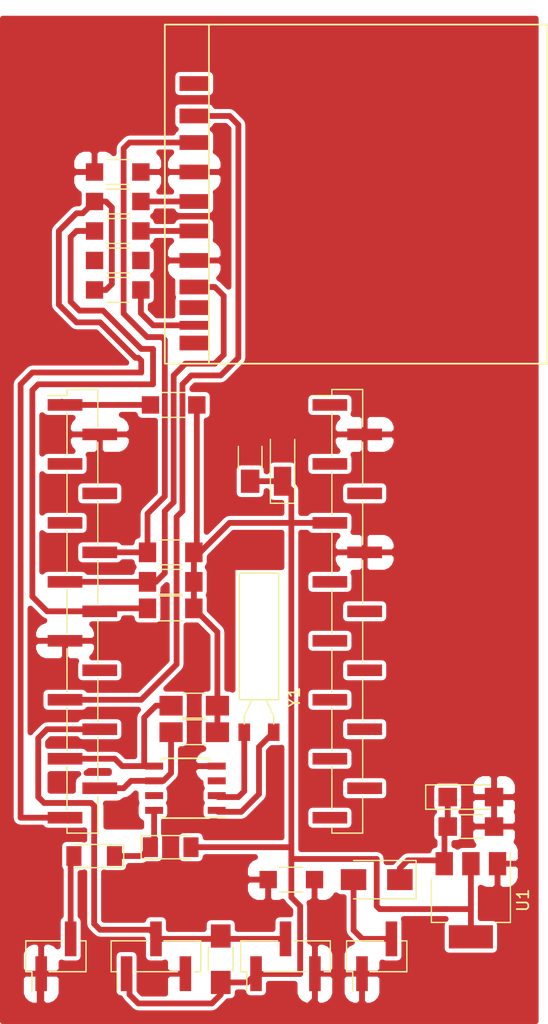
<source format=kicad_pcb>
(kicad_pcb (version 4) (host pcbnew 4.0.6)

  (general
    (links 67)
    (no_connects 8)
    (area 130.048 51.349 177.567001 139.700001)
    (thickness 1.6)
    (drawings 2)
    (tracks 223)
    (zones 0)
    (modules 30)
    (nets 19)
  )

  (page A4)
  (layers
    (0 F.Cu signal)
    (31 B.Cu signal)
    (32 B.Adhes user hide)
    (33 F.Adhes user)
    (34 B.Paste user hide)
    (35 F.Paste user hide)
    (36 B.SilkS user hide)
    (37 F.SilkS user)
    (38 B.Mask user hide)
    (39 F.Mask user hide)
    (40 Dwgs.User user hide)
    (41 Cmts.User user hide)
    (42 Eco1.User user hide)
    (43 Eco2.User user hide)
    (44 Edge.Cuts user hide)
    (45 Margin user hide)
    (46 B.CrtYd user hide)
    (47 F.CrtYd user)
    (48 B.Fab user hide)
    (49 F.Fab user)
  )

  (setup
    (last_trace_width 0.25)
    (trace_clearance 0.2)
    (zone_clearance 0.35)
    (zone_45_only yes)
    (trace_min 0.2)
    (segment_width 0.2)
    (edge_width 0.15)
    (via_size 0.6)
    (via_drill 0.4)
    (via_min_size 0.4)
    (via_min_drill 0.3)
    (uvia_size 0.3)
    (uvia_drill 0.1)
    (uvias_allowed no)
    (uvia_min_size 0.2)
    (uvia_min_drill 0.1)
    (pcb_text_width 0.3)
    (pcb_text_size 1.5 1.5)
    (mod_edge_width 0.15)
    (mod_text_size 1 1)
    (mod_text_width 0.15)
    (pad_size 1.6 1.6)
    (pad_drill 0)
    (pad_to_mask_clearance 0.2)
    (aux_axis_origin 0 0)
    (visible_elements 7FFF7B21)
    (pcbplotparams
      (layerselection 0x00030_80000001)
      (usegerberextensions false)
      (excludeedgelayer true)
      (linewidth 0.100000)
      (plotframeref false)
      (viasonmask false)
      (mode 1)
      (useauxorigin false)
      (hpglpennumber 1)
      (hpglpenspeed 20)
      (hpglpendiameter 15)
      (hpglpenoverlay 2)
      (psnegative false)
      (psa4output false)
      (plotreference true)
      (plotvalue true)
      (plotinvisibletext false)
      (padsonsilk false)
      (subtractmaskfromsilk false)
      (outputformat 1)
      (mirror false)
      (drillshape 1)
      (scaleselection 1)
      (outputdirectory ""))
  )

  (net 0 "")
  (net 1 "Net-(C1-Pad1)")
  (net 2 1wire)
  (net 3 3V3)
  (net 4 "Net-(D1-Pad1)")
  (net 5 "Net-(D2-Pad2)")
  (net 6 "Net-(D3-Pad2)")
  (net 7 MISO)
  (net 8 CS)
  (net 9 SDA)
  (net 10 SD_D)
  (net 11 MOSI)
  (net 12 SCK)
  (net 13 SCL)
  (net 14 "Net-(U2-Pad1)")
  (net 15 "Net-(U2-Pad2)")
  (net 16 GND)
  (net 17 "Net-(J2-Pad8)")
  (net 18 "Net-(J4-Pad10)")

  (net_class Default "To jest domyślna klasa połączeń."
    (clearance 0.2)
    (trace_width 0.25)
    (via_dia 0.6)
    (via_drill 0.4)
    (uvia_dia 0.3)
    (uvia_drill 0.1)
    (add_net GND)
  )

  (net_class Grubsze ""
    (clearance 0.2)
    (trace_width 0.5)
    (via_dia 0.6)
    (via_drill 0.4)
    (uvia_dia 0.3)
    (uvia_drill 0.1)
    (add_net 1wire)
    (add_net 3V3)
    (add_net CS)
    (add_net MISO)
    (add_net MOSI)
    (add_net "Net-(C1-Pad1)")
    (add_net "Net-(D1-Pad1)")
    (add_net "Net-(D2-Pad2)")
    (add_net "Net-(D3-Pad2)")
    (add_net "Net-(J2-Pad8)")
    (add_net "Net-(J4-Pad10)")
    (add_net "Net-(U2-Pad1)")
    (add_net "Net-(U2-Pad2)")
    (add_net SCK)
    (add_net SCL)
    (add_net SDA)
    (add_net SD_D)
  )

  (module Resistors_SMD:R_1206_HandSoldering (layer F.Cu) (tedit 5946E512) (tstamp 591F27E7)
    (at 140.208 73.914 180)
    (descr "Resistor SMD 1206, hand soldering")
    (tags "resistor 1206")
    (path /591F4C30)
    (zone_connect 2)
    (attr smd)
    (fp_text reference RJ3 (at 0 -1.85 180) (layer F.SilkS) hide
      (effects (font (size 1 1) (thickness 0.15)))
    )
    (fp_text value 0 (at 7.112 0 180) (layer F.Fab)
      (effects (font (size 1 1) (thickness 0.15)))
    )
    (fp_text user %R (at 0 0 180) (layer F.Fab)
      (effects (font (size 0.7 0.7) (thickness 0.105)))
    )
    (fp_line (start -1.6 0.8) (end -1.6 -0.8) (layer F.Fab) (width 0.1))
    (fp_line (start 1.6 0.8) (end -1.6 0.8) (layer F.Fab) (width 0.1))
    (fp_line (start 1.6 -0.8) (end 1.6 0.8) (layer F.Fab) (width 0.1))
    (fp_line (start -1.6 -0.8) (end 1.6 -0.8) (layer F.Fab) (width 0.1))
    (fp_line (start 1 1.07) (end -1 1.07) (layer F.SilkS) (width 0.12))
    (fp_line (start -1 -1.07) (end 1 -1.07) (layer F.SilkS) (width 0.12))
    (fp_line (start -3.25 -1.11) (end 3.25 -1.11) (layer F.CrtYd) (width 0.05))
    (fp_line (start -3.25 -1.11) (end -3.25 1.1) (layer F.CrtYd) (width 0.05))
    (fp_line (start 3.25 1.1) (end 3.25 -1.11) (layer F.CrtYd) (width 0.05))
    (fp_line (start 3.25 1.1) (end -3.25 1.1) (layer F.CrtYd) (width 0.05))
    (pad 1 smd rect (at -2 0 180) (size 1.5 1.5) (layers F.Cu F.Paste F.Mask)
      (net 3 3V3) (zone_connect 2))
    (pad 2 smd rect (at 2 0 180) (size 1.5 1.5) (layers F.Cu F.Paste F.Mask)
      (net 3 3V3) (zone_connect 2))
    (model ${KISYS3DMOD}/Resistors_SMD.3dshapes/R_1206.wrl
      (at (xyz 0 0 0))
      (scale (xyz 1 1 1))
      (rotate (xyz 0 0 0))
    )
  )

  (module Resistors_SMD:R_1206_HandSoldering (layer F.Cu) (tedit 5946E519) (tstamp 591DD444)
    (at 140.208 68.834 180)
    (descr "Resistor SMD 1206, hand soldering")
    (tags "resistor 1206")
    (path /591DDBFF)
    (attr smd)
    (fp_text reference R4 (at 0 -1.85 180) (layer F.SilkS) hide
      (effects (font (size 1 1) (thickness 0.15)))
    )
    (fp_text value 10k (at 6.858 0 180) (layer F.Fab)
      (effects (font (size 1 1) (thickness 0.15)))
    )
    (fp_text user %R (at 0 0 180) (layer F.Fab)
      (effects (font (size 0.7 0.7) (thickness 0.105)))
    )
    (fp_line (start -1.6 0.8) (end -1.6 -0.8) (layer F.Fab) (width 0.1))
    (fp_line (start 1.6 0.8) (end -1.6 0.8) (layer F.Fab) (width 0.1))
    (fp_line (start 1.6 -0.8) (end 1.6 0.8) (layer F.Fab) (width 0.1))
    (fp_line (start -1.6 -0.8) (end 1.6 -0.8) (layer F.Fab) (width 0.1))
    (fp_line (start 1 1.07) (end -1 1.07) (layer F.SilkS) (width 0.12))
    (fp_line (start -1 -1.07) (end 1 -1.07) (layer F.SilkS) (width 0.12))
    (fp_line (start -3.25 -1.11) (end 3.25 -1.11) (layer F.CrtYd) (width 0.05))
    (fp_line (start -3.25 -1.11) (end -3.25 1.1) (layer F.CrtYd) (width 0.05))
    (fp_line (start 3.25 1.1) (end 3.25 -1.11) (layer F.CrtYd) (width 0.05))
    (fp_line (start 3.25 1.1) (end -3.25 1.1) (layer F.CrtYd) (width 0.05))
    (pad 1 smd rect (at -2 0 180) (size 1.5 1.5) (layers F.Cu F.Paste F.Mask)
      (net 3 3V3))
    (pad 2 smd rect (at 2 0 180) (size 1.5 1.5) (layers F.Cu F.Paste F.Mask)
      (net 10 SD_D))
    (model ${KISYS3DMOD}/Resistors_SMD.3dshapes/R_1206.wrl
      (at (xyz 0 0 0))
      (scale (xyz 1 1 1))
      (rotate (xyz 0 0 0))
    )
  )

  (module Capacitors_Tantalum_SMD:CP_Tantalum_Case-A_EIA-3216-18_Hand (layer F.Cu) (tedit 595A184A) (tstamp 591DD3B8)
    (at 170.688 120.142)
    (descr "Tantalum capacitor, Case A, EIA 3216-18, 3.2x1.6x1.6mm, Hand soldering footprint")
    (tags "capacitor tantalum smd")
    (path /591E1ABE)
    (zone_connect 2)
    (attr smd)
    (fp_text reference C2 (at 0 0) (layer F.SilkS) hide
      (effects (font (size 1 1) (thickness 0.15)))
    )
    (fp_text value 10uF (at -3.302 0) (layer F.Fab)
      (effects (font (size 1 1) (thickness 0.15)))
    )
    (fp_line (start -4 -1.2) (end -4 1.2) (layer F.CrtYd) (width 0.05))
    (fp_line (start -4 1.2) (end 4 1.2) (layer F.CrtYd) (width 0.05))
    (fp_line (start 4 1.2) (end 4 -1.2) (layer F.CrtYd) (width 0.05))
    (fp_line (start 4 -1.2) (end -4 -1.2) (layer F.CrtYd) (width 0.05))
    (fp_line (start -1.6 -0.8) (end -1.6 0.8) (layer F.Fab) (width 0.1))
    (fp_line (start -1.6 0.8) (end 1.6 0.8) (layer F.Fab) (width 0.1))
    (fp_line (start 1.6 0.8) (end 1.6 -0.8) (layer F.Fab) (width 0.1))
    (fp_line (start 1.6 -0.8) (end -1.6 -0.8) (layer F.Fab) (width 0.1))
    (fp_line (start -1.28 -0.8) (end -1.28 0.8) (layer F.Fab) (width 0.1))
    (fp_line (start -1.12 -0.8) (end -1.12 0.8) (layer F.Fab) (width 0.1))
    (fp_line (start -3.9 -1.05) (end 1.6 -1.05) (layer F.SilkS) (width 0.12))
    (fp_line (start -3.9 1.05) (end 1.6 1.05) (layer F.SilkS) (width 0.12))
    (fp_line (start -3.9 -1.05) (end -3.9 1.05) (layer F.SilkS) (width 0.12))
    (pad 1 smd rect (at -2 0) (size 1.6 1.6) (layers F.Cu F.Paste F.Mask)
      (net 1 "Net-(C1-Pad1)") (zone_connect 2))
    (pad 2 smd rect (at 2 0) (size 1.6 1.6) (layers F.Cu F.Paste F.Mask)
      (net 16 GND) (zone_connect 1))
    (model Capacitors_Tantalum_SMD.3dshapes/CP_Tantalum_Case-A_EIA-3216-18.wrl
      (at (xyz 0 0 0))
      (scale (xyz 1 1 1))
      (rotate (xyz 0 0 0))
    )
  )

  (module Pin_Headers:Pin_Header_Straight_1x15_Pitch2.54mm_SMD_Pin1Left (layer F.Cu) (tedit 594546AC) (tstamp 591DD3F0)
    (at 137.16 104.14)
    (descr "surface-mounted straight pin header, 1x15, 2.54mm pitch, single row, style 1 (pin 1 left)")
    (tags "Surface mounted pin header SMD 1x15 2.54mm single row style1 pin1 left")
    (path /591DCC7A)
    (attr smd)
    (fp_text reference J2 (at 0 -20.11) (layer F.SilkS) hide
      (effects (font (size 1 1) (thickness 0.15)))
    )
    (fp_text value CONN_01X15 (at 0 20.11) (layer F.Fab) hide
      (effects (font (size 1 1) (thickness 0.15)))
    )
    (fp_line (start -1.27 -19.05) (end -1.27 19.05) (layer F.Fab) (width 0.1))
    (fp_line (start -1.27 19.05) (end 1.27 19.05) (layer F.Fab) (width 0.1))
    (fp_line (start 1.27 19.05) (end 1.27 -19.05) (layer F.Fab) (width 0.1))
    (fp_line (start 1.27 -19.05) (end -1.27 -19.05) (layer F.Fab) (width 0.1))
    (fp_line (start -1.27 -18.1) (end -1.27 -17.46) (layer F.Fab) (width 0.1))
    (fp_line (start -1.27 -17.46) (end -2.65 -17.46) (layer F.Fab) (width 0.1))
    (fp_line (start -2.65 -17.46) (end -2.65 -18.1) (layer F.Fab) (width 0.1))
    (fp_line (start -2.65 -18.1) (end -1.27 -18.1) (layer F.Fab) (width 0.1))
    (fp_line (start -1.27 -13.02) (end -1.27 -12.38) (layer F.Fab) (width 0.1))
    (fp_line (start -1.27 -12.38) (end -2.65 -12.38) (layer F.Fab) (width 0.1))
    (fp_line (start -2.65 -12.38) (end -2.65 -13.02) (layer F.Fab) (width 0.1))
    (fp_line (start -2.65 -13.02) (end -1.27 -13.02) (layer F.Fab) (width 0.1))
    (fp_line (start -1.27 -7.94) (end -1.27 -7.3) (layer F.Fab) (width 0.1))
    (fp_line (start -1.27 -7.3) (end -2.65 -7.3) (layer F.Fab) (width 0.1))
    (fp_line (start -2.65 -7.3) (end -2.65 -7.94) (layer F.Fab) (width 0.1))
    (fp_line (start -2.65 -7.94) (end -1.27 -7.94) (layer F.Fab) (width 0.1))
    (fp_line (start -1.27 -2.86) (end -1.27 -2.22) (layer F.Fab) (width 0.1))
    (fp_line (start -1.27 -2.22) (end -2.65 -2.22) (layer F.Fab) (width 0.1))
    (fp_line (start -2.65 -2.22) (end -2.65 -2.86) (layer F.Fab) (width 0.1))
    (fp_line (start -2.65 -2.86) (end -1.27 -2.86) (layer F.Fab) (width 0.1))
    (fp_line (start -1.27 2.22) (end -1.27 2.86) (layer F.Fab) (width 0.1))
    (fp_line (start -1.27 2.86) (end -2.65 2.86) (layer F.Fab) (width 0.1))
    (fp_line (start -2.65 2.86) (end -2.65 2.22) (layer F.Fab) (width 0.1))
    (fp_line (start -2.65 2.22) (end -1.27 2.22) (layer F.Fab) (width 0.1))
    (fp_line (start -1.27 7.3) (end -1.27 7.94) (layer F.Fab) (width 0.1))
    (fp_line (start -1.27 7.94) (end -2.65 7.94) (layer F.Fab) (width 0.1))
    (fp_line (start -2.65 7.94) (end -2.65 7.3) (layer F.Fab) (width 0.1))
    (fp_line (start -2.65 7.3) (end -1.27 7.3) (layer F.Fab) (width 0.1))
    (fp_line (start -1.27 12.38) (end -1.27 13.02) (layer F.Fab) (width 0.1))
    (fp_line (start -1.27 13.02) (end -2.65 13.02) (layer F.Fab) (width 0.1))
    (fp_line (start -2.65 13.02) (end -2.65 12.38) (layer F.Fab) (width 0.1))
    (fp_line (start -2.65 12.38) (end -1.27 12.38) (layer F.Fab) (width 0.1))
    (fp_line (start -1.27 17.46) (end -1.27 18.1) (layer F.Fab) (width 0.1))
    (fp_line (start -1.27 18.1) (end -2.65 18.1) (layer F.Fab) (width 0.1))
    (fp_line (start -2.65 18.1) (end -2.65 17.46) (layer F.Fab) (width 0.1))
    (fp_line (start -2.65 17.46) (end -1.27 17.46) (layer F.Fab) (width 0.1))
    (fp_line (start 1.27 -15.56) (end 1.27 -14.92) (layer F.Fab) (width 0.1))
    (fp_line (start 1.27 -14.92) (end 2.65 -14.92) (layer F.Fab) (width 0.1))
    (fp_line (start 2.65 -14.92) (end 2.65 -15.56) (layer F.Fab) (width 0.1))
    (fp_line (start 2.65 -15.56) (end 1.27 -15.56) (layer F.Fab) (width 0.1))
    (fp_line (start 1.27 -10.48) (end 1.27 -9.84) (layer F.Fab) (width 0.1))
    (fp_line (start 1.27 -9.84) (end 2.65 -9.84) (layer F.Fab) (width 0.1))
    (fp_line (start 2.65 -9.84) (end 2.65 -10.48) (layer F.Fab) (width 0.1))
    (fp_line (start 2.65 -10.48) (end 1.27 -10.48) (layer F.Fab) (width 0.1))
    (fp_line (start 1.27 -5.4) (end 1.27 -4.76) (layer F.Fab) (width 0.1))
    (fp_line (start 1.27 -4.76) (end 2.65 -4.76) (layer F.Fab) (width 0.1))
    (fp_line (start 2.65 -4.76) (end 2.65 -5.4) (layer F.Fab) (width 0.1))
    (fp_line (start 2.65 -5.4) (end 1.27 -5.4) (layer F.Fab) (width 0.1))
    (fp_line (start 1.27 -0.32) (end 1.27 0.32) (layer F.Fab) (width 0.1))
    (fp_line (start 1.27 0.32) (end 2.65 0.32) (layer F.Fab) (width 0.1))
    (fp_line (start 2.65 0.32) (end 2.65 -0.32) (layer F.Fab) (width 0.1))
    (fp_line (start 2.65 -0.32) (end 1.27 -0.32) (layer F.Fab) (width 0.1))
    (fp_line (start 1.27 4.76) (end 1.27 5.4) (layer F.Fab) (width 0.1))
    (fp_line (start 1.27 5.4) (end 2.65 5.4) (layer F.Fab) (width 0.1))
    (fp_line (start 2.65 5.4) (end 2.65 4.76) (layer F.Fab) (width 0.1))
    (fp_line (start 2.65 4.76) (end 1.27 4.76) (layer F.Fab) (width 0.1))
    (fp_line (start 1.27 9.84) (end 1.27 10.48) (layer F.Fab) (width 0.1))
    (fp_line (start 1.27 10.48) (end 2.65 10.48) (layer F.Fab) (width 0.1))
    (fp_line (start 2.65 10.48) (end 2.65 9.84) (layer F.Fab) (width 0.1))
    (fp_line (start 2.65 9.84) (end 1.27 9.84) (layer F.Fab) (width 0.1))
    (fp_line (start 1.27 14.92) (end 1.27 15.56) (layer F.Fab) (width 0.1))
    (fp_line (start 1.27 15.56) (end 2.65 15.56) (layer F.Fab) (width 0.1))
    (fp_line (start 2.65 15.56) (end 2.65 14.92) (layer F.Fab) (width 0.1))
    (fp_line (start 2.65 14.92) (end 1.27 14.92) (layer F.Fab) (width 0.1))
    (fp_line (start -1.33 -18.58) (end -1.33 -19.11) (layer F.SilkS) (width 0.12))
    (fp_line (start -1.33 -19.11) (end 1.33 -19.11) (layer F.SilkS) (width 0.12))
    (fp_line (start 1.33 -19.11) (end 1.33 -18.58) (layer F.SilkS) (width 0.12))
    (fp_line (start -1.33 18.58) (end -1.33 19.11) (layer F.SilkS) (width 0.12))
    (fp_line (start -1.33 19.11) (end 1.33 19.11) (layer F.SilkS) (width 0.12))
    (fp_line (start 1.33 19.11) (end 1.33 18.58) (layer F.SilkS) (width 0.12))
    (fp_line (start 1.33 -19.11) (end 1.33 -15.92) (layer F.SilkS) (width 0.12))
    (fp_line (start -1.33 -18.58) (end -3 -18.58) (layer F.SilkS) (width 0.12))
    (fp_line (start 1.33 -14.56) (end 1.33 -10.84) (layer F.SilkS) (width 0.12))
    (fp_line (start 1.33 -9.48) (end 1.33 -5.76) (layer F.SilkS) (width 0.12))
    (fp_line (start 1.33 -4.4) (end 1.33 -0.68) (layer F.SilkS) (width 0.12))
    (fp_line (start 1.33 0.68) (end 1.33 4.4) (layer F.SilkS) (width 0.12))
    (fp_line (start 1.33 5.76) (end 1.33 9.48) (layer F.SilkS) (width 0.12))
    (fp_line (start 1.33 10.84) (end 1.33 14.56) (layer F.SilkS) (width 0.12))
    (fp_line (start 1.33 15.92) (end 1.33 19.11) (layer F.SilkS) (width 0.12))
    (fp_line (start -1.33 -17.1) (end -1.33 -13.38) (layer F.SilkS) (width 0.12))
    (fp_line (start -1.33 -12.02) (end -1.33 -8.3) (layer F.SilkS) (width 0.12))
    (fp_line (start -1.33 -6.94) (end -1.33 -3.22) (layer F.SilkS) (width 0.12))
    (fp_line (start -1.33 -1.86) (end -1.33 1.86) (layer F.SilkS) (width 0.12))
    (fp_line (start -1.33 3.22) (end -1.33 6.94) (layer F.SilkS) (width 0.12))
    (fp_line (start -1.33 8.3) (end -1.33 12.02) (layer F.SilkS) (width 0.12))
    (fp_line (start -1.33 13.38) (end -1.33 17.1) (layer F.SilkS) (width 0.12))
    (fp_line (start -3.5 -19.6) (end -3.5 19.6) (layer F.CrtYd) (width 0.05))
    (fp_line (start -3.5 19.6) (end 3.5 19.6) (layer F.CrtYd) (width 0.05))
    (fp_line (start 3.5 19.6) (end 3.5 -19.6) (layer F.CrtYd) (width 0.05))
    (fp_line (start 3.5 -19.6) (end -3.5 -19.6) (layer F.CrtYd) (width 0.05))
    (fp_text user %R (at 0 -20.11) (layer F.Fab)
      (effects (font (size 1 1) (thickness 0.15)))
    )
    (pad 1 smd rect (at -1.5 -17.78) (size 3 1) (layers F.Cu F.Paste F.Mask)
      (net 3 3V3))
    (pad 3 smd rect (at -1.5 -12.7) (size 3 1) (layers F.Cu F.Paste F.Mask))
    (pad 5 smd rect (at -1.5 -7.62) (size 3 1) (layers F.Cu F.Paste F.Mask))
    (pad 7 smd rect (at -1.5 -2.54) (size 3 1) (layers F.Cu F.Paste F.Mask)
      (net 7 MISO))
    (pad 9 smd rect (at -1.5 2.54) (size 3 1) (layers F.Cu F.Paste F.Mask)
      (net 16 GND))
    (pad 11 smd rect (at -1.5 7.62) (size 3 1) (layers F.Cu F.Paste F.Mask)
      (net 8 CS))
    (pad 13 smd rect (at -1.5 12.7) (size 3 1) (layers F.Cu F.Paste F.Mask)
      (net 9 SDA))
    (pad 15 smd rect (at -1.5 17.78) (size 3 1) (layers F.Cu F.Paste F.Mask)
      (net 10 SD_D))
    (pad 2 smd rect (at 1.5 -15.24) (size 3 1) (layers F.Cu F.Paste F.Mask)
      (net 16 GND))
    (pad 4 smd rect (at 1.5 -10.16) (size 3 1) (layers F.Cu F.Paste F.Mask))
    (pad 6 smd rect (at 1.5 -5.08) (size 3 1) (layers F.Cu F.Paste F.Mask)
      (net 11 MOSI))
    (pad 8 smd rect (at 1.5 0) (size 3 1) (layers F.Cu F.Paste F.Mask)
      (net 17 "Net-(J2-Pad8)"))
    (pad 10 smd rect (at 1.5 5.08) (size 3 1) (layers F.Cu F.Paste F.Mask))
    (pad 12 smd rect (at 1.5 10.16) (size 3 1) (layers F.Cu F.Paste F.Mask)
      (net 2 1wire))
    (pad 14 smd rect (at 1.5 15.24) (size 3 1) (layers F.Cu F.Paste F.Mask)
      (net 13 SCL))
    (model ${KISYS3DMOD}/Pin_Headers.3dshapes/Pin_Header_Straight_1x15_Pitch2.54mm_SMD_Pin1Left.wrl
      (at (xyz 0 0 0))
      (scale (xyz 1 1 1))
      (rotate (xyz 0 0 0))
    )
  )

  (module Capacitors_SMD:C_1206_HandSoldering (layer F.Cu) (tedit 595A1837) (tstamp 591DD3B2)
    (at 170.688 122.682)
    (descr "Capacitor SMD 1206, hand soldering")
    (tags "capacitor 1206")
    (path /591E1A2B)
    (zone_connect 2)
    (attr smd)
    (fp_text reference C1 (at 0 0) (layer F.SilkS) hide
      (effects (font (size 1 1) (thickness 0.15)))
    )
    (fp_text value 10nF (at -3.302 0) (layer F.Fab)
      (effects (font (size 1 1) (thickness 0.15)))
    )
    (fp_text user %R (at 0 0) (layer F.Fab)
      (effects (font (size 1 1) (thickness 0.15)))
    )
    (fp_line (start -1.6 0.8) (end -1.6 -0.8) (layer F.Fab) (width 0.1))
    (fp_line (start 1.6 0.8) (end -1.6 0.8) (layer F.Fab) (width 0.1))
    (fp_line (start 1.6 -0.8) (end 1.6 0.8) (layer F.Fab) (width 0.1))
    (fp_line (start -1.6 -0.8) (end 1.6 -0.8) (layer F.Fab) (width 0.1))
    (fp_line (start 1 -1.02) (end -1 -1.02) (layer F.SilkS) (width 0.12))
    (fp_line (start -1 1.02) (end 1 1.02) (layer F.SilkS) (width 0.12))
    (fp_line (start -3.25 -1.05) (end 3.25 -1.05) (layer F.CrtYd) (width 0.05))
    (fp_line (start -3.25 -1.05) (end -3.25 1.05) (layer F.CrtYd) (width 0.05))
    (fp_line (start 3.25 1.05) (end 3.25 -1.05) (layer F.CrtYd) (width 0.05))
    (fp_line (start 3.25 1.05) (end -3.25 1.05) (layer F.CrtYd) (width 0.05))
    (pad 1 smd rect (at -2 0) (size 1.6 1.6) (layers F.Cu F.Paste F.Mask)
      (net 1 "Net-(C1-Pad1)") (zone_connect 2))
    (pad 2 smd rect (at 2 0) (size 1.6 1.6) (layers F.Cu F.Paste F.Mask)
      (net 16 GND) (zone_connect 1))
    (model Capacitors_SMD.3dshapes/C_1206.wrl
      (at (xyz 0 0 0))
      (scale (xyz 1 1 1))
      (rotate (xyz 0 0 0))
    )
  )

  (module Capacitors_SMD:C_1206_HandSoldering (layer F.Cu) (tedit 594545CA) (tstamp 591DD3BE)
    (at 151.638 90.932 90)
    (descr "Capacitor SMD 1206, hand soldering")
    (tags "capacitor 1206")
    (path /591E1D93)
    (zone_connect 2)
    (attr smd)
    (fp_text reference C3 (at 0 0 90) (layer F.SilkS) hide
      (effects (font (size 1 1) (thickness 0.15)))
    )
    (fp_text value 10nF (at 3.556 0 90) (layer F.Fab)
      (effects (font (size 1 1) (thickness 0.15)))
    )
    (fp_line (start -1.6 0.8) (end -1.6 -0.8) (layer F.Fab) (width 0.1))
    (fp_line (start 1.6 0.8) (end -1.6 0.8) (layer F.Fab) (width 0.1))
    (fp_line (start 1.6 -0.8) (end 1.6 0.8) (layer F.Fab) (width 0.1))
    (fp_line (start -1.6 -0.8) (end 1.6 -0.8) (layer F.Fab) (width 0.1))
    (fp_line (start 1 -1.02) (end -1 -1.02) (layer F.SilkS) (width 0.12))
    (fp_line (start -1 1.02) (end 1 1.02) (layer F.SilkS) (width 0.12))
    (fp_line (start -3.25 -1.05) (end 3.25 -1.05) (layer F.CrtYd) (width 0.05))
    (fp_line (start -3.25 -1.05) (end -3.25 1.05) (layer F.CrtYd) (width 0.05))
    (fp_line (start 3.25 1.05) (end 3.25 -1.05) (layer F.CrtYd) (width 0.05))
    (fp_line (start 3.25 1.05) (end -3.25 1.05) (layer F.CrtYd) (width 0.05))
    (pad 1 smd rect (at -2 0 90) (size 2 1.6) (layers F.Cu F.Paste F.Mask)
      (net 3 3V3) (zone_connect 2))
    (pad 2 smd rect (at 2 0 90) (size 2 1.6) (layers F.Cu F.Paste F.Mask)
      (net 16 GND) (zone_connect 2))
    (model Capacitors_SMD.3dshapes/C_1206.wrl
      (at (xyz 0 0 0))
      (scale (xyz 1 1 1))
      (rotate (xyz 0 0 0))
    )
  )

  (module Capacitors_Tantalum_SMD:CP_Tantalum_Case-A_EIA-3216-18_Hand (layer F.Cu) (tedit 59454515) (tstamp 591DD3C4)
    (at 154.432 90.932 90)
    (descr "Tantalum capacitor, Case A, EIA 3216-18, 3.2x1.6x1.6mm, Hand soldering footprint")
    (tags "capacitor tantalum smd")
    (path /591E1E6F)
    (zone_connect 2)
    (attr smd)
    (fp_text reference C4 (at 0 0 90) (layer F.Fab)
      (effects (font (size 1 1) (thickness 0.15)))
    )
    (fp_text value 10uF (at 3.556 0 90) (layer F.Fab)
      (effects (font (size 1 1) (thickness 0.15)))
    )
    (fp_line (start -4 -1.2) (end -4 1.2) (layer F.CrtYd) (width 0.05))
    (fp_line (start -4 1.2) (end 4 1.2) (layer F.CrtYd) (width 0.05))
    (fp_line (start 4 1.2) (end 4 -1.2) (layer F.CrtYd) (width 0.05))
    (fp_line (start 4 -1.2) (end -4 -1.2) (layer F.CrtYd) (width 0.05))
    (fp_line (start -1.6 -0.8) (end -1.6 0.8) (layer F.Fab) (width 0.1))
    (fp_line (start -1.6 0.8) (end 1.6 0.8) (layer F.Fab) (width 0.1))
    (fp_line (start 1.6 0.8) (end 1.6 -0.8) (layer F.Fab) (width 0.1))
    (fp_line (start 1.6 -0.8) (end -1.6 -0.8) (layer F.Fab) (width 0.1))
    (fp_line (start -1.28 -0.8) (end -1.28 0.8) (layer F.Fab) (width 0.1))
    (fp_line (start -1.12 -0.8) (end -1.12 0.8) (layer F.Fab) (width 0.1))
    (fp_line (start -3.9 -1.05) (end 1.6 -1.05) (layer F.SilkS) (width 0.12))
    (fp_line (start -3.9 1.05) (end 1.6 1.05) (layer F.SilkS) (width 0.12))
    (fp_line (start -3.9 -1.05) (end -3.9 1.05) (layer F.SilkS) (width 0.12))
    (pad 1 smd rect (at -2 0 90) (size 2.5 1.5) (layers F.Cu F.Paste F.Mask)
      (net 3 3V3) (zone_connect 2))
    (pad 2 smd rect (at 2 0 90) (size 2.5 1.5) (layers F.Cu F.Paste F.Mask)
      (net 16 GND) (zone_connect 2))
    (model Capacitors_Tantalum_SMD.3dshapes/CP_Tantalum_Case-A_EIA-3216-18.wrl
      (at (xyz 0 0 0))
      (scale (xyz 1 1 1))
      (rotate (xyz 0 0 0))
    )
  )

  (module Diodes_SMD:D_MiniMELF (layer F.Cu) (tedit 5945464C) (tstamp 591DD3CA)
    (at 144.78 124.46)
    (descr "Diode Mini-MELF")
    (tags "Diode Mini-MELF")
    (path /591DF401)
    (attr smd)
    (fp_text reference D1 (at 0 -2) (layer F.SilkS) hide
      (effects (font (size 1 1) (thickness 0.15)))
    )
    (fp_text value 1N4148 (at 0 1.75) (layer F.Fab)
      (effects (font (size 1 1) (thickness 0.15)))
    )
    (fp_text user %R (at 2.794 0) (layer F.Fab)
      (effects (font (size 1 1) (thickness 0.15)))
    )
    (fp_line (start 1.75 -1) (end -2.55 -1) (layer F.SilkS) (width 0.12))
    (fp_line (start -2.55 -1) (end -2.55 1) (layer F.SilkS) (width 0.12))
    (fp_line (start -2.55 1) (end 1.75 1) (layer F.SilkS) (width 0.12))
    (fp_line (start 1.65 -0.8) (end 1.65 0.8) (layer F.Fab) (width 0.1))
    (fp_line (start 1.65 0.8) (end -1.65 0.8) (layer F.Fab) (width 0.1))
    (fp_line (start -1.65 0.8) (end -1.65 -0.8) (layer F.Fab) (width 0.1))
    (fp_line (start -1.65 -0.8) (end 1.65 -0.8) (layer F.Fab) (width 0.1))
    (fp_line (start 0.25 0) (end 0.75 0) (layer F.Fab) (width 0.1))
    (fp_line (start 0.25 0.4) (end -0.35 0) (layer F.Fab) (width 0.1))
    (fp_line (start 0.25 -0.4) (end 0.25 0.4) (layer F.Fab) (width 0.1))
    (fp_line (start -0.35 0) (end 0.25 -0.4) (layer F.Fab) (width 0.1))
    (fp_line (start -0.35 0) (end -0.35 0.55) (layer F.Fab) (width 0.1))
    (fp_line (start -0.35 0) (end -0.35 -0.55) (layer F.Fab) (width 0.1))
    (fp_line (start -0.75 0) (end -0.35 0) (layer F.Fab) (width 0.1))
    (fp_line (start -2.65 -1.1) (end 2.65 -1.1) (layer F.CrtYd) (width 0.05))
    (fp_line (start 2.65 -1.1) (end 2.65 1.1) (layer F.CrtYd) (width 0.05))
    (fp_line (start 2.65 1.1) (end -2.65 1.1) (layer F.CrtYd) (width 0.05))
    (fp_line (start -2.65 1.1) (end -2.65 -1.1) (layer F.CrtYd) (width 0.05))
    (pad 1 smd rect (at -1.75 0) (size 1.3 1.7) (layers F.Cu F.Paste F.Mask)
      (net 4 "Net-(D1-Pad1)"))
    (pad 2 smd rect (at 1.75 0) (size 1.3 1.7) (layers F.Cu F.Paste F.Mask)
      (net 3 3V3))
    (model ${KISYS3DMOD}/Diodes_SMD.3dshapes/D_MiniMELF.wrl
      (at (xyz 0 0 0))
      (scale (xyz 1 1 1))
      (rotate (xyz 0 0 0))
    )
  )

  (module Diodes_SMD:D_SMA (layer F.Cu) (tedit 594547D8) (tstamp 591DD3D0)
    (at 162.56 127.254 180)
    (descr "Diode SMA")
    (tags "Diode SMA")
    (path /591E10E9)
    (attr smd)
    (fp_text reference D2 (at 0 -2.5 270) (layer F.SilkS) hide
      (effects (font (size 1 1) (thickness 0.15)))
    )
    (fp_text value 1N4007 (at 0 2.6 180) (layer F.Fab)
      (effects (font (size 1 1) (thickness 0.15)))
    )
    (fp_text user %R (at 0 -2.5 180) (layer F.Fab)
      (effects (font (size 1 1) (thickness 0.15)))
    )
    (fp_line (start -3.4 -1.65) (end -3.4 1.65) (layer F.SilkS) (width 0.12))
    (fp_line (start 2.3 1.5) (end -2.3 1.5) (layer F.Fab) (width 0.1))
    (fp_line (start -2.3 1.5) (end -2.3 -1.5) (layer F.Fab) (width 0.1))
    (fp_line (start 2.3 -1.5) (end 2.3 1.5) (layer F.Fab) (width 0.1))
    (fp_line (start 2.3 -1.5) (end -2.3 -1.5) (layer F.Fab) (width 0.1))
    (fp_line (start -3.5 -1.75) (end 3.5 -1.75) (layer F.CrtYd) (width 0.05))
    (fp_line (start 3.5 -1.75) (end 3.5 1.75) (layer F.CrtYd) (width 0.05))
    (fp_line (start 3.5 1.75) (end -3.5 1.75) (layer F.CrtYd) (width 0.05))
    (fp_line (start -3.5 1.75) (end -3.5 -1.75) (layer F.CrtYd) (width 0.05))
    (fp_line (start -0.64944 0.00102) (end -1.55114 0.00102) (layer F.Fab) (width 0.1))
    (fp_line (start 0.50118 0.00102) (end 1.4994 0.00102) (layer F.Fab) (width 0.1))
    (fp_line (start -0.64944 -0.79908) (end -0.64944 0.80112) (layer F.Fab) (width 0.1))
    (fp_line (start 0.50118 0.75032) (end 0.50118 -0.79908) (layer F.Fab) (width 0.1))
    (fp_line (start -0.64944 0.00102) (end 0.50118 0.75032) (layer F.Fab) (width 0.1))
    (fp_line (start -0.64944 0.00102) (end 0.50118 -0.79908) (layer F.Fab) (width 0.1))
    (fp_line (start -3.4 1.65) (end 2 1.65) (layer F.SilkS) (width 0.12))
    (fp_line (start -3.4 -1.65) (end 2 -1.65) (layer F.SilkS) (width 0.12))
    (pad 1 smd rect (at -2 0 180) (size 2.2 1.8) (layers F.Cu F.Paste F.Mask)
      (net 1 "Net-(C1-Pad1)"))
    (pad 2 smd rect (at 2 0 180) (size 2.2 1.8) (layers F.Cu F.Paste F.Mask)
      (net 5 "Net-(D2-Pad2)"))
    (model ${KISYS3DMOD}/Diodes_SMD.3dshapes/D_SMA.wrl
      (at (xyz 0 0 0))
      (scale (xyz 1 1 1))
      (rotate (xyz 0 0 0))
    )
  )

  (module Diodes_SMD:D_MiniMELF (layer F.Cu) (tedit 594546A2) (tstamp 591DD3D6)
    (at 138.176 125.222 180)
    (descr "Diode Mini-MELF")
    (tags "Diode Mini-MELF")
    (path /591DF21A)
    (attr smd)
    (fp_text reference D3 (at 0 -2 180) (layer F.SilkS) hide
      (effects (font (size 1 1) (thickness 0.15)))
    )
    (fp_text value 1N4148 (at 4.826 0 180) (layer F.Fab)
      (effects (font (size 1 1) (thickness 0.15)))
    )
    (fp_text user %R (at 0 -2 180) (layer F.Fab)
      (effects (font (size 1 1) (thickness 0.15)))
    )
    (fp_line (start 1.75 -1) (end -2.55 -1) (layer F.SilkS) (width 0.12))
    (fp_line (start -2.55 -1) (end -2.55 1) (layer F.SilkS) (width 0.12))
    (fp_line (start -2.55 1) (end 1.75 1) (layer F.SilkS) (width 0.12))
    (fp_line (start 1.65 -0.8) (end 1.65 0.8) (layer F.Fab) (width 0.1))
    (fp_line (start 1.65 0.8) (end -1.65 0.8) (layer F.Fab) (width 0.1))
    (fp_line (start -1.65 0.8) (end -1.65 -0.8) (layer F.Fab) (width 0.1))
    (fp_line (start -1.65 -0.8) (end 1.65 -0.8) (layer F.Fab) (width 0.1))
    (fp_line (start 0.25 0) (end 0.75 0) (layer F.Fab) (width 0.1))
    (fp_line (start 0.25 0.4) (end -0.35 0) (layer F.Fab) (width 0.1))
    (fp_line (start 0.25 -0.4) (end 0.25 0.4) (layer F.Fab) (width 0.1))
    (fp_line (start -0.35 0) (end 0.25 -0.4) (layer F.Fab) (width 0.1))
    (fp_line (start -0.35 0) (end -0.35 0.55) (layer F.Fab) (width 0.1))
    (fp_line (start -0.35 0) (end -0.35 -0.55) (layer F.Fab) (width 0.1))
    (fp_line (start -0.75 0) (end -0.35 0) (layer F.Fab) (width 0.1))
    (fp_line (start -2.65 -1.1) (end 2.65 -1.1) (layer F.CrtYd) (width 0.05))
    (fp_line (start 2.65 -1.1) (end 2.65 1.1) (layer F.CrtYd) (width 0.05))
    (fp_line (start 2.65 1.1) (end -2.65 1.1) (layer F.CrtYd) (width 0.05))
    (fp_line (start -2.65 1.1) (end -2.65 -1.1) (layer F.CrtYd) (width 0.05))
    (pad 1 smd rect (at -1.75 0 180) (size 1.3 1.7) (layers F.Cu F.Paste F.Mask)
      (net 4 "Net-(D1-Pad1)"))
    (pad 2 smd rect (at 1.75 0 180) (size 1.3 1.7) (layers F.Cu F.Paste F.Mask)
      (net 6 "Net-(D3-Pad2)"))
    (model ${KISYS3DMOD}/Diodes_SMD.3dshapes/D_MiniMELF.wrl
      (at (xyz 0 0 0))
      (scale (xyz 1 1 1))
      (rotate (xyz 0 0 0))
    )
  )

  (module Pin_Headers:Pin_Header_Straight_1x03_Pitch2.54mm_SMD_Pin1Left (layer F.Cu) (tedit 5945467A) (tstamp 591DD3DD)
    (at 154.686 133.858 90)
    (descr "surface-mounted straight pin header, 1x03, 2.54mm pitch, single row, style 1 (pin 1 left)")
    (tags "Surface mounted pin header SMD 1x03 2.54mm single row style1 pin1 left")
    (path /591DD1E5)
    (attr smd)
    (fp_text reference J1 (at 0 -4.87 90) (layer F.SilkS) hide
      (effects (font (size 1 1) (thickness 0.15)))
    )
    (fp_text value CONN_01X03 (at 0 4.87 90) (layer F.Fab) hide
      (effects (font (size 1 1) (thickness 0.15)))
    )
    (fp_line (start -1.27 -3.81) (end -1.27 3.81) (layer F.Fab) (width 0.1))
    (fp_line (start -1.27 3.81) (end 1.27 3.81) (layer F.Fab) (width 0.1))
    (fp_line (start 1.27 3.81) (end 1.27 -3.81) (layer F.Fab) (width 0.1))
    (fp_line (start 1.27 -3.81) (end -1.27 -3.81) (layer F.Fab) (width 0.1))
    (fp_line (start -1.27 -2.86) (end -1.27 -2.22) (layer F.Fab) (width 0.1))
    (fp_line (start -1.27 -2.22) (end -2.65 -2.22) (layer F.Fab) (width 0.1))
    (fp_line (start -2.65 -2.22) (end -2.65 -2.86) (layer F.Fab) (width 0.1))
    (fp_line (start -2.65 -2.86) (end -1.27 -2.86) (layer F.Fab) (width 0.1))
    (fp_line (start -1.27 2.22) (end -1.27 2.86) (layer F.Fab) (width 0.1))
    (fp_line (start -1.27 2.86) (end -2.65 2.86) (layer F.Fab) (width 0.1))
    (fp_line (start -2.65 2.86) (end -2.65 2.22) (layer F.Fab) (width 0.1))
    (fp_line (start -2.65 2.22) (end -1.27 2.22) (layer F.Fab) (width 0.1))
    (fp_line (start 1.27 -0.32) (end 1.27 0.32) (layer F.Fab) (width 0.1))
    (fp_line (start 1.27 0.32) (end 2.65 0.32) (layer F.Fab) (width 0.1))
    (fp_line (start 2.65 0.32) (end 2.65 -0.32) (layer F.Fab) (width 0.1))
    (fp_line (start 2.65 -0.32) (end 1.27 -0.32) (layer F.Fab) (width 0.1))
    (fp_line (start -1.33 -3.34) (end -1.33 -3.87) (layer F.SilkS) (width 0.12))
    (fp_line (start -1.33 -3.87) (end 1.33 -3.87) (layer F.SilkS) (width 0.12))
    (fp_line (start 1.33 -3.87) (end 1.33 -3.34) (layer F.SilkS) (width 0.12))
    (fp_line (start -1.33 3.34) (end -1.33 3.87) (layer F.SilkS) (width 0.12))
    (fp_line (start -1.33 3.87) (end 1.33 3.87) (layer F.SilkS) (width 0.12))
    (fp_line (start 1.33 3.87) (end 1.33 3.34) (layer F.SilkS) (width 0.12))
    (fp_line (start 1.33 -3.87) (end 1.33 -0.68) (layer F.SilkS) (width 0.12))
    (fp_line (start -1.33 -3.34) (end -3 -3.34) (layer F.SilkS) (width 0.12))
    (fp_line (start 1.33 0.68) (end 1.33 3.87) (layer F.SilkS) (width 0.12))
    (fp_line (start -1.33 -1.86) (end -1.33 1.86) (layer F.SilkS) (width 0.12))
    (fp_line (start -3.5 -4.35) (end -3.5 4.35) (layer F.CrtYd) (width 0.05))
    (fp_line (start -3.5 4.35) (end 3.5 4.35) (layer F.CrtYd) (width 0.05))
    (fp_line (start 3.5 4.35) (end 3.5 -4.35) (layer F.CrtYd) (width 0.05))
    (fp_line (start 3.5 -4.35) (end -3.5 -4.35) (layer F.CrtYd) (width 0.05))
    (fp_text user %R (at 2.794 -2.794 180) (layer F.Fab)
      (effects (font (size 1 1) (thickness 0.15)))
    )
    (pad 1 smd rect (at -1.5 -2.54 90) (size 3 1) (layers F.Cu F.Paste F.Mask)
      (net 3 3V3))
    (pad 3 smd rect (at -1.5 2.54 90) (size 3 1) (layers F.Cu F.Paste F.Mask)
      (net 16 GND))
    (pad 2 smd rect (at 1.5 0 90) (size 3 1) (layers F.Cu F.Paste F.Mask)
      (net 2 1wire))
    (model ${KISYS3DMOD}/Pin_Headers.3dshapes/Pin_Header_Straight_1x03_Pitch2.54mm_SMD_Pin1Left.wrl
      (at (xyz 0 0 0))
      (scale (xyz 1 1 1))
      (rotate (xyz 0 0 0))
    )
  )

  (module Pin_Headers:Pin_Header_Straight_1x15_Pitch2.54mm_SMD_Pin1Left (layer F.Cu) (tedit 594546B2) (tstamp 591DD403)
    (at 160.02 104.14)
    (descr "surface-mounted straight pin header, 1x15, 2.54mm pitch, single row, style 1 (pin 1 left)")
    (tags "Surface mounted pin header SMD 1x15 2.54mm single row style1 pin1 left")
    (path /591DCD63)
    (attr smd)
    (fp_text reference J3 (at 0 -20.11) (layer F.SilkS) hide
      (effects (font (size 1 1) (thickness 0.15)))
    )
    (fp_text value CONN_01X15 (at 0 20.11) (layer F.Fab) hide
      (effects (font (size 1 1) (thickness 0.15)))
    )
    (fp_line (start -1.27 -19.05) (end -1.27 19.05) (layer F.Fab) (width 0.1))
    (fp_line (start -1.27 19.05) (end 1.27 19.05) (layer F.Fab) (width 0.1))
    (fp_line (start 1.27 19.05) (end 1.27 -19.05) (layer F.Fab) (width 0.1))
    (fp_line (start 1.27 -19.05) (end -1.27 -19.05) (layer F.Fab) (width 0.1))
    (fp_line (start -1.27 -18.1) (end -1.27 -17.46) (layer F.Fab) (width 0.1))
    (fp_line (start -1.27 -17.46) (end -2.65 -17.46) (layer F.Fab) (width 0.1))
    (fp_line (start -2.65 -17.46) (end -2.65 -18.1) (layer F.Fab) (width 0.1))
    (fp_line (start -2.65 -18.1) (end -1.27 -18.1) (layer F.Fab) (width 0.1))
    (fp_line (start -1.27 -13.02) (end -1.27 -12.38) (layer F.Fab) (width 0.1))
    (fp_line (start -1.27 -12.38) (end -2.65 -12.38) (layer F.Fab) (width 0.1))
    (fp_line (start -2.65 -12.38) (end -2.65 -13.02) (layer F.Fab) (width 0.1))
    (fp_line (start -2.65 -13.02) (end -1.27 -13.02) (layer F.Fab) (width 0.1))
    (fp_line (start -1.27 -7.94) (end -1.27 -7.3) (layer F.Fab) (width 0.1))
    (fp_line (start -1.27 -7.3) (end -2.65 -7.3) (layer F.Fab) (width 0.1))
    (fp_line (start -2.65 -7.3) (end -2.65 -7.94) (layer F.Fab) (width 0.1))
    (fp_line (start -2.65 -7.94) (end -1.27 -7.94) (layer F.Fab) (width 0.1))
    (fp_line (start -1.27 -2.86) (end -1.27 -2.22) (layer F.Fab) (width 0.1))
    (fp_line (start -1.27 -2.22) (end -2.65 -2.22) (layer F.Fab) (width 0.1))
    (fp_line (start -2.65 -2.22) (end -2.65 -2.86) (layer F.Fab) (width 0.1))
    (fp_line (start -2.65 -2.86) (end -1.27 -2.86) (layer F.Fab) (width 0.1))
    (fp_line (start -1.27 2.22) (end -1.27 2.86) (layer F.Fab) (width 0.1))
    (fp_line (start -1.27 2.86) (end -2.65 2.86) (layer F.Fab) (width 0.1))
    (fp_line (start -2.65 2.86) (end -2.65 2.22) (layer F.Fab) (width 0.1))
    (fp_line (start -2.65 2.22) (end -1.27 2.22) (layer F.Fab) (width 0.1))
    (fp_line (start -1.27 7.3) (end -1.27 7.94) (layer F.Fab) (width 0.1))
    (fp_line (start -1.27 7.94) (end -2.65 7.94) (layer F.Fab) (width 0.1))
    (fp_line (start -2.65 7.94) (end -2.65 7.3) (layer F.Fab) (width 0.1))
    (fp_line (start -2.65 7.3) (end -1.27 7.3) (layer F.Fab) (width 0.1))
    (fp_line (start -1.27 12.38) (end -1.27 13.02) (layer F.Fab) (width 0.1))
    (fp_line (start -1.27 13.02) (end -2.65 13.02) (layer F.Fab) (width 0.1))
    (fp_line (start -2.65 13.02) (end -2.65 12.38) (layer F.Fab) (width 0.1))
    (fp_line (start -2.65 12.38) (end -1.27 12.38) (layer F.Fab) (width 0.1))
    (fp_line (start -1.27 17.46) (end -1.27 18.1) (layer F.Fab) (width 0.1))
    (fp_line (start -1.27 18.1) (end -2.65 18.1) (layer F.Fab) (width 0.1))
    (fp_line (start -2.65 18.1) (end -2.65 17.46) (layer F.Fab) (width 0.1))
    (fp_line (start -2.65 17.46) (end -1.27 17.46) (layer F.Fab) (width 0.1))
    (fp_line (start 1.27 -15.56) (end 1.27 -14.92) (layer F.Fab) (width 0.1))
    (fp_line (start 1.27 -14.92) (end 2.65 -14.92) (layer F.Fab) (width 0.1))
    (fp_line (start 2.65 -14.92) (end 2.65 -15.56) (layer F.Fab) (width 0.1))
    (fp_line (start 2.65 -15.56) (end 1.27 -15.56) (layer F.Fab) (width 0.1))
    (fp_line (start 1.27 -10.48) (end 1.27 -9.84) (layer F.Fab) (width 0.1))
    (fp_line (start 1.27 -9.84) (end 2.65 -9.84) (layer F.Fab) (width 0.1))
    (fp_line (start 2.65 -9.84) (end 2.65 -10.48) (layer F.Fab) (width 0.1))
    (fp_line (start 2.65 -10.48) (end 1.27 -10.48) (layer F.Fab) (width 0.1))
    (fp_line (start 1.27 -5.4) (end 1.27 -4.76) (layer F.Fab) (width 0.1))
    (fp_line (start 1.27 -4.76) (end 2.65 -4.76) (layer F.Fab) (width 0.1))
    (fp_line (start 2.65 -4.76) (end 2.65 -5.4) (layer F.Fab) (width 0.1))
    (fp_line (start 2.65 -5.4) (end 1.27 -5.4) (layer F.Fab) (width 0.1))
    (fp_line (start 1.27 -0.32) (end 1.27 0.32) (layer F.Fab) (width 0.1))
    (fp_line (start 1.27 0.32) (end 2.65 0.32) (layer F.Fab) (width 0.1))
    (fp_line (start 2.65 0.32) (end 2.65 -0.32) (layer F.Fab) (width 0.1))
    (fp_line (start 2.65 -0.32) (end 1.27 -0.32) (layer F.Fab) (width 0.1))
    (fp_line (start 1.27 4.76) (end 1.27 5.4) (layer F.Fab) (width 0.1))
    (fp_line (start 1.27 5.4) (end 2.65 5.4) (layer F.Fab) (width 0.1))
    (fp_line (start 2.65 5.4) (end 2.65 4.76) (layer F.Fab) (width 0.1))
    (fp_line (start 2.65 4.76) (end 1.27 4.76) (layer F.Fab) (width 0.1))
    (fp_line (start 1.27 9.84) (end 1.27 10.48) (layer F.Fab) (width 0.1))
    (fp_line (start 1.27 10.48) (end 2.65 10.48) (layer F.Fab) (width 0.1))
    (fp_line (start 2.65 10.48) (end 2.65 9.84) (layer F.Fab) (width 0.1))
    (fp_line (start 2.65 9.84) (end 1.27 9.84) (layer F.Fab) (width 0.1))
    (fp_line (start 1.27 14.92) (end 1.27 15.56) (layer F.Fab) (width 0.1))
    (fp_line (start 1.27 15.56) (end 2.65 15.56) (layer F.Fab) (width 0.1))
    (fp_line (start 2.65 15.56) (end 2.65 14.92) (layer F.Fab) (width 0.1))
    (fp_line (start 2.65 14.92) (end 1.27 14.92) (layer F.Fab) (width 0.1))
    (fp_line (start -1.33 -18.58) (end -1.33 -19.11) (layer F.SilkS) (width 0.12))
    (fp_line (start -1.33 -19.11) (end 1.33 -19.11) (layer F.SilkS) (width 0.12))
    (fp_line (start 1.33 -19.11) (end 1.33 -18.58) (layer F.SilkS) (width 0.12))
    (fp_line (start -1.33 18.58) (end -1.33 19.11) (layer F.SilkS) (width 0.12))
    (fp_line (start -1.33 19.11) (end 1.33 19.11) (layer F.SilkS) (width 0.12))
    (fp_line (start 1.33 19.11) (end 1.33 18.58) (layer F.SilkS) (width 0.12))
    (fp_line (start 1.33 -19.11) (end 1.33 -15.92) (layer F.SilkS) (width 0.12))
    (fp_line (start -1.33 -18.58) (end -3 -18.58) (layer F.SilkS) (width 0.12))
    (fp_line (start 1.33 -14.56) (end 1.33 -10.84) (layer F.SilkS) (width 0.12))
    (fp_line (start 1.33 -9.48) (end 1.33 -5.76) (layer F.SilkS) (width 0.12))
    (fp_line (start 1.33 -4.4) (end 1.33 -0.68) (layer F.SilkS) (width 0.12))
    (fp_line (start 1.33 0.68) (end 1.33 4.4) (layer F.SilkS) (width 0.12))
    (fp_line (start 1.33 5.76) (end 1.33 9.48) (layer F.SilkS) (width 0.12))
    (fp_line (start 1.33 10.84) (end 1.33 14.56) (layer F.SilkS) (width 0.12))
    (fp_line (start 1.33 15.92) (end 1.33 19.11) (layer F.SilkS) (width 0.12))
    (fp_line (start -1.33 -17.1) (end -1.33 -13.38) (layer F.SilkS) (width 0.12))
    (fp_line (start -1.33 -12.02) (end -1.33 -8.3) (layer F.SilkS) (width 0.12))
    (fp_line (start -1.33 -6.94) (end -1.33 -3.22) (layer F.SilkS) (width 0.12))
    (fp_line (start -1.33 -1.86) (end -1.33 1.86) (layer F.SilkS) (width 0.12))
    (fp_line (start -1.33 3.22) (end -1.33 6.94) (layer F.SilkS) (width 0.12))
    (fp_line (start -1.33 8.3) (end -1.33 12.02) (layer F.SilkS) (width 0.12))
    (fp_line (start -1.33 13.38) (end -1.33 17.1) (layer F.SilkS) (width 0.12))
    (fp_line (start -3.5 -19.6) (end -3.5 19.6) (layer F.CrtYd) (width 0.05))
    (fp_line (start -3.5 19.6) (end 3.5 19.6) (layer F.CrtYd) (width 0.05))
    (fp_line (start 3.5 19.6) (end 3.5 -19.6) (layer F.CrtYd) (width 0.05))
    (fp_line (start 3.5 -19.6) (end -3.5 -19.6) (layer F.CrtYd) (width 0.05))
    (fp_text user %R (at 0 -20.11) (layer F.Fab)
      (effects (font (size 1 1) (thickness 0.15)))
    )
    (pad 1 smd rect (at -1.5 -17.78) (size 3 1) (layers F.Cu F.Paste F.Mask))
    (pad 3 smd rect (at -1.5 -12.7) (size 3 1) (layers F.Cu F.Paste F.Mask))
    (pad 5 smd rect (at -1.5 -7.62) (size 3 1) (layers F.Cu F.Paste F.Mask)
      (net 3 3V3))
    (pad 7 smd rect (at -1.5 -2.54) (size 3 1) (layers F.Cu F.Paste F.Mask))
    (pad 9 smd rect (at -1.5 2.54) (size 3 1) (layers F.Cu F.Paste F.Mask))
    (pad 11 smd rect (at -1.5 7.62) (size 3 1) (layers F.Cu F.Paste F.Mask))
    (pad 13 smd rect (at -1.5 12.7) (size 3 1) (layers F.Cu F.Paste F.Mask))
    (pad 15 smd rect (at -1.5 17.78) (size 3 1) (layers F.Cu F.Paste F.Mask))
    (pad 2 smd rect (at 1.5 -15.24) (size 3 1) (layers F.Cu F.Paste F.Mask)
      (net 16 GND))
    (pad 4 smd rect (at 1.5 -10.16) (size 3 1) (layers F.Cu F.Paste F.Mask))
    (pad 6 smd rect (at 1.5 -5.08) (size 3 1) (layers F.Cu F.Paste F.Mask)
      (net 16 GND))
    (pad 8 smd rect (at 1.5 0) (size 3 1) (layers F.Cu F.Paste F.Mask))
    (pad 10 smd rect (at 1.5 5.08) (size 3 1) (layers F.Cu F.Paste F.Mask))
    (pad 12 smd rect (at 1.5 10.16) (size 3 1) (layers F.Cu F.Paste F.Mask))
    (pad 14 smd rect (at 1.5 15.24) (size 3 1) (layers F.Cu F.Paste F.Mask))
    (model ${KISYS3DMOD}/Pin_Headers.3dshapes/Pin_Header_Straight_1x15_Pitch2.54mm_SMD_Pin1Left.wrl
      (at (xyz 0 0 0))
      (scale (xyz 1 1 1))
      (rotate (xyz 0 0 0))
    )
  )

  (module Moje:SDCARD-STANDARD (layer F.Cu) (tedit 5952CCD9) (tstamp 591DD419)
    (at 168.402 62.484 180)
    (path /591DD53A)
    (zone_connect 2)
    (fp_text reference J4 (at 8.89 -21.59 180) (layer F.SilkS) hide
      (effects (font (size 1 1) (thickness 0.15)))
    )
    (fp_text value SD_Card (at 6.35 10.16 180) (layer F.Fab)
      (effects (font (size 1 1) (thickness 0.15)))
    )
    (fp_line (start 20.32 -20.32) (end 24.13 -20.32) (layer F.SilkS) (width 0.15))
    (fp_line (start 24.13 -20.32) (end 24.13 8.89) (layer F.SilkS) (width 0.15))
    (fp_line (start 24.13 8.89) (end 20.32 8.89) (layer F.SilkS) (width 0.15))
    (fp_line (start -8.89 -20.32) (end 20.32 -20.32) (layer F.SilkS) (width 0.15))
    (fp_line (start 20.32 -20.32) (end 20.32 8.89) (layer F.SilkS) (width 0.15))
    (fp_line (start -8.89 8.89) (end 20.32 8.89) (layer F.SilkS) (width 0.15))
    (fp_line (start -8.89 -20.32) (end -8.89 8.89) (layer F.SilkS) (width 0.15))
    (pad 9 smd rect (at 21.59 3.81 180) (size 2.54 1.27) (layers F.Cu F.Paste F.Mask)
      (zone_connect 2))
    (pad 1 smd rect (at 21.59 1.016 180) (size 2.54 1.27) (layers F.Cu F.Paste F.Mask)
      (net 8 CS) (zone_connect 2))
    (pad 2 smd rect (at 21.59 -1.27 180) (size 2.54 1.27) (layers F.Cu F.Paste F.Mask)
      (net 11 MOSI) (zone_connect 2))
    (pad 3 smd rect (at 21.59 -3.81 180) (size 2.54 1.27) (layers F.Cu F.Paste F.Mask)
      (net 16 GND) (zone_connect 1))
    (pad 4 smd rect (at 21.59 -6.35 180) (size 2.54 1.27) (layers F.Cu F.Paste F.Mask)
      (net 3 3V3) (zone_connect 2))
    (pad 5 smd rect (at 21.59 -8.89 180) (size 2.54 1.27) (layers F.Cu F.Paste F.Mask)
      (net 12 SCK) (zone_connect 2))
    (pad 6 smd rect (at 21.59 -11.43 180) (size 2.54 1.27) (layers F.Cu F.Paste F.Mask)
      (net 16 GND) (zone_connect 1))
    (pad 10 smd rect (at 21.59 -17.018 180) (size 2.54 0.762) (layers F.Cu F.Paste F.Mask)
      (net 18 "Net-(J4-Pad10)") (zone_connect 2))
    (pad 8 smd rect (at 21.59 -15.494 180) (size 2.54 1.27) (layers F.Cu F.Paste F.Mask)
      (zone_connect 2))
    (pad 11 smd rect (at 21.59 -18.542 180) (size 2.54 1.27) (layers F.Cu F.Paste F.Mask)
      (zone_connect 2))
    (pad 7 smd rect (at 21.59 -13.716 180) (size 2.54 1.27) (layers F.Cu F.Paste F.Mask)
      (net 7 MISO) (zone_connect 2))
    (pad 12 smd rect (at -5.08 -19.05 180) (size 3.302 2.159) (layers F.Cu F.Paste F.Mask)
      (net 16 GND) (zone_connect 2))
  )

  (module Pin_Headers:Pin_Header_Straight_1x03_Pitch2.54mm_SMD_Pin1Left (layer F.Cu) (tedit 5945468A) (tstamp 591DD420)
    (at 143.51 133.858 90)
    (descr "surface-mounted straight pin header, 1x03, 2.54mm pitch, single row, style 1 (pin 1 left)")
    (tags "Surface mounted pin header SMD 1x03 2.54mm single row style1 pin1 left")
    (path /591DD18C)
    (attr smd)
    (fp_text reference J5 (at 0 -4.87 90) (layer F.SilkS) hide
      (effects (font (size 1 1) (thickness 0.15)))
    )
    (fp_text value CONN_01X03 (at 0 4.87 90) (layer F.Fab) hide
      (effects (font (size 1 1) (thickness 0.15)))
    )
    (fp_line (start -1.27 -3.81) (end -1.27 3.81) (layer F.Fab) (width 0.1))
    (fp_line (start -1.27 3.81) (end 1.27 3.81) (layer F.Fab) (width 0.1))
    (fp_line (start 1.27 3.81) (end 1.27 -3.81) (layer F.Fab) (width 0.1))
    (fp_line (start 1.27 -3.81) (end -1.27 -3.81) (layer F.Fab) (width 0.1))
    (fp_line (start -1.27 -2.86) (end -1.27 -2.22) (layer F.Fab) (width 0.1))
    (fp_line (start -1.27 -2.22) (end -2.65 -2.22) (layer F.Fab) (width 0.1))
    (fp_line (start -2.65 -2.22) (end -2.65 -2.86) (layer F.Fab) (width 0.1))
    (fp_line (start -2.65 -2.86) (end -1.27 -2.86) (layer F.Fab) (width 0.1))
    (fp_line (start -1.27 2.22) (end -1.27 2.86) (layer F.Fab) (width 0.1))
    (fp_line (start -1.27 2.86) (end -2.65 2.86) (layer F.Fab) (width 0.1))
    (fp_line (start -2.65 2.86) (end -2.65 2.22) (layer F.Fab) (width 0.1))
    (fp_line (start -2.65 2.22) (end -1.27 2.22) (layer F.Fab) (width 0.1))
    (fp_line (start 1.27 -0.32) (end 1.27 0.32) (layer F.Fab) (width 0.1))
    (fp_line (start 1.27 0.32) (end 2.65 0.32) (layer F.Fab) (width 0.1))
    (fp_line (start 2.65 0.32) (end 2.65 -0.32) (layer F.Fab) (width 0.1))
    (fp_line (start 2.65 -0.32) (end 1.27 -0.32) (layer F.Fab) (width 0.1))
    (fp_line (start -1.33 -3.34) (end -1.33 -3.87) (layer F.SilkS) (width 0.12))
    (fp_line (start -1.33 -3.87) (end 1.33 -3.87) (layer F.SilkS) (width 0.12))
    (fp_line (start 1.33 -3.87) (end 1.33 -3.34) (layer F.SilkS) (width 0.12))
    (fp_line (start -1.33 3.34) (end -1.33 3.87) (layer F.SilkS) (width 0.12))
    (fp_line (start -1.33 3.87) (end 1.33 3.87) (layer F.SilkS) (width 0.12))
    (fp_line (start 1.33 3.87) (end 1.33 3.34) (layer F.SilkS) (width 0.12))
    (fp_line (start 1.33 -3.87) (end 1.33 -0.68) (layer F.SilkS) (width 0.12))
    (fp_line (start -1.33 -3.34) (end -3 -3.34) (layer F.SilkS) (width 0.12))
    (fp_line (start 1.33 0.68) (end 1.33 3.87) (layer F.SilkS) (width 0.12))
    (fp_line (start -1.33 -1.86) (end -1.33 1.86) (layer F.SilkS) (width 0.12))
    (fp_line (start -3.5 -4.35) (end -3.5 4.35) (layer F.CrtYd) (width 0.05))
    (fp_line (start -3.5 4.35) (end 3.5 4.35) (layer F.CrtYd) (width 0.05))
    (fp_line (start 3.5 4.35) (end 3.5 -4.35) (layer F.CrtYd) (width 0.05))
    (fp_line (start 3.5 -4.35) (end -3.5 -4.35) (layer F.CrtYd) (width 0.05))
    (fp_text user %R (at 2.286 -2.794 180) (layer F.Fab)
      (effects (font (size 1 1) (thickness 0.15)))
    )
    (pad 1 smd rect (at -1.5 -2.54 90) (size 3 1) (layers F.Cu F.Paste F.Mask)
      (net 3 3V3))
    (pad 3 smd rect (at -1.5 2.54 90) (size 3 1) (layers F.Cu F.Paste F.Mask)
      (net 16 GND))
    (pad 2 smd rect (at 1.5 0 90) (size 3 1) (layers F.Cu F.Paste F.Mask)
      (net 2 1wire))
    (model ${KISYS3DMOD}/Pin_Headers.3dshapes/Pin_Header_Straight_1x03_Pitch2.54mm_SMD_Pin1Left.wrl
      (at (xyz 0 0 0))
      (scale (xyz 1 1 1))
      (rotate (xyz 0 0 0))
    )
  )

  (module Pin_Headers:Pin_Header_Straight_1x02_Pitch2.54mm_SMD_Pin1Left (layer F.Cu) (tedit 59454695) (tstamp 591DD426)
    (at 134.874 133.858 90)
    (descr "surface-mounted straight pin header, 1x02, 2.54mm pitch, single row, style 1 (pin 1 left)")
    (tags "Surface mounted pin header SMD 1x02 2.54mm single row style1 pin1 left")
    (path /591E39F7)
    (attr smd)
    (fp_text reference J6 (at 0 -3.6 90) (layer F.SilkS) hide
      (effects (font (size 1 1) (thickness 0.15)))
    )
    (fp_text value CONN_01X02 (at 0 3.6 90) (layer F.Fab) hide
      (effects (font (size 1 1) (thickness 0.15)))
    )
    (fp_line (start -1.27 -2.54) (end -1.27 2.54) (layer F.Fab) (width 0.1))
    (fp_line (start -1.27 2.54) (end 1.27 2.54) (layer F.Fab) (width 0.1))
    (fp_line (start 1.27 2.54) (end 1.27 -2.54) (layer F.Fab) (width 0.1))
    (fp_line (start 1.27 -2.54) (end -1.27 -2.54) (layer F.Fab) (width 0.1))
    (fp_line (start -1.27 -1.59) (end -1.27 -0.95) (layer F.Fab) (width 0.1))
    (fp_line (start -1.27 -0.95) (end -2.65 -0.95) (layer F.Fab) (width 0.1))
    (fp_line (start -2.65 -0.95) (end -2.65 -1.59) (layer F.Fab) (width 0.1))
    (fp_line (start -2.65 -1.59) (end -1.27 -1.59) (layer F.Fab) (width 0.1))
    (fp_line (start 1.27 0.95) (end 1.27 1.59) (layer F.Fab) (width 0.1))
    (fp_line (start 1.27 1.59) (end 2.65 1.59) (layer F.Fab) (width 0.1))
    (fp_line (start 2.65 1.59) (end 2.65 0.95) (layer F.Fab) (width 0.1))
    (fp_line (start 2.65 0.95) (end 1.27 0.95) (layer F.Fab) (width 0.1))
    (fp_line (start -1.33 -2.07) (end -1.33 -2.6) (layer F.SilkS) (width 0.12))
    (fp_line (start -1.33 -2.6) (end 1.33 -2.6) (layer F.SilkS) (width 0.12))
    (fp_line (start 1.33 -2.6) (end 1.33 -2.07) (layer F.SilkS) (width 0.12))
    (fp_line (start -1.33 2.07) (end -1.33 2.6) (layer F.SilkS) (width 0.12))
    (fp_line (start -1.33 2.6) (end 1.33 2.6) (layer F.SilkS) (width 0.12))
    (fp_line (start 1.33 2.6) (end 1.33 2.07) (layer F.SilkS) (width 0.12))
    (fp_line (start 1.33 -2.6) (end 1.33 0.59) (layer F.SilkS) (width 0.12))
    (fp_line (start -1.33 -2.07) (end -3 -2.07) (layer F.SilkS) (width 0.12))
    (fp_line (start -1.33 -0.59) (end -1.33 2.6) (layer F.SilkS) (width 0.12))
    (fp_line (start -3.5 -3.05) (end -3.5 3.05) (layer F.CrtYd) (width 0.05))
    (fp_line (start -3.5 3.05) (end 3.5 3.05) (layer F.CrtYd) (width 0.05))
    (fp_line (start 3.5 3.05) (end 3.5 -3.05) (layer F.CrtYd) (width 0.05))
    (fp_line (start 3.5 -3.05) (end -3.5 -3.05) (layer F.CrtYd) (width 0.05))
    (fp_text user %R (at 2.032 -1.27 180) (layer F.Fab)
      (effects (font (size 1 1) (thickness 0.15)))
    )
    (pad 1 smd rect (at -1.5 -1.27 90) (size 3 1) (layers F.Cu F.Paste F.Mask)
      (net 16 GND))
    (pad 2 smd rect (at 1.5 1.27 90) (size 3 1) (layers F.Cu F.Paste F.Mask)
      (net 6 "Net-(D3-Pad2)"))
    (model ${KISYS3DMOD}/Pin_Headers.3dshapes/Pin_Header_Straight_1x02_Pitch2.54mm_SMD_Pin1Left.wrl
      (at (xyz 0 0 0))
      (scale (xyz 1 1 1))
      (rotate (xyz 0 0 0))
    )
  )

  (module Resistors_SMD:R_1206_HandSoldering (layer F.Cu) (tedit 5945461E) (tstamp 591DD432)
    (at 144.78 99.06 180)
    (descr "Resistor SMD 1206, hand soldering")
    (tags "resistor 1206")
    (path /591DE219)
    (attr smd)
    (fp_text reference R1 (at 0 -1.85 180) (layer F.SilkS) hide
      (effects (font (size 1 1) (thickness 0.15)))
    )
    (fp_text value 10k (at -3.302 0 180) (layer F.Fab)
      (effects (font (size 1 1) (thickness 0.15)))
    )
    (fp_text user %R (at 0 0 180) (layer F.Fab)
      (effects (font (size 0.7 0.7) (thickness 0.105)))
    )
    (fp_line (start -1.6 0.8) (end -1.6 -0.8) (layer F.Fab) (width 0.1))
    (fp_line (start 1.6 0.8) (end -1.6 0.8) (layer F.Fab) (width 0.1))
    (fp_line (start 1.6 -0.8) (end 1.6 0.8) (layer F.Fab) (width 0.1))
    (fp_line (start -1.6 -0.8) (end 1.6 -0.8) (layer F.Fab) (width 0.1))
    (fp_line (start 1 1.07) (end -1 1.07) (layer F.SilkS) (width 0.12))
    (fp_line (start -1 -1.07) (end 1 -1.07) (layer F.SilkS) (width 0.12))
    (fp_line (start -3.25 -1.11) (end 3.25 -1.11) (layer F.CrtYd) (width 0.05))
    (fp_line (start -3.25 -1.11) (end -3.25 1.1) (layer F.CrtYd) (width 0.05))
    (fp_line (start 3.25 1.1) (end 3.25 -1.11) (layer F.CrtYd) (width 0.05))
    (fp_line (start 3.25 1.1) (end -3.25 1.1) (layer F.CrtYd) (width 0.05))
    (pad 1 smd rect (at -2 0 180) (size 1.5 1.7) (layers F.Cu F.Paste F.Mask)
      (net 3 3V3))
    (pad 2 smd rect (at 2 0 180) (size 1.5 1.7) (layers F.Cu F.Paste F.Mask)
      (net 11 MOSI))
    (model ${KISYS3DMOD}/Resistors_SMD.3dshapes/R_1206.wrl
      (at (xyz 0 0 0))
      (scale (xyz 1 1 1))
      (rotate (xyz 0 0 0))
    )
  )

  (module Resistors_SMD:R_1206_HandSoldering (layer F.Cu) (tedit 59454622) (tstamp 591DD438)
    (at 144.78 101.6 180)
    (descr "Resistor SMD 1206, hand soldering")
    (tags "resistor 1206")
    (path /591DE506)
    (attr smd)
    (fp_text reference R2 (at 0 -1.85 180) (layer F.SilkS) hide
      (effects (font (size 1 1) (thickness 0.15)))
    )
    (fp_text value 10k (at -3.302 0 180) (layer F.Fab)
      (effects (font (size 1 1) (thickness 0.15)))
    )
    (fp_text user %R (at 0 0 180) (layer F.Fab)
      (effects (font (size 0.7 0.7) (thickness 0.105)))
    )
    (fp_line (start -1.6 0.8) (end -1.6 -0.8) (layer F.Fab) (width 0.1))
    (fp_line (start 1.6 0.8) (end -1.6 0.8) (layer F.Fab) (width 0.1))
    (fp_line (start 1.6 -0.8) (end 1.6 0.8) (layer F.Fab) (width 0.1))
    (fp_line (start -1.6 -0.8) (end 1.6 -0.8) (layer F.Fab) (width 0.1))
    (fp_line (start 1 1.07) (end -1 1.07) (layer F.SilkS) (width 0.12))
    (fp_line (start -1 -1.07) (end 1 -1.07) (layer F.SilkS) (width 0.12))
    (fp_line (start -3.25 -1.11) (end 3.25 -1.11) (layer F.CrtYd) (width 0.05))
    (fp_line (start -3.25 -1.11) (end -3.25 1.1) (layer F.CrtYd) (width 0.05))
    (fp_line (start 3.25 1.1) (end 3.25 -1.11) (layer F.CrtYd) (width 0.05))
    (fp_line (start 3.25 1.1) (end -3.25 1.1) (layer F.CrtYd) (width 0.05))
    (pad 1 smd rect (at -2 0 180) (size 1.5 1.7) (layers F.Cu F.Paste F.Mask)
      (net 3 3V3))
    (pad 2 smd rect (at 2 0 180) (size 1.5 1.7) (layers F.Cu F.Paste F.Mask)
      (net 7 MISO))
    (model ${KISYS3DMOD}/Resistors_SMD.3dshapes/R_1206.wrl
      (at (xyz 0 0 0))
      (scale (xyz 1 1 1))
      (rotate (xyz 0 0 0))
    )
  )

  (module Resistors_SMD:R_1206_HandSoldering (layer F.Cu) (tedit 59454626) (tstamp 591DD43E)
    (at 144.78 103.886 180)
    (descr "Resistor SMD 1206, hand soldering")
    (tags "resistor 1206")
    (path /591DE541)
    (attr smd)
    (fp_text reference R3 (at 0 -1.85 180) (layer F.SilkS) hide
      (effects (font (size 1 1) (thickness 0.15)))
    )
    (fp_text value 10k (at -3.302 0 180) (layer F.Fab)
      (effects (font (size 1 1) (thickness 0.15)))
    )
    (fp_text user %R (at 0 0 180) (layer F.Fab)
      (effects (font (size 0.7 0.7) (thickness 0.105)))
    )
    (fp_line (start -1.6 0.8) (end -1.6 -0.8) (layer F.Fab) (width 0.1))
    (fp_line (start 1.6 0.8) (end -1.6 0.8) (layer F.Fab) (width 0.1))
    (fp_line (start 1.6 -0.8) (end 1.6 0.8) (layer F.Fab) (width 0.1))
    (fp_line (start -1.6 -0.8) (end 1.6 -0.8) (layer F.Fab) (width 0.1))
    (fp_line (start 1 1.07) (end -1 1.07) (layer F.SilkS) (width 0.12))
    (fp_line (start -1 -1.07) (end 1 -1.07) (layer F.SilkS) (width 0.12))
    (fp_line (start -3.25 -1.11) (end 3.25 -1.11) (layer F.CrtYd) (width 0.05))
    (fp_line (start -3.25 -1.11) (end -3.25 1.1) (layer F.CrtYd) (width 0.05))
    (fp_line (start 3.25 1.1) (end 3.25 -1.11) (layer F.CrtYd) (width 0.05))
    (fp_line (start 3.25 1.1) (end -3.25 1.1) (layer F.CrtYd) (width 0.05))
    (pad 1 smd rect (at -2 0 180) (size 1.5 1.7) (layers F.Cu F.Paste F.Mask)
      (net 3 3V3))
    (pad 2 smd rect (at 2 0 180) (size 1.5 1.7) (layers F.Cu F.Paste F.Mask)
      (net 17 "Net-(J2-Pad8)"))
    (model ${KISYS3DMOD}/Resistors_SMD.3dshapes/R_1206.wrl
      (at (xyz 0 0 0))
      (scale (xyz 1 1 1))
      (rotate (xyz 0 0 0))
    )
  )

  (module Resistors_SMD:R_1206_HandSoldering (layer F.Cu) (tedit 59454674) (tstamp 591DD44A)
    (at 149.098 134.112 90)
    (descr "Resistor SMD 1206, hand soldering")
    (tags "resistor 1206")
    (path /591DCE97)
    (attr smd)
    (fp_text reference R5 (at 0 -1.85 90) (layer F.SilkS) hide
      (effects (font (size 1 1) (thickness 0.15)))
    )
    (fp_text value 4k7 (at 3.048 0 90) (layer F.Fab)
      (effects (font (size 1 1) (thickness 0.15)))
    )
    (fp_text user %R (at 0 0 90) (layer F.Fab)
      (effects (font (size 0.7 0.7) (thickness 0.105)))
    )
    (fp_line (start -1.6 0.8) (end -1.6 -0.8) (layer F.Fab) (width 0.1))
    (fp_line (start 1.6 0.8) (end -1.6 0.8) (layer F.Fab) (width 0.1))
    (fp_line (start 1.6 -0.8) (end 1.6 0.8) (layer F.Fab) (width 0.1))
    (fp_line (start -1.6 -0.8) (end 1.6 -0.8) (layer F.Fab) (width 0.1))
    (fp_line (start 1 1.07) (end -1 1.07) (layer F.SilkS) (width 0.12))
    (fp_line (start -1 -1.07) (end 1 -1.07) (layer F.SilkS) (width 0.12))
    (fp_line (start -3.25 -1.11) (end 3.25 -1.11) (layer F.CrtYd) (width 0.05))
    (fp_line (start -3.25 -1.11) (end -3.25 1.1) (layer F.CrtYd) (width 0.05))
    (fp_line (start 3.25 1.1) (end 3.25 -1.11) (layer F.CrtYd) (width 0.05))
    (fp_line (start 3.25 1.1) (end -3.25 1.1) (layer F.CrtYd) (width 0.05))
    (pad 1 smd rect (at -2 0 90) (size 2 1.7) (layers F.Cu F.Paste F.Mask)
      (net 3 3V3))
    (pad 2 smd rect (at 2 0 90) (size 2 1.7) (layers F.Cu F.Paste F.Mask)
      (net 2 1wire))
    (model ${KISYS3DMOD}/Resistors_SMD.3dshapes/R_1206.wrl
      (at (xyz 0 0 0))
      (scale (xyz 1 1 1))
      (rotate (xyz 0 0 0))
    )
  )

  (module Resistors_SMD:R_1206_HandSoldering (layer F.Cu) (tedit 59454639) (tstamp 591DD450)
    (at 146.812 112.268 180)
    (descr "Resistor SMD 1206, hand soldering")
    (tags "resistor 1206")
    (path /591DCEFA)
    (attr smd)
    (fp_text reference R6 (at 0 -1.85 180) (layer F.SilkS) hide
      (effects (font (size 1 1) (thickness 0.15)))
    )
    (fp_text value 4k7 (at 3.302 -0.254 180) (layer F.Fab)
      (effects (font (size 1 1) (thickness 0.15)))
    )
    (fp_text user %R (at 0 0 180) (layer F.Fab)
      (effects (font (size 0.7 0.7) (thickness 0.105)))
    )
    (fp_line (start -1.6 0.8) (end -1.6 -0.8) (layer F.Fab) (width 0.1))
    (fp_line (start 1.6 0.8) (end -1.6 0.8) (layer F.Fab) (width 0.1))
    (fp_line (start 1.6 -0.8) (end 1.6 0.8) (layer F.Fab) (width 0.1))
    (fp_line (start -1.6 -0.8) (end 1.6 -0.8) (layer F.Fab) (width 0.1))
    (fp_line (start 1 1.07) (end -1 1.07) (layer F.SilkS) (width 0.12))
    (fp_line (start -1 -1.07) (end 1 -1.07) (layer F.SilkS) (width 0.12))
    (fp_line (start -3.25 -1.11) (end 3.25 -1.11) (layer F.CrtYd) (width 0.05))
    (fp_line (start -3.25 -1.11) (end -3.25 1.1) (layer F.CrtYd) (width 0.05))
    (fp_line (start 3.25 1.1) (end 3.25 -1.11) (layer F.CrtYd) (width 0.05))
    (fp_line (start 3.25 1.1) (end -3.25 1.1) (layer F.CrtYd) (width 0.05))
    (pad 1 smd rect (at -2 0 180) (size 2 1.7) (layers F.Cu F.Paste F.Mask)
      (net 3 3V3))
    (pad 2 smd rect (at 2 0 180) (size 2 1.7) (layers F.Cu F.Paste F.Mask)
      (net 9 SDA))
    (model ${KISYS3DMOD}/Resistors_SMD.3dshapes/R_1206.wrl
      (at (xyz 0 0 0))
      (scale (xyz 1 1 1))
      (rotate (xyz 0 0 0))
    )
  )

  (module Resistors_SMD:R_1206_HandSoldering (layer F.Cu) (tedit 5945463D) (tstamp 591DD456)
    (at 146.812 114.554 180)
    (descr "Resistor SMD 1206, hand soldering")
    (tags "resistor 1206")
    (path /591DCF1C)
    (attr smd)
    (fp_text reference R7 (at 0 -1.85 180) (layer F.SilkS) hide
      (effects (font (size 1 1) (thickness 0.15)))
    )
    (fp_text value 4k7 (at 3.302 0 180) (layer F.Fab)
      (effects (font (size 1 1) (thickness 0.15)))
    )
    (fp_text user %R (at 0 0 180) (layer F.Fab)
      (effects (font (size 0.7 0.7) (thickness 0.105)))
    )
    (fp_line (start -1.6 0.8) (end -1.6 -0.8) (layer F.Fab) (width 0.1))
    (fp_line (start 1.6 0.8) (end -1.6 0.8) (layer F.Fab) (width 0.1))
    (fp_line (start 1.6 -0.8) (end 1.6 0.8) (layer F.Fab) (width 0.1))
    (fp_line (start -1.6 -0.8) (end 1.6 -0.8) (layer F.Fab) (width 0.1))
    (fp_line (start 1 1.07) (end -1 1.07) (layer F.SilkS) (width 0.12))
    (fp_line (start -1 -1.07) (end 1 -1.07) (layer F.SilkS) (width 0.12))
    (fp_line (start -3.25 -1.11) (end 3.25 -1.11) (layer F.CrtYd) (width 0.05))
    (fp_line (start -3.25 -1.11) (end -3.25 1.1) (layer F.CrtYd) (width 0.05))
    (fp_line (start 3.25 1.1) (end 3.25 -1.11) (layer F.CrtYd) (width 0.05))
    (fp_line (start 3.25 1.1) (end -3.25 1.1) (layer F.CrtYd) (width 0.05))
    (pad 1 smd rect (at -2 0 180) (size 2 1.7) (layers F.Cu F.Paste F.Mask)
      (net 3 3V3))
    (pad 2 smd rect (at 2 0 180) (size 2 1.7) (layers F.Cu F.Paste F.Mask)
      (net 13 SCL))
    (model ${KISYS3DMOD}/Resistors_SMD.3dshapes/R_1206.wrl
      (at (xyz 0 0 0))
      (scale (xyz 1 1 1))
      (rotate (xyz 0 0 0))
    )
  )

  (module Housings_SOIC:SOIC-8_3.9x4.9mm_Pitch1.27mm (layer F.Cu) (tedit 5952CD01) (tstamp 591DD46D)
    (at 146.05 119.38 180)
    (descr "8-Lead Plastic Small Outline (SN) - Narrow, 3.90 mm Body [SOIC] (see Microchip Packaging Specification 00000049BS.pdf)")
    (tags "SOIC 1.27")
    (path /591DECCB)
    (zone_connect 2)
    (attr smd)
    (fp_text reference U2 (at 0 -3.5 180) (layer F.SilkS) hide
      (effects (font (size 1 1) (thickness 0.15)))
    )
    (fp_text value PCF8563 (at -0.254 -3.302 180) (layer F.Fab)
      (effects (font (size 1 1) (thickness 0.15)))
    )
    (fp_text user %R (at 0 0 180) (layer F.Fab)
      (effects (font (size 1 1) (thickness 0.15)))
    )
    (fp_line (start -0.95 -2.45) (end 1.95 -2.45) (layer F.Fab) (width 0.1))
    (fp_line (start 1.95 -2.45) (end 1.95 2.45) (layer F.Fab) (width 0.1))
    (fp_line (start 1.95 2.45) (end -1.95 2.45) (layer F.Fab) (width 0.1))
    (fp_line (start -1.95 2.45) (end -1.95 -1.45) (layer F.Fab) (width 0.1))
    (fp_line (start -1.95 -1.45) (end -0.95 -2.45) (layer F.Fab) (width 0.1))
    (fp_line (start -3.73 -2.7) (end -3.73 2.7) (layer F.CrtYd) (width 0.05))
    (fp_line (start 3.73 -2.7) (end 3.73 2.7) (layer F.CrtYd) (width 0.05))
    (fp_line (start -3.73 -2.7) (end 3.73 -2.7) (layer F.CrtYd) (width 0.05))
    (fp_line (start -3.73 2.7) (end 3.73 2.7) (layer F.CrtYd) (width 0.05))
    (fp_line (start -2.075 -2.575) (end -2.075 -2.525) (layer F.SilkS) (width 0.15))
    (fp_line (start 2.075 -2.575) (end 2.075 -2.43) (layer F.SilkS) (width 0.15))
    (fp_line (start 2.075 2.575) (end 2.075 2.43) (layer F.SilkS) (width 0.15))
    (fp_line (start -2.075 2.575) (end -2.075 2.43) (layer F.SilkS) (width 0.15))
    (fp_line (start -2.075 -2.575) (end 2.075 -2.575) (layer F.SilkS) (width 0.15))
    (fp_line (start -2.075 2.575) (end 2.075 2.575) (layer F.SilkS) (width 0.15))
    (fp_line (start -2.075 -2.525) (end -3.475 -2.525) (layer F.SilkS) (width 0.15))
    (pad 1 smd rect (at -2.7 -1.905 180) (size 1.55 0.6) (layers F.Cu F.Paste F.Mask)
      (net 14 "Net-(U2-Pad1)") (zone_connect 2))
    (pad 2 smd rect (at -2.7 -0.635 180) (size 1.55 0.6) (layers F.Cu F.Paste F.Mask)
      (net 15 "Net-(U2-Pad2)") (zone_connect 2))
    (pad 3 smd rect (at -2.7 0.635 180) (size 1.55 0.6) (layers F.Cu F.Paste F.Mask)
      (zone_connect 2))
    (pad 4 smd rect (at -2.7 1.905 180) (size 1.55 0.6) (layers F.Cu F.Paste F.Mask)
      (net 16 GND) (zone_connect 1))
    (pad 5 smd rect (at 2.7 1.905 180) (size 1.55 0.6) (layers F.Cu F.Paste F.Mask)
      (net 9 SDA) (zone_connect 2))
    (pad 6 smd rect (at 2.7 0.635 180) (size 1.55 0.6) (layers F.Cu F.Paste F.Mask)
      (net 13 SCL) (zone_connect 2))
    (pad 7 smd rect (at 2.7 -0.635 180) (size 1.55 0.6) (layers F.Cu F.Paste F.Mask)
      (zone_connect 2))
    (pad 8 smd rect (at 2.7 -1.905 180) (size 1.55 0.6) (layers F.Cu F.Paste F.Mask)
      (net 4 "Net-(D1-Pad1)") (zone_connect 2))
    (model Housings_SOIC.3dshapes/SOIC-8_3.9x4.9mm_Pitch1.27mm.wrl
      (at (xyz 0 0 0))
      (scale (xyz 1 1 1))
      (rotate (xyz 0 0 0))
    )
  )

  (module Crystals:Crystal_AT310_d3.0mm_l10.0mm_Horizontal (layer F.Cu) (tedit 591F19B1) (tstamp 591DD473)
    (at 153.67 114.554 180)
    (descr "Crystal THT AT310 10.0mm-10.5mm length 3.0mm diameter")
    (tags ['AT310'])
    (path /591DEFF4)
    (fp_text reference Y1 (at -1.75 3 270) (layer F.SilkS)
      (effects (font (size 1 1) (thickness 0.15)))
    )
    (fp_text value Crystal (at 4.29 3 270) (layer F.Fab) hide
      (effects (font (size 1 1) (thickness 0.15)))
    )
    (fp_text user %R (at 1.25 8.75 270) (layer F.Fab)
      (effects (font (size 0.8 0.8) (thickness 0.12)))
    )
    (fp_line (start -0.23 3) (end -0.23 13.5) (layer F.Fab) (width 0.1))
    (fp_line (start -0.23 13.5) (end 2.77 13.5) (layer F.Fab) (width 0.1))
    (fp_line (start 2.77 13.5) (end 2.77 3) (layer F.Fab) (width 0.1))
    (fp_line (start 2.77 3) (end -0.23 3) (layer F.Fab) (width 0.1))
    (fp_line (start 0.67 3) (end 0 1.5) (layer F.Fab) (width 0.1))
    (fp_line (start 0 1.5) (end 0 0) (layer F.Fab) (width 0.1))
    (fp_line (start 1.87 3) (end 2.54 1.5) (layer F.Fab) (width 0.1))
    (fp_line (start 2.54 1.5) (end 2.54 0) (layer F.Fab) (width 0.1))
    (fp_line (start -0.43 2.8) (end -0.43 13.7) (layer F.SilkS) (width 0.12))
    (fp_line (start -0.43 13.7) (end 2.97 13.7) (layer F.SilkS) (width 0.12))
    (fp_line (start 2.97 13.7) (end 2.97 2.8) (layer F.SilkS) (width 0.12))
    (fp_line (start 2.97 2.8) (end -0.43 2.8) (layer F.SilkS) (width 0.12))
    (fp_line (start 0.67 2.8) (end 0 1.4) (layer F.SilkS) (width 0.12))
    (fp_line (start 0 1.4) (end 0 0.7) (layer F.SilkS) (width 0.12))
    (fp_line (start 1.87 2.8) (end 2.54 1.4) (layer F.SilkS) (width 0.12))
    (fp_line (start 2.54 1.4) (end 2.54 0.7) (layer F.SilkS) (width 0.12))
    (fp_line (start -1 -0.8) (end -1 14.3) (layer F.CrtYd) (width 0.05))
    (fp_line (start -1 14.3) (end 3.6 14.3) (layer F.CrtYd) (width 0.05))
    (fp_line (start 3.6 14.3) (end 3.6 -0.8) (layer F.CrtYd) (width 0.05))
    (fp_line (start 3.6 -0.8) (end -1 -0.8) (layer F.CrtYd) (width 0.05))
    (pad 1 smd rect (at 0 0 180) (size 1 1.5) (layers F.Cu F.Paste F.Mask)
      (net 14 "Net-(U2-Pad1)"))
    (pad 2 smd rect (at 2.54 0 180) (size 1 1.5) (layers F.Cu F.Paste F.Mask)
      (net 15 "Net-(U2-Pad2)"))
    (model ${KISYS3DMOD}/Crystals.3dshapes/Crystal_AT310_d3.0mm_l10.0mm_Horizontal.wrl
      (at (xyz 0.05 0 0))
      (scale (xyz 1 1 1))
      (rotate (xyz 0 0 0))
    )
  )

  (module Resistors_SMD:R_1206_HandSoldering (layer F.Cu) (tedit 5946E50F) (tstamp 591F2514)
    (at 140.208 71.374)
    (descr "Resistor SMD 1206, hand soldering")
    (tags "resistor 1206")
    (path /591F36DF)
    (attr smd)
    (fp_text reference RJ1 (at 0 -1.85) (layer F.SilkS) hide
      (effects (font (size 1 1) (thickness 0.15)))
    )
    (fp_text value 0 (at -7.112 0) (layer F.Fab)
      (effects (font (size 1 1) (thickness 0.15)))
    )
    (fp_text user %R (at 0 0) (layer F.Fab)
      (effects (font (size 0.7 0.7) (thickness 0.105)))
    )
    (fp_line (start -1.6 0.8) (end -1.6 -0.8) (layer F.Fab) (width 0.1))
    (fp_line (start 1.6 0.8) (end -1.6 0.8) (layer F.Fab) (width 0.1))
    (fp_line (start 1.6 -0.8) (end 1.6 0.8) (layer F.Fab) (width 0.1))
    (fp_line (start -1.6 -0.8) (end 1.6 -0.8) (layer F.Fab) (width 0.1))
    (fp_line (start 1 1.07) (end -1 1.07) (layer F.SilkS) (width 0.12))
    (fp_line (start -1 -1.07) (end 1 -1.07) (layer F.SilkS) (width 0.12))
    (fp_line (start -3.25 -1.11) (end 3.25 -1.11) (layer F.CrtYd) (width 0.05))
    (fp_line (start -3.25 -1.11) (end -3.25 1.1) (layer F.CrtYd) (width 0.05))
    (fp_line (start 3.25 1.1) (end 3.25 -1.11) (layer F.CrtYd) (width 0.05))
    (fp_line (start 3.25 1.1) (end -3.25 1.1) (layer F.CrtYd) (width 0.05))
    (pad 1 smd rect (at -2 0) (size 1.5 1.5) (layers F.Cu F.Paste F.Mask)
      (net 17 "Net-(J2-Pad8)"))
    (pad 2 smd rect (at 2 0) (size 1.5 1.5) (layers F.Cu F.Paste F.Mask)
      (net 12 SCK))
    (model ${KISYS3DMOD}/Resistors_SMD.3dshapes/R_1206.wrl
      (at (xyz 0 0 0))
      (scale (xyz 1 1 1))
      (rotate (xyz 0 0 0))
    )
  )

  (module Resistors_SMD:R_1206_HandSoldering (layer F.Cu) (tedit 5945458D) (tstamp 591F2676)
    (at 145.034 86.36)
    (descr "Resistor SMD 1206, hand soldering")
    (tags "resistor 1206")
    (path /591F46BE)
    (attr smd)
    (fp_text reference RJ2 (at 0 -1.85) (layer F.SilkS) hide
      (effects (font (size 1 1) (thickness 0.15)))
    )
    (fp_text value 0 (at 3.81 0) (layer F.Fab)
      (effects (font (size 1 1) (thickness 0.15)))
    )
    (fp_text user %R (at 0 0) (layer F.Fab)
      (effects (font (size 0.7 0.7) (thickness 0.105)))
    )
    (fp_line (start -1.6 0.8) (end -1.6 -0.8) (layer F.Fab) (width 0.1))
    (fp_line (start 1.6 0.8) (end -1.6 0.8) (layer F.Fab) (width 0.1))
    (fp_line (start 1.6 -0.8) (end 1.6 0.8) (layer F.Fab) (width 0.1))
    (fp_line (start -1.6 -0.8) (end 1.6 -0.8) (layer F.Fab) (width 0.1))
    (fp_line (start 1 1.07) (end -1 1.07) (layer F.SilkS) (width 0.12))
    (fp_line (start -1 -1.07) (end 1 -1.07) (layer F.SilkS) (width 0.12))
    (fp_line (start -3.25 -1.11) (end 3.25 -1.11) (layer F.CrtYd) (width 0.05))
    (fp_line (start -3.25 -1.11) (end -3.25 1.1) (layer F.CrtYd) (width 0.05))
    (fp_line (start 3.25 1.1) (end 3.25 -1.11) (layer F.CrtYd) (width 0.05))
    (fp_line (start 3.25 1.1) (end -3.25 1.1) (layer F.CrtYd) (width 0.05))
    (pad 1 smd rect (at -2 0) (size 1.5 1.5) (layers F.Cu F.Paste F.Mask)
      (net 3 3V3))
    (pad 2 smd rect (at 2 0) (size 1.5 1.5) (layers F.Cu F.Paste F.Mask)
      (net 3 3V3))
    (model ${KISYS3DMOD}/Resistors_SMD.3dshapes/R_1206.wrl
      (at (xyz 0 0 0))
      (scale (xyz 1 1 1))
      (rotate (xyz 0 0 0))
    )
  )

  (module Resistors_SMD:R_1206_HandSoldering (layer F.Cu) (tedit 5952CCF4) (tstamp 591F2849)
    (at 140.208 66.294)
    (descr "Resistor SMD 1206, hand soldering")
    (tags "resistor 1206")
    (path /591F59BA)
    (zone_connect 1)
    (attr smd)
    (fp_text reference RJ4 (at 0 -1.85) (layer F.SilkS) hide
      (effects (font (size 1 1) (thickness 0.15)))
    )
    (fp_text value 0 (at -7.112 0) (layer F.Fab)
      (effects (font (size 1 1) (thickness 0.15)))
    )
    (fp_text user %R (at 0 0) (layer F.Fab)
      (effects (font (size 0.7 0.7) (thickness 0.105)))
    )
    (fp_line (start -1.6 0.8) (end -1.6 -0.8) (layer F.Fab) (width 0.1))
    (fp_line (start 1.6 0.8) (end -1.6 0.8) (layer F.Fab) (width 0.1))
    (fp_line (start 1.6 -0.8) (end 1.6 0.8) (layer F.Fab) (width 0.1))
    (fp_line (start -1.6 -0.8) (end 1.6 -0.8) (layer F.Fab) (width 0.1))
    (fp_line (start 1 1.07) (end -1 1.07) (layer F.SilkS) (width 0.12))
    (fp_line (start -1 -1.07) (end 1 -1.07) (layer F.SilkS) (width 0.12))
    (fp_line (start -3.25 -1.11) (end 3.25 -1.11) (layer F.CrtYd) (width 0.05))
    (fp_line (start -3.25 -1.11) (end -3.25 1.1) (layer F.CrtYd) (width 0.05))
    (fp_line (start 3.25 1.1) (end 3.25 -1.11) (layer F.CrtYd) (width 0.05))
    (fp_line (start 3.25 1.1) (end -3.25 1.1) (layer F.CrtYd) (width 0.05))
    (pad 1 smd rect (at -2 0) (size 1.5 1.5) (layers F.Cu F.Paste F.Mask)
      (net 16 GND) (zone_connect 1))
    (pad 2 smd rect (at 2 0) (size 1.5 1.5) (layers F.Cu F.Paste F.Mask)
      (net 16 GND) (zone_connect 1))
    (model ${KISYS3DMOD}/Resistors_SMD.3dshapes/R_1206.wrl
      (at (xyz 0 0 0))
      (scale (xyz 1 1 1))
      (rotate (xyz 0 0 0))
    )
  )

  (module Resistors_SMD:R_1206_HandSoldering (layer F.Cu) (tedit 59454588) (tstamp 591F3442)
    (at 140.208 76.454)
    (descr "Resistor SMD 1206, hand soldering")
    (tags "resistor 1206")
    (path /591F89CE)
    (attr smd)
    (fp_text reference RJ5 (at 0 -1.85) (layer F.SilkS) hide
      (effects (font (size 1 1) (thickness 0.15)))
    )
    (fp_text value 0 (at -4.064 0) (layer F.Fab)
      (effects (font (size 1 1) (thickness 0.15)))
    )
    (fp_text user %R (at 0 0) (layer F.Fab)
      (effects (font (size 0.7 0.7) (thickness 0.105)))
    )
    (fp_line (start -1.6 0.8) (end -1.6 -0.8) (layer F.Fab) (width 0.1))
    (fp_line (start 1.6 0.8) (end -1.6 0.8) (layer F.Fab) (width 0.1))
    (fp_line (start 1.6 -0.8) (end 1.6 0.8) (layer F.Fab) (width 0.1))
    (fp_line (start -1.6 -0.8) (end 1.6 -0.8) (layer F.Fab) (width 0.1))
    (fp_line (start 1 1.07) (end -1 1.07) (layer F.SilkS) (width 0.12))
    (fp_line (start -1 -1.07) (end 1 -1.07) (layer F.SilkS) (width 0.12))
    (fp_line (start -3.25 -1.11) (end 3.25 -1.11) (layer F.CrtYd) (width 0.05))
    (fp_line (start -3.25 -1.11) (end -3.25 1.1) (layer F.CrtYd) (width 0.05))
    (fp_line (start 3.25 1.1) (end 3.25 -1.11) (layer F.CrtYd) (width 0.05))
    (fp_line (start 3.25 1.1) (end -3.25 1.1) (layer F.CrtYd) (width 0.05))
    (pad 1 smd rect (at -2 0) (size 1.5 1.5) (layers F.Cu F.Paste F.Mask)
      (net 10 SD_D))
    (pad 2 smd rect (at 2 0) (size 1.5 1.5) (layers F.Cu F.Paste F.Mask)
      (net 18 "Net-(J4-Pad10)"))
    (model ${KISYS3DMOD}/Resistors_SMD.3dshapes/R_1206.wrl
      (at (xyz 0 0 0))
      (scale (xyz 1 1 1))
      (rotate (xyz 0 0 0))
    )
  )

  (module Resistors_SMD:R_1206_HandSoldering (layer F.Cu) (tedit 5945465C) (tstamp 591F3448)
    (at 155.194 127.254)
    (descr "Resistor SMD 1206, hand soldering")
    (tags "resistor 1206")
    (path /59332C6E)
    (attr smd)
    (fp_text reference RJ6 (at 0 -1.85) (layer F.SilkS) hide
      (effects (font (size 1 1) (thickness 0.15)))
    )
    (fp_text value 0 (at 2.54 0) (layer F.Fab)
      (effects (font (size 1 1) (thickness 0.15)))
    )
    (fp_text user %R (at 0 0) (layer F.Fab)
      (effects (font (size 0.7 0.7) (thickness 0.105)))
    )
    (fp_line (start -1.6 0.8) (end -1.6 -0.8) (layer F.Fab) (width 0.1))
    (fp_line (start 1.6 0.8) (end -1.6 0.8) (layer F.Fab) (width 0.1))
    (fp_line (start 1.6 -0.8) (end 1.6 0.8) (layer F.Fab) (width 0.1))
    (fp_line (start -1.6 -0.8) (end 1.6 -0.8) (layer F.Fab) (width 0.1))
    (fp_line (start 1 1.07) (end -1 1.07) (layer F.SilkS) (width 0.12))
    (fp_line (start -1 -1.07) (end 1 -1.07) (layer F.SilkS) (width 0.12))
    (fp_line (start -3.25 -1.11) (end 3.25 -1.11) (layer F.CrtYd) (width 0.05))
    (fp_line (start -3.25 -1.11) (end -3.25 1.1) (layer F.CrtYd) (width 0.05))
    (fp_line (start 3.25 1.1) (end 3.25 -1.11) (layer F.CrtYd) (width 0.05))
    (fp_line (start 3.25 1.1) (end -3.25 1.1) (layer F.CrtYd) (width 0.05))
    (pad 1 smd rect (at -2 0) (size 1.5 1.5) (layers F.Cu F.Paste F.Mask)
      (net 16 GND))
    (pad 2 smd rect (at 2 0) (size 1.5 1.5) (layers F.Cu F.Paste F.Mask)
      (net 16 GND))
    (model ${KISYS3DMOD}/Resistors_SMD.3dshapes/R_1206.wrl
      (at (xyz 0 0 0))
      (scale (xyz 1 1 1))
      (rotate (xyz 0 0 0))
    )
  )

  (module Pin_Headers:Pin_Header_Straight_1x02_Pitch2.54mm_SMD_Pin1Left (layer F.Cu) (tedit 59454732) (tstamp 59453B6E)
    (at 162.56 133.858 90)
    (descr "surface-mounted straight pin header, 1x02, 2.54mm pitch, single row, style 1 (pin 1 left)")
    (tags "Surface mounted pin header SMD 1x02 2.54mm single row style1 pin1 left")
    (path /591F80FA)
    (attr smd)
    (fp_text reference J7 (at -2.54 1.778 90) (layer F.SilkS) hide
      (effects (font (size 1 1) (thickness 0.15)))
    )
    (fp_text value CONN_01X02 (at 0 3.6 90) (layer F.Fab) hide
      (effects (font (size 1 1) (thickness 0.15)))
    )
    (fp_line (start -1.27 -2.54) (end -1.27 2.54) (layer F.Fab) (width 0.1))
    (fp_line (start -1.27 2.54) (end 1.27 2.54) (layer F.Fab) (width 0.1))
    (fp_line (start 1.27 2.54) (end 1.27 -2.54) (layer F.Fab) (width 0.1))
    (fp_line (start 1.27 -2.54) (end -1.27 -2.54) (layer F.Fab) (width 0.1))
    (fp_line (start -1.27 -1.59) (end -1.27 -0.95) (layer F.Fab) (width 0.1))
    (fp_line (start -1.27 -0.95) (end -2.65 -0.95) (layer F.Fab) (width 0.1))
    (fp_line (start -2.65 -0.95) (end -2.65 -1.59) (layer F.Fab) (width 0.1))
    (fp_line (start -2.65 -1.59) (end -1.27 -1.59) (layer F.Fab) (width 0.1))
    (fp_line (start 1.27 0.95) (end 1.27 1.59) (layer F.Fab) (width 0.1))
    (fp_line (start 1.27 1.59) (end 2.65 1.59) (layer F.Fab) (width 0.1))
    (fp_line (start 2.65 1.59) (end 2.65 0.95) (layer F.Fab) (width 0.1))
    (fp_line (start 2.65 0.95) (end 1.27 0.95) (layer F.Fab) (width 0.1))
    (fp_line (start -1.33 -2.07) (end -1.33 -2.6) (layer F.SilkS) (width 0.12))
    (fp_line (start -1.33 -2.6) (end 1.33 -2.6) (layer F.SilkS) (width 0.12))
    (fp_line (start 1.33 -2.6) (end 1.33 -2.07) (layer F.SilkS) (width 0.12))
    (fp_line (start -1.33 2.07) (end -1.33 2.6) (layer F.SilkS) (width 0.12))
    (fp_line (start -1.33 2.6) (end 1.33 2.6) (layer F.SilkS) (width 0.12))
    (fp_line (start 1.33 2.6) (end 1.33 2.07) (layer F.SilkS) (width 0.12))
    (fp_line (start 1.33 -2.6) (end 1.33 0.59) (layer F.SilkS) (width 0.12))
    (fp_line (start -1.33 -2.07) (end -3 -2.07) (layer F.SilkS) (width 0.12))
    (fp_line (start -1.33 -0.59) (end -1.33 2.6) (layer F.SilkS) (width 0.12))
    (fp_line (start -3.5 -3.05) (end -3.5 3.05) (layer F.CrtYd) (width 0.05))
    (fp_line (start -3.5 3.05) (end 3.5 3.05) (layer F.CrtYd) (width 0.05))
    (fp_line (start 3.5 3.05) (end 3.5 -3.05) (layer F.CrtYd) (width 0.05))
    (fp_line (start 3.5 -3.05) (end -3.5 -3.05) (layer F.CrtYd) (width 0.05))
    (fp_text user %R (at -2.286 1.27 180) (layer F.Fab)
      (effects (font (size 1 1) (thickness 0.15)))
    )
    (pad 1 smd rect (at -1.5 -1.27 90) (size 3 1) (layers F.Cu F.Paste F.Mask)
      (net 16 GND))
    (pad 2 smd rect (at 1.5 1.27 90) (size 3 1) (layers F.Cu F.Paste F.Mask)
      (net 5 "Net-(D2-Pad2)"))
    (model ${KISYS3DMOD}/Pin_Headers.3dshapes/Pin_Header_Straight_1x02_Pitch2.54mm_SMD_Pin1Left.wrl
      (at (xyz 0 0 0))
      (scale (xyz 1 1 1))
      (rotate (xyz 0 0 0))
    )
  )

  (module TO_SOT_Packages_SMD:SOT-223-3Lead_TabPin2 (layer F.Cu) (tedit 58CE4E7E) (tstamp 595A16A8)
    (at 170.688 129.032 270)
    (descr "module CMS SOT223 4 pins")
    (tags "CMS SOT")
    (path /591E00AF)
    (attr smd)
    (fp_text reference U1 (at 0 -4.5 270) (layer F.SilkS)
      (effects (font (size 1 1) (thickness 0.15)))
    )
    (fp_text value LM1117-3.3 (at 0 4.5 270) (layer F.Fab)
      (effects (font (size 1 1) (thickness 0.15)))
    )
    (fp_text user %R (at 0 0 270) (layer F.Fab)
      (effects (font (size 0.8 0.8) (thickness 0.12)))
    )
    (fp_line (start 1.91 3.41) (end 1.91 2.15) (layer F.SilkS) (width 0.12))
    (fp_line (start 1.91 -3.41) (end 1.91 -2.15) (layer F.SilkS) (width 0.12))
    (fp_line (start 4.4 -3.6) (end -4.4 -3.6) (layer F.CrtYd) (width 0.05))
    (fp_line (start 4.4 3.6) (end 4.4 -3.6) (layer F.CrtYd) (width 0.05))
    (fp_line (start -4.4 3.6) (end 4.4 3.6) (layer F.CrtYd) (width 0.05))
    (fp_line (start -4.4 -3.6) (end -4.4 3.6) (layer F.CrtYd) (width 0.05))
    (fp_line (start -1.85 -2.35) (end -0.85 -3.35) (layer F.Fab) (width 0.1))
    (fp_line (start -1.85 -2.35) (end -1.85 3.35) (layer F.Fab) (width 0.1))
    (fp_line (start -1.85 3.41) (end 1.91 3.41) (layer F.SilkS) (width 0.12))
    (fp_line (start -0.85 -3.35) (end 1.85 -3.35) (layer F.Fab) (width 0.1))
    (fp_line (start -4.1 -3.41) (end 1.91 -3.41) (layer F.SilkS) (width 0.12))
    (fp_line (start -1.85 3.35) (end 1.85 3.35) (layer F.Fab) (width 0.1))
    (fp_line (start 1.85 -3.35) (end 1.85 3.35) (layer F.Fab) (width 0.1))
    (pad 2 smd rect (at 3.15 0 270) (size 2 3.8) (layers F.Cu F.Paste F.Mask)
      (net 3 3V3))
    (pad 2 smd rect (at -3.15 0 270) (size 2 1.5) (layers F.Cu F.Paste F.Mask)
      (net 3 3V3))
    (pad 3 smd rect (at -3.15 2.3 270) (size 2 1.5) (layers F.Cu F.Paste F.Mask)
      (net 1 "Net-(C1-Pad1)"))
    (pad 1 smd rect (at -3.15 -2.3 270) (size 2 1.5) (layers F.Cu F.Paste F.Mask)
      (net 16 GND))
    (model ${KISYS3DMOD}/TO_SOT_Packages_SMD.3dshapes/SOT-223.wrl
      (at (xyz 0 0 0))
      (scale (xyz 1 1 1))
      (rotate (xyz 0 0 0))
    )
  )

  (gr_text C2 (at 170.688 120.142) (layer F.Fab)
    (effects (font (size 1 1) (thickness 0.15)))
  )
  (gr_text C3 (at 151.638 90.932 90) (layer F.Fab)
    (effects (font (size 1 1) (thickness 0.15)))
  )

  (segment (start 168.688 120.142) (end 168.688 122.682) (width 0.5) (layer F.Cu) (net 1))
  (segment (start 168.408 125.594) (end 168.408 122.962) (width 0.5) (layer F.Cu) (net 1))
  (segment (start 168.408 122.962) (end 168.688 122.682) (width 0.5) (layer F.Cu) (net 1) (tstamp 59454D06))
  (segment (start 164.56 127.254) (end 164.56 126.27) (width 0.5) (layer F.Cu) (net 1))
  (segment (start 165.236 125.594) (end 168.408 125.594) (width 0.5) (layer F.Cu) (net 1) (tstamp 59454C80))
  (segment (start 164.56 126.27) (end 165.236 125.594) (width 0.5) (layer F.Cu) (net 1) (tstamp 59454C7F))
  (segment (start 133.35 119.634) (end 133.35 120.142) (width 0.5) (layer F.Cu) (net 2))
  (segment (start 138.66 114.3) (end 134.112 114.3) (width 0.5) (layer F.Cu) (net 2) (tstamp 591F1EA7))
  (segment (start 133.35 115.062) (end 134.112 114.3) (width 0.5) (layer F.Cu) (net 2) (tstamp 591F1EA6))
  (segment (start 133.35 119.634) (end 133.35 115.062) (width 0.5) (layer F.Cu) (net 2) (tstamp 591F1EA4))
  (segment (start 142.978 131.572) (end 143.764 132.358) (width 0.5) (layer F.Cu) (net 2) (tstamp 591F334F))
  (segment (start 138.684 131.572) (end 142.978 131.572) (width 0.5) (layer F.Cu) (net 2) (tstamp 591F334D))
  (segment (start 138.176 131.064) (end 138.684 131.572) (width 0.5) (layer F.Cu) (net 2) (tstamp 591F334C))
  (segment (start 138.176 120.904) (end 138.176 131.064) (width 0.5) (layer F.Cu) (net 2) (tstamp 591F3348))
  (segment (start 137.922 120.65) (end 138.176 120.904) (width 0.5) (layer F.Cu) (net 2) (tstamp 591F3346))
  (segment (start 133.858 120.65) (end 137.922 120.65) (width 0.5) (layer F.Cu) (net 2) (tstamp 591F3345))
  (segment (start 133.35 120.142) (end 133.858 120.65) (width 0.5) (layer F.Cu) (net 2) (tstamp 591F3344))
  (segment (start 143.28 132.358) (end 143.764 132.358) (width 0.5) (layer F.Cu) (net 2) (tstamp 591F30EB))
  (segment (start 154.686 132.358) (end 149.344 132.358) (width 0.5) (layer F.Cu) (net 2))
  (segment (start 149.344 132.358) (end 149.098 132.112) (width 0.5) (layer F.Cu) (net 2) (tstamp 591F1EDC))
  (segment (start 143.764 132.358) (end 148.852 132.358) (width 0.5) (layer F.Cu) (net 2))
  (segment (start 148.852 132.358) (end 149.098 132.112) (width 0.5) (layer F.Cu) (net 2) (tstamp 591F1ED9))
  (segment (start 170.688 129.794) (end 168.588 129.794) (width 0.5) (layer F.Cu) (net 3))
  (segment (start 162.56 125.476) (end 162.56 129.54) (width 0.5) (layer F.Cu) (net 3) (tstamp 59454D21))
  (segment (start 162.56 129.54) (end 162.814 129.794) (width 0.5) (layer F.Cu) (net 3) (tstamp 59454D22))
  (segment (start 162.814 129.794) (end 163.83 129.794) (width 0.5) (layer F.Cu) (net 3) (tstamp 59454D23))
  (segment (start 162.052 125.476) (end 155.194 125.476) (width 0.5) (layer F.Cu) (net 3))
  (segment (start 168.588 129.794) (end 163.83 129.794) (width 0.5) (layer F.Cu) (net 3) (tstamp 59454C90))
  (segment (start 162.052 125.476) (end 162.56 125.476) (width 0.5) (layer F.Cu) (net 3))
  (segment (start 170.688 125.882) (end 170.688 126.746) (width 0.5) (layer F.Cu) (net 3))
  (segment (start 170.688 126.746) (end 170.688 129.794) (width 0.5) (layer F.Cu) (net 3) (tstamp 595A180B))
  (segment (start 170.688 129.794) (end 170.688 132.182) (width 0.5) (layer F.Cu) (net 3) (tstamp 595A181B))
  (segment (start 142.208 68.834) (end 146.812 68.834) (width 0.5) (layer F.Cu) (net 3))
  (segment (start 142.494 68.866) (end 142.526 68.834) (width 0.5) (layer F.Cu) (net 3) (tstamp 59454081))
  (segment (start 143.256 86.138) (end 143.034 86.36) (width 0.5) (layer F.Cu) (net 3) (tstamp 594540F5))
  (segment (start 155.194 124.46) (end 153.924 124.46) (width 0.5) (layer F.Cu) (net 3))
  (segment (start 153.924 124.46) (end 146.53 124.46) (width 0.5) (layer F.Cu) (net 3))
  (segment (start 155.194 96.52) (end 155.194 93.694) (width 0.5) (layer F.Cu) (net 3))
  (segment (start 155.194 93.694) (end 154.432 92.932) (width 0.5) (layer F.Cu) (net 3) (tstamp 59453C99))
  (segment (start 151.638 92.932) (end 154.432 92.932) (width 0.5) (layer F.Cu) (net 3))
  (segment (start 155.956 132.334) (end 155.956 129.54) (width 0.5) (layer F.Cu) (net 3))
  (segment (start 155.194 125.73) (end 155.194 128.778) (width 0.5) (layer F.Cu) (net 3) (tstamp 59202052))
  (segment (start 155.194 135.382) (end 152.17 135.382) (width 0.5) (layer F.Cu) (net 3) (tstamp 591F3A33))
  (segment (start 155.194 135.382) (end 155.956 135.382) (width 0.5) (layer F.Cu) (net 3) (tstamp 591F3A34))
  (segment (start 155.956 135.382) (end 155.956 133.096) (width 0.5) (layer F.Cu) (net 3) (tstamp 591F3A36))
  (segment (start 155.956 133.096) (end 155.956 132.842) (width 0.5) (layer F.Cu) (net 3) (tstamp 591F3A38))
  (segment (start 155.956 132.842) (end 155.956 132.334) (width 0.5) (layer F.Cu) (net 3) (tstamp 591F3A39))
  (segment (start 155.956 129.54) (end 155.194 128.778) (width 0.5) (layer F.Cu) (net 3) (tstamp 59453B8D))
  (segment (start 155.194 125.73) (end 155.194 125.476) (width 0.5) (layer F.Cu) (net 3) (tstamp 5932D5CD))
  (segment (start 155.194 125.73) (end 155.194 125.476) (width 0.5) (layer F.Cu) (net 3) (tstamp 5932D56F))
  (segment (start 155.194 125.476) (end 155.194 124.968) (width 0.5) (layer F.Cu) (net 3) (tstamp 5932D5D0))
  (segment (start 155.194 124.714) (end 155.194 124.46) (width 0.5) (layer F.Cu) (net 3) (tstamp 59453D3A))
  (segment (start 155.194 124.968) (end 155.194 124.714) (width 0.5) (layer F.Cu) (net 3) (tstamp 592026CA))
  (segment (start 155.194 124.46) (end 155.194 124.206) (width 0.5) (layer F.Cu) (net 3) (tstamp 59453D40))
  (segment (start 155.194 124.206) (end 155.194 96.52) (width 0.5) (layer F.Cu) (net 3) (tstamp 59453D44))
  (segment (start 146.78 99.06) (end 147.32 99.06) (width 0.5) (layer F.Cu) (net 3))
  (segment (start 147.32 99.06) (end 149.86 96.52) (width 0.5) (layer F.Cu) (net 3) (tstamp 59202030))
  (segment (start 149.86 96.52) (end 155.194 96.52) (width 0.5) (layer F.Cu) (net 3) (tstamp 59202031))
  (segment (start 155.194 96.52) (end 158.52 96.52) (width 0.5) (layer F.Cu) (net 3) (tstamp 59202055))
  (segment (start 135.66 86.36) (end 135.382 86.082) (width 0.5) (layer F.Cu) (net 3))
  (segment (start 152.146 135.358) (end 152.17 135.382) (width 0.5) (layer F.Cu) (net 3))
  (segment (start 148.304 115.062) (end 148.812 114.554) (width 0.5) (layer F.Cu) (net 3) (tstamp 591F3A26))
  (segment (start 148.812 114.586) (end 148.812 114.554) (width 0.5) (layer F.Cu) (net 3) (tstamp 591F2A73))
  (segment (start 135.66 86.36) (end 134.874 86.36) (width 0.5) (layer F.Cu) (net 3))
  (segment (start 147.034 86.36) (end 147.034 98.806) (width 0.5) (layer F.Cu) (net 3))
  (segment (start 147.034 98.806) (end 146.78 99.06) (width 0.5) (layer F.Cu) (net 3) (tstamp 591F26D7))
  (segment (start 135.66 86.36) (end 143.034 86.36) (width 0.5) (layer F.Cu) (net 3))
  (segment (start 148.812 112.268) (end 148.812 105.918) (width 0.5) (layer F.Cu) (net 3))
  (segment (start 148.812 105.918) (end 146.78 103.886) (width 0.5) (layer F.Cu) (net 3) (tstamp 591F2146))
  (segment (start 146.78 103.886) (end 146.78 101.6) (width 0.5) (layer F.Cu) (net 3))
  (segment (start 146.78 101.6) (end 146.78 99.06) (width 0.5) (layer F.Cu) (net 3))
  (segment (start 148.812 114.554) (end 148.59 114.554) (width 0.5) (layer F.Cu) (net 3))
  (segment (start 141.224 135.358) (end 141.224 137.16) (width 0.5) (layer F.Cu) (net 3))
  (segment (start 149.098 137.16) (end 149.098 136.112) (width 0.5) (layer F.Cu) (net 3) (tstamp 591F1ED6))
  (segment (start 148.336 137.922) (end 149.098 137.16) (width 0.5) (layer F.Cu) (net 3) (tstamp 591F1ED5))
  (segment (start 141.986 137.922) (end 148.336 137.922) (width 0.5) (layer F.Cu) (net 3) (tstamp 591F1ED4))
  (segment (start 141.224 137.16) (end 141.986 137.922) (width 0.5) (layer F.Cu) (net 3) (tstamp 591F1ED2))
  (segment (start 149.098 136.112) (end 151.392 136.112) (width 0.5) (layer F.Cu) (net 3))
  (segment (start 151.392 136.112) (end 152.146 135.358) (width 0.5) (layer F.Cu) (net 3) (tstamp 591F1ECF))
  (segment (start 148.812 112.268) (end 148.812 114.554) (width 0.5) (layer F.Cu) (net 3))
  (segment (start 139.926 125.222) (end 142.268 125.222) (width 0.5) (layer F.Cu) (net 4))
  (segment (start 142.268 125.222) (end 143.03 124.46) (width 0.5) (layer F.Cu) (net 4) (tstamp 5932D728))
  (segment (start 143.35 121.285) (end 143.35 124.14) (width 0.5) (layer F.Cu) (net 4))
  (segment (start 143.35 124.14) (end 143.03 124.46) (width 0.5) (layer F.Cu) (net 4) (tstamp 5932D5C0))
  (segment (start 143.284 121.351) (end 143.35 121.285) (width 0.5) (layer F.Cu) (net 4) (tstamp 592026A4))
  (segment (start 163.83 132.358) (end 161.314 132.358) (width 0.5) (layer F.Cu) (net 5))
  (segment (start 160.56 131.604) (end 160.56 127.254) (width 0.5) (layer F.Cu) (net 5) (tstamp 59454C53))
  (segment (start 161.314 132.358) (end 160.56 131.604) (width 0.5) (layer F.Cu) (net 5) (tstamp 59454C52))
  (segment (start 136.144 132.358) (end 136.144 125.504) (width 0.5) (layer F.Cu) (net 6))
  (segment (start 136.144 125.504) (end 136.426 125.222) (width 0.5) (layer F.Cu) (net 6) (tstamp 5932D725))
  (segment (start 146.05 82.804) (end 148.59 82.804) (width 0.5) (layer F.Cu) (net 7))
  (segment (start 145.034 94.742) (end 145.034 83.82) (width 0.5) (layer F.Cu) (net 7) (tstamp 5945408F))
  (segment (start 145.034 83.82) (end 146.05 82.804) (width 0.5) (layer F.Cu) (net 7) (tstamp 59454090))
  (segment (start 143.51 101.6) (end 144.272 100.838) (width 0.5) (layer F.Cu) (net 7) (tstamp 59453F74))
  (segment (start 144.272 100.838) (end 144.272 95.504) (width 0.5) (layer F.Cu) (net 7) (tstamp 59453F75))
  (segment (start 144.272 95.504) (end 145.034 94.742) (width 0.5) (layer F.Cu) (net 7))
  (segment (start 148.59 76.2) (end 146.812 76.2) (width 0.5) (layer F.Cu) (net 7) (tstamp 5946E5FF))
  (segment (start 149.352 76.962) (end 148.59 76.2) (width 0.5) (layer F.Cu) (net 7) (tstamp 5946E5FD))
  (segment (start 149.352 82.042) (end 149.352 76.962) (width 0.5) (layer F.Cu) (net 7) (tstamp 5946E5FB))
  (segment (start 148.59 82.804) (end 149.352 82.042) (width 0.5) (layer F.Cu) (net 7) (tstamp 5946E5F9))
  (segment (start 142.78 101.6) (end 143.51 101.6) (width 0.5) (layer F.Cu) (net 7))
  (segment (start 142.78 101.6) (end 135.66 101.6) (width 0.5) (layer F.Cu) (net 7))
  (segment (start 146.558 83.82) (end 149.098 83.82) (width 0.5) (layer F.Cu) (net 8))
  (segment (start 142.24 111.76) (end 145.288 108.712) (width 0.5) (layer F.Cu) (net 8) (tstamp 59453F64))
  (segment (start 145.288 108.712) (end 145.288 96.012) (width 0.5) (layer F.Cu) (net 8) (tstamp 59453F66))
  (segment (start 145.288 96.012) (end 145.796 95.504) (width 0.5) (layer F.Cu) (net 8) (tstamp 59453F68))
  (segment (start 145.796 95.504) (end 145.796 84.582) (width 0.5) (layer F.Cu) (net 8) (tstamp 59453F69))
  (segment (start 145.796 84.582) (end 146.558 83.82) (width 0.5) (layer F.Cu) (net 8) (tstamp 59453F6A))
  (segment (start 135.66 111.76) (end 142.24 111.76) (width 0.5) (layer F.Cu) (net 8))
  (segment (start 149.86 61.468) (end 146.812 61.468) (width 0.5) (layer F.Cu) (net 8) (tstamp 5946E60F))
  (segment (start 150.622 62.23) (end 149.86 61.468) (width 0.5) (layer F.Cu) (net 8) (tstamp 5946E60A))
  (segment (start 150.622 82.296) (end 150.622 62.23) (width 0.5) (layer F.Cu) (net 8) (tstamp 5946E607))
  (segment (start 149.098 83.82) (end 150.622 82.296) (width 0.5) (layer F.Cu) (net 8) (tstamp 5946E604))
  (segment (start 142.494 117.475) (end 142.494 113.284) (width 0.5) (layer F.Cu) (net 9))
  (segment (start 143.51 112.268) (end 144.812 112.268) (width 0.5) (layer F.Cu) (net 9) (tstamp 591F1DFF))
  (segment (start 142.494 113.284) (end 143.51 112.268) (width 0.5) (layer F.Cu) (net 9) (tstamp 591F1DFE))
  (segment (start 135.66 116.84) (end 139.954 116.84) (width 0.5) (layer F.Cu) (net 9))
  (segment (start 140.589 117.475) (end 142.494 117.475) (width 0.5) (layer F.Cu) (net 9) (tstamp 591F1DF8))
  (segment (start 142.494 117.475) (end 143.35 117.475) (width 0.5) (layer F.Cu) (net 9) (tstamp 591F1DFC))
  (segment (start 139.954 116.84) (end 140.589 117.475) (width 0.5) (layer F.Cu) (net 9) (tstamp 591F1DF7))
  (segment (start 131.826 85.344) (end 131.826 84.582) (width 0.5) (layer F.Cu) (net 10))
  (segment (start 131.826 100.33) (end 131.826 86.868) (width 0.5) (layer F.Cu) (net 10))
  (segment (start 135.66 121.92) (end 131.826 121.92) (width 0.5) (layer F.Cu) (net 10) (tstamp 591F3810))
  (segment (start 131.826 100.33) (end 131.826 121.92) (width 0.5) (layer F.Cu) (net 10) (tstamp 591F380D))
  (segment (start 131.826 86.868) (end 131.826 85.344) (width 0.5) (layer F.Cu) (net 10))
  (segment (start 137.192 69.85) (end 138.208 68.834) (width 0.5) (layer F.Cu) (net 10) (tstamp 5946E6BB))
  (segment (start 136.652 69.85) (end 137.192 69.85) (width 0.5) (layer F.Cu) (net 10) (tstamp 5946E6BA))
  (segment (start 135.128 71.374) (end 136.652 69.85) (width 0.5) (layer F.Cu) (net 10) (tstamp 5946E6B8))
  (segment (start 135.128 77.724) (end 135.128 71.374) (width 0.5) (layer F.Cu) (net 10) (tstamp 5946E6B1))
  (segment (start 136.652 79.248) (end 135.128 77.724) (width 0.5) (layer F.Cu) (net 10) (tstamp 5946E6AE))
  (segment (start 138.684 79.248) (end 136.652 79.248) (width 0.5) (layer F.Cu) (net 10) (tstamp 5946E6AA))
  (segment (start 141.732 82.296) (end 138.684 79.248) (width 0.5) (layer F.Cu) (net 10) (tstamp 5946E6A7))
  (segment (start 141.986 82.296) (end 141.732 82.296) (width 0.5) (layer F.Cu) (net 10) (tstamp 5946E6A4))
  (segment (start 142.24 82.55) (end 141.986 82.296) (width 0.5) (layer F.Cu) (net 10) (tstamp 5946E6A2))
  (segment (start 142.24 83.566) (end 142.24 82.55) (width 0.5) (layer F.Cu) (net 10) (tstamp 5946E69F))
  (segment (start 132.842 83.566) (end 142.24 83.566) (width 0.5) (layer F.Cu) (net 10) (tstamp 5946E69D))
  (segment (start 131.826 84.582) (end 132.842 83.566) (width 0.5) (layer F.Cu) (net 10) (tstamp 5946E69B))
  (segment (start 138.208 76.454) (end 139.192 76.454) (width 0.5) (layer F.Cu) (net 10))
  (segment (start 139.192 76.454) (end 139.7 75.946) (width 0.5) (layer F.Cu) (net 10) (tstamp 5946E5E8))
  (segment (start 139.7 75.946) (end 139.7 69.342) (width 0.5) (layer F.Cu) (net 10) (tstamp 5946E5E9))
  (segment (start 139.7 69.342) (end 139.192 68.834) (width 0.5) (layer F.Cu) (net 10) (tstamp 5946E5EA))
  (segment (start 139.192 68.834) (end 138.208 68.834) (width 0.5) (layer F.Cu) (net 10) (tstamp 5946E5EB))
  (segment (start 135.922 122.182) (end 135.66 121.92) (width 0.5) (layer F.Cu) (net 10) (tstamp 5932D5C8))
  (segment (start 144.272 84.582) (end 144.272 80.772) (width 0.5) (layer F.Cu) (net 11))
  (segment (start 144.018 80.518) (end 142.748 80.518) (width 0.5) (layer F.Cu) (net 11) (tstamp 5946E643))
  (segment (start 142.748 80.518) (end 140.716 78.486) (width 0.5) (layer F.Cu) (net 11) (tstamp 5946E645))
  (segment (start 140.716 78.486) (end 140.716 64.262) (width 0.5) (layer F.Cu) (net 11) (tstamp 5946E64A))
  (segment (start 140.716 64.262) (end 141.224 63.754) (width 0.5) (layer F.Cu) (net 11) (tstamp 5946E650))
  (segment (start 146.812 63.754) (end 141.224 63.754) (width 0.5) (layer F.Cu) (net 11) (tstamp 5946E651))
  (segment (start 142.78 95.726) (end 144.272 94.234) (width 0.5) (layer F.Cu) (net 11) (tstamp 59454093))
  (segment (start 144.272 94.234) (end 144.272 84.582) (width 0.5) (layer F.Cu) (net 11) (tstamp 59454094))
  (segment (start 142.78 95.726) (end 142.78 99.06) (width 0.5) (layer F.Cu) (net 11))
  (segment (start 144.272 80.772) (end 144.018 80.518) (width 0.5) (layer F.Cu) (net 11) (tstamp 5946E65B))
  (segment (start 142.78 99.06) (end 138.66 99.06) (width 0.5) (layer F.Cu) (net 11))
  (segment (start 142.208 71.374) (end 146.812 71.374) (width 0.5) (layer F.Cu) (net 12))
  (segment (start 141.351 118.745) (end 143.35 118.745) (width 0.5) (layer F.Cu) (net 13) (tstamp 591F1DF4))
  (segment (start 144.812 114.554) (end 144.812 118.078) (width 0.5) (layer F.Cu) (net 13))
  (segment (start 144.145 118.745) (end 143.35 118.745) (width 0.5) (layer F.Cu) (net 13) (tstamp 591F1DF0))
  (segment (start 144.812 118.078) (end 144.145 118.745) (width 0.5) (layer F.Cu) (net 13) (tstamp 591F1DEF))
  (segment (start 140.716 119.38) (end 141.351 118.745) (width 0.5) (layer F.Cu) (net 13) (tstamp 591F1DF3))
  (segment (start 138.66 119.38) (end 140.716 119.38) (width 0.5) (layer F.Cu) (net 13))
  (segment (start 153.67 114.554) (end 152.4 115.824) (width 0.5) (layer F.Cu) (net 14))
  (segment (start 150.876 121.412) (end 148.877 121.412) (width 0.5) (layer F.Cu) (net 14) (tstamp 591F39E8))
  (segment (start 152.4 119.888) (end 150.876 121.412) (width 0.5) (layer F.Cu) (net 14) (tstamp 591F39E7))
  (segment (start 152.4 115.824) (end 152.4 119.888) (width 0.5) (layer F.Cu) (net 14) (tstamp 591F39E6))
  (segment (start 148.877 121.412) (end 148.75 121.285) (width 0.5) (layer F.Cu) (net 14) (tstamp 591F39E9))
  (segment (start 151.13 114.554) (end 151.13 119.634) (width 0.5) (layer F.Cu) (net 15))
  (segment (start 150.622 120.142) (end 148.877 120.142) (width 0.5) (layer F.Cu) (net 15) (tstamp 591F39E2))
  (segment (start 151.13 119.634) (end 150.622 120.142) (width 0.5) (layer F.Cu) (net 15) (tstamp 591F39E1))
  (segment (start 148.877 120.142) (end 148.75 120.015) (width 0.5) (layer F.Cu) (net 15) (tstamp 591F39E3))
  (segment (start 142.208 66.294) (end 146.812 66.294) (width 0.25) (layer F.Cu) (net 16))
  (segment (start 146.812 66.294) (end 148.844 66.294) (width 0.25) (layer F.Cu) (net 16))
  (segment (start 148.844 73.914) (end 146.812 73.914) (width 0.25) (layer F.Cu) (net 16) (tstamp 5946E5A9))
  (segment (start 149.352 73.406) (end 148.844 73.914) (width 0.25) (layer F.Cu) (net 16) (tstamp 5946E5A8))
  (segment (start 149.352 66.802) (end 149.352 73.406) (width 0.25) (layer F.Cu) (net 16) (tstamp 5946E5A7))
  (segment (start 148.844 66.294) (end 149.352 66.802) (width 0.25) (layer F.Cu) (net 16) (tstamp 5946E5A6))
  (segment (start 172.968 122.962) (end 172.688 122.682) (width 0.25) (layer F.Cu) (net 16) (tstamp 59454D1A))
  (segment (start 172.688 122.682) (end 172.688 120.142) (width 0.25) (layer F.Cu) (net 16))
  (segment (start 161.29 135.358) (end 157.226 135.358) (width 0.25) (layer F.Cu) (net 16))
  (segment (start 161.52 88.9) (end 154.464 88.9) (width 0.25) (layer F.Cu) (net 16))
  (segment (start 154.464 88.9) (end 154.432 88.932) (width 0.25) (layer F.Cu) (net 16) (tstamp 59453C94))
  (segment (start 151.638 88.932) (end 154.432 88.932) (width 0.25) (layer F.Cu) (net 16))
  (segment (start 148.75 117.475) (end 147.193 117.475) (width 0.25) (layer F.Cu) (net 16))
  (segment (start 145.542 127.254) (end 153.194 127.254) (width 0.25) (layer F.Cu) (net 16) (tstamp 5932DA2A))
  (segment (start 144.526 126.238) (end 145.542 127.254) (width 0.25) (layer F.Cu) (net 16) (tstamp 5932DA28))
  (segment (start 144.526 122.936) (end 144.526 126.238) (width 0.25) (layer F.Cu) (net 16) (tstamp 5932DA26))
  (segment (start 146.304 121.158) (end 144.526 122.936) (width 0.25) (layer F.Cu) (net 16) (tstamp 5932DA24))
  (segment (start 146.304 118.364) (end 146.304 121.158) (width 0.25) (layer F.Cu) (net 16) (tstamp 5932DA23))
  (segment (start 147.193 117.475) (end 146.304 118.364) (width 0.25) (layer F.Cu) (net 16) (tstamp 5932DA22))
  (segment (start 133.35 135.358) (end 137.946 135.358) (width 0.25) (layer F.Cu) (net 16))
  (segment (start 137.946 135.358) (end 140.208 133.096) (width 0.25) (layer F.Cu) (net 16) (tstamp 591F1F3A))
  (segment (start 140.208 133.096) (end 142.24 133.096) (width 0.25) (layer F.Cu) (net 16) (tstamp 591F1F3B))
  (segment (start 142.24 133.096) (end 142.494 133.35) (width 0.25) (layer F.Cu) (net 16) (tstamp 591F1F3C))
  (segment (start 142.494 133.35) (end 142.494 134.874) (width 0.25) (layer F.Cu) (net 16) (tstamp 591F1F3D))
  (segment (start 142.494 134.874) (end 142.978 135.358) (width 0.25) (layer F.Cu) (net 16) (tstamp 591F1F3E))
  (segment (start 142.978 135.358) (end 146.304 135.358) (width 0.25) (layer F.Cu) (net 16) (tstamp 591F1F3F))
  (segment (start 133.35 135.358) (end 133.35 138.176) (width 0.25) (layer F.Cu) (net 16))
  (segment (start 133.35 138.176) (end 134.112 138.938) (width 0.25) (layer F.Cu) (net 16) (tstamp 591F2242))
  (segment (start 134.112 138.938) (end 155.702 138.938) (width 0.25) (layer F.Cu) (net 16) (tstamp 591F2244))
  (segment (start 155.702 138.938) (end 157.226 137.414) (width 0.25) (layer F.Cu) (net 16) (tstamp 591F2246))
  (segment (start 157.226 137.414) (end 157.226 135.358) (width 0.25) (layer F.Cu) (net 16) (tstamp 591F2248))
  (segment (start 148.75 117.475) (end 148.623 117.348) (width 0.25) (layer F.Cu) (net 16))
  (segment (start 132.842 85.344) (end 132.842 85.09) (width 0.5) (layer F.Cu) (net 17))
  (segment (start 132.842 99.822) (end 132.842 86.868) (width 0.5) (layer F.Cu) (net 17))
  (segment (start 134.112 104.14) (end 132.842 102.87) (width 0.5) (layer F.Cu) (net 17) (tstamp 591F2ABA))
  (segment (start 132.842 102.87) (end 132.842 99.822) (width 0.5) (layer F.Cu) (net 17) (tstamp 591F2ABB))
  (segment (start 138.66 104.14) (end 134.112 104.14) (width 0.5) (layer F.Cu) (net 17))
  (segment (start 132.842 86.868) (end 132.842 85.344) (width 0.5) (layer F.Cu) (net 17))
  (segment (start 136.652 71.374) (end 138.208 71.374) (width 0.5) (layer F.Cu) (net 17) (tstamp 5946E696))
  (segment (start 136.144 71.882) (end 136.652 71.374) (width 0.5) (layer F.Cu) (net 17) (tstamp 5946E695))
  (segment (start 136.144 77.47) (end 136.144 71.882) (width 0.5) (layer F.Cu) (net 17) (tstamp 5946E693))
  (segment (start 136.906 78.232) (end 136.144 77.47) (width 0.5) (layer F.Cu) (net 17) (tstamp 5946E68F))
  (segment (start 138.938 78.232) (end 136.906 78.232) (width 0.5) (layer F.Cu) (net 17) (tstamp 5946E689))
  (segment (start 142.24 81.534) (end 138.938 78.232) (width 0.5) (layer F.Cu) (net 17) (tstamp 5946E687))
  (segment (start 143.256 81.534) (end 142.24 81.534) (width 0.5) (layer F.Cu) (net 17) (tstamp 5946E684))
  (segment (start 143.256 84.582) (end 143.256 81.534) (width 0.5) (layer F.Cu) (net 17) (tstamp 5946E681))
  (segment (start 133.35 84.582) (end 143.256 84.582) (width 0.5) (layer F.Cu) (net 17) (tstamp 5946E67E))
  (segment (start 132.842 85.09) (end 133.35 84.582) (width 0.5) (layer F.Cu) (net 17) (tstamp 5946E677))
  (segment (start 142.78 103.886) (end 138.914 103.886) (width 0.5) (layer F.Cu) (net 17))
  (segment (start 138.914 103.886) (end 138.66 104.14) (width 0.5) (layer F.Cu) (net 17) (tstamp 591F21BA))
  (segment (start 142.208 76.454) (end 142.208 78.454) (width 0.5) (layer F.Cu) (net 18))
  (segment (start 143.256 79.502) (end 146.812 79.502) (width 0.5) (layer F.Cu) (net 18) (tstamp 5946E5EF))
  (segment (start 142.208 78.454) (end 143.256 79.502) (width 0.5) (layer F.Cu) (net 18) (tstamp 5946E5EE))

  (zone (net 0) (net_name "") (layer F.Cu) (tstamp 591F39D7) (hatch edge 0.508)
    (connect_pads (clearance 0.55))
    (min_thickness 0.5)
    (keepout (tracks allowed) (vias not_allowed) (copperpour not_allowed))
    (fill (arc_segments 32) (thermal_gap 1) (thermal_bridge_width 0.508))
    (polygon
      (pts
        (xy 154.178 113.538) (xy 150.368 113.538) (xy 150.368 100.584) (xy 154.432 100.584) (xy 154.432 113.538)
      )
    )
  )
  (zone (net 0) (net_name "") (layer F.Cu) (tstamp 591F3AB4) (hatch edge 0.508)
    (connect_pads (clearance 0.55))
    (min_thickness 0.5)
    (fill yes (arc_segments 16) (thermal_gap 1) (thermal_bridge_width 0.508))
    (polygon
      (pts
        (xy 155.956 102.362) (xy 155.956 121.412) (xy 159.766 121.412) (xy 159.766 102.362) (xy 159.512 102.362)
      )
    )
    (filled_polygon
      (pts
        (xy 158.524 118.2775) (xy 158.801591 118.555091) (xy 158.77 118.631359) (xy 158.77 119.0635) (xy 159.0825 119.376)
        (xy 159.204328 119.376) (xy 159.204328 119.384) (xy 159.0825 119.384) (xy 158.77 119.6965) (xy 158.77 120.128641)
        (xy 158.801591 120.204909) (xy 158.524 120.4825) (xy 158.524 120.604328) (xy 158.516 120.604328) (xy 158.516 120.4825)
        (xy 158.2035 120.17) (xy 156.77136 120.17) (xy 156.311932 120.360301) (xy 156.244 120.428233) (xy 156.244 118.331767)
        (xy 156.311932 118.399699) (xy 156.77136 118.59) (xy 158.2035 118.59) (xy 158.516 118.2775) (xy 158.516 118.155672)
        (xy 158.524 118.155672)
      )
    )
    (filled_polygon
      (pts
        (xy 158.524 113.1975) (xy 158.801591 113.475091) (xy 158.77 113.551359) (xy 158.77 113.9835) (xy 159.0825 114.296)
        (xy 159.204328 114.296) (xy 159.204328 114.304) (xy 159.0825 114.304) (xy 158.77 114.6165) (xy 158.77 115.048641)
        (xy 158.801591 115.124909) (xy 158.524 115.4025) (xy 158.524 115.524328) (xy 158.516 115.524328) (xy 158.516 115.4025)
        (xy 158.2035 115.09) (xy 156.77136 115.09) (xy 156.311932 115.280301) (xy 156.244 115.348233) (xy 156.244 113.251767)
        (xy 156.311932 113.319699) (xy 156.77136 113.51) (xy 158.2035 113.51) (xy 158.516 113.1975) (xy 158.516 113.075672)
        (xy 158.524 113.075672)
      )
    )
    (filled_polygon
      (pts
        (xy 158.524 108.1175) (xy 158.801591 108.395091) (xy 158.77 108.471359) (xy 158.77 108.9035) (xy 159.0825 109.216)
        (xy 159.204328 109.216) (xy 159.204328 109.224) (xy 159.0825 109.224) (xy 158.77 109.5365) (xy 158.77 109.968641)
        (xy 158.801591 110.044909) (xy 158.524 110.3225) (xy 158.524 110.444328) (xy 158.516 110.444328) (xy 158.516 110.3225)
        (xy 158.2035 110.01) (xy 156.77136 110.01) (xy 156.311932 110.200301) (xy 156.244 110.268233) (xy 156.244 108.171767)
        (xy 156.311932 108.239699) (xy 156.77136 108.43) (xy 158.2035 108.43) (xy 158.516 108.1175) (xy 158.516 107.995672)
        (xy 158.524 107.995672)
      )
    )
    (filled_polygon
      (pts
        (xy 158.524 103.0375) (xy 158.801591 103.315091) (xy 158.77 103.391359) (xy 158.77 103.8235) (xy 159.0825 104.136)
        (xy 159.204328 104.136) (xy 159.204328 104.144) (xy 159.0825 104.144) (xy 158.77 104.4565) (xy 158.77 104.888641)
        (xy 158.801591 104.964909) (xy 158.524 105.2425) (xy 158.524 105.364328) (xy 158.516 105.364328) (xy 158.516 105.2425)
        (xy 158.2035 104.93) (xy 156.77136 104.93) (xy 156.311932 105.120301) (xy 156.244 105.188233) (xy 156.244 103.091767)
        (xy 156.311932 103.159699) (xy 156.77136 103.35) (xy 158.2035 103.35) (xy 158.516 103.0375) (xy 158.516 102.915672)
        (xy 158.524 102.915672)
      )
    )
  )
  (zone (net 0) (net_name "") (layer F.Cu) (tstamp 591F3E13) (hatch edge 0.508)
    (connect_pads (clearance 0.55))
    (min_thickness 0.5)
    (fill yes (arc_segments 16) (thermal_gap 1) (thermal_bridge_width 0.508))
    (polygon
      (pts
        (xy 142.494 122.936) (xy 138.684 122.936) (xy 138.684 120.396) (xy 140.208 120.396) (xy 141.478 119.126)
        (xy 142.494 119.126)
      )
    )
    (filled_polygon
      (pts
        (xy 141.759328 120.315) (xy 141.815111 120.611462) (xy 141.837847 120.646794) (xy 141.823591 120.667658) (xy 141.759328 120.985)
        (xy 141.759328 121.585) (xy 141.815111 121.881462) (xy 141.99032 122.153744) (xy 142.244 122.327077) (xy 142.244 122.686)
        (xy 139.226 122.686) (xy 139.226 120.904) (xy 139.184561 120.695672) (xy 140.16 120.695672) (xy 140.456462 120.639889)
        (xy 140.728744 120.46468) (xy 140.758171 120.421612) (xy 141.117818 120.350074) (xy 141.458462 120.122462) (xy 141.759328 119.821596)
      )
    )
  )
  (zone (net 0) (net_name "") (layer F.Cu) (tstamp 591F3E29) (hatch edge 0.508)
    (connect_pads (clearance 0.55))
    (min_thickness 0.5)
    (fill yes (arc_segments 16) (thermal_gap 1) (thermal_bridge_width 0.508))
    (polygon
      (pts
        (xy 137.414 112.268) (xy 141.986 112.268) (xy 141.986 117.094) (xy 139.7 117.094) (xy 139.7 118.618)
        (xy 136.652 118.618) (xy 136.652 120.142) (xy 133.858 120.142) (xy 133.858 114.808) (xy 140.462 114.808)
        (xy 140.462 113.284) (xy 137.414 113.284) (xy 137.414 112.522)
      )
    )
    (filled_polygon
      (pts
        (xy 136.591256 118.29532) (xy 136.504846 118.421784) (xy 136.472798 118.443682) (xy 136.419097 118.527136) (xy 136.413866 118.554938)
        (xy 136.408591 118.562658) (xy 136.344328 118.88) (xy 136.344328 119.6) (xy 134.4 119.6) (xy 134.4 118.155672)
        (xy 136.808275 118.155672)
      )
    )
    (filled_polygon
      (pts
        (xy 139.45 118.064328) (xy 137.511725 118.064328) (xy 137.728744 117.92468) (xy 137.75244 117.89) (xy 139.45 117.89)
      )
    )
    (filled_polygon
      (pts
        (xy 141.523926 112.882182) (xy 141.444 113.284) (xy 141.444 116.425) (xy 141.023924 116.425) (xy 140.696462 116.097538)
        (xy 140.355818 115.869926) (xy 139.954 115.79) (xy 137.756741 115.79) (xy 137.74468 115.771256) (xy 137.516976 115.615672)
        (xy 140.16 115.615672) (xy 140.456462 115.559889) (xy 140.728744 115.38468) (xy 140.911409 115.117342) (xy 140.975672 114.8)
        (xy 140.975672 113.8) (xy 140.919889 113.503538) (xy 140.74468 113.231256) (xy 140.694356 113.196871) (xy 140.692304 113.186736)
        (xy 140.636318 113.104798) (xy 140.552864 113.051097) (xy 140.462 113.034) (xy 140.405289 113.034) (xy 140.16 112.984328)
        (xy 137.664 112.984328) (xy 137.664 112.886342) (xy 137.728744 112.84468) (xy 137.75244 112.81) (xy 141.572157 112.81)
      )
    )
    (filled_polygon
      (pts
        (xy 136.57532 115.368744) (xy 136.803024 115.524328) (xy 134.4 115.524328) (xy 134.4 115.496924) (xy 134.546924 115.35)
        (xy 136.563259 115.35)
      )
    )
  )
  (zone (net 0) (net_name "") (layer F.Cu) (tstamp 59454460) (hatch edge 0.508)
    (connect_pads (clearance 0.35))
    (min_thickness 0.5)
    (fill yes (arc_segments 16) (thermal_gap 1) (thermal_bridge_width 0.508))
    (polygon
      (pts
        (xy 154.94 96.774) (xy 149.86 96.774) (xy 147.574 99.06) (xy 147.574 104.394) (xy 149.098 105.918)
        (xy 149.098 111.506) (xy 150.368 111.506) (xy 150.368 100.584) (xy 154.94 100.584) (xy 154.94 97.028)
      )
    )
    (filled_polygon
      (pts
        (xy 154.344 100.334) (xy 150.368 100.334) (xy 150.277136 100.351097) (xy 150.274181 100.352998) (xy 150.270736 100.353696)
        (xy 150.232556 100.379783) (xy 150.193682 100.404798) (xy 150.191699 100.407699) (xy 150.188798 100.409682) (xy 150.163783 100.448556)
        (xy 150.137696 100.486736) (xy 150.136998 100.490181) (xy 150.135097 100.493136) (xy 150.118 100.584) (xy 150.118 110.900902)
        (xy 150.050007 110.854444) (xy 149.812 110.806246) (xy 149.662 110.806246) (xy 149.662 105.918) (xy 149.597298 105.592719)
        (xy 149.413041 105.316959) (xy 148.141754 104.045672) (xy 148.141754 103.036) (xy 148.099917 102.813654) (xy 148.055194 102.744152)
        (xy 148.093556 102.688007) (xy 148.141754 102.45) (xy 148.141754 100.75) (xy 148.099917 100.527654) (xy 147.971021 100.327343)
        (xy 148.093556 100.148007) (xy 148.141754 99.91) (xy 148.141754 99.440328) (xy 150.212081 97.37) (xy 154.344 97.37)
      )
    )
  )
  (zone (net 16) (net_name GND) (layer F.Cu) (tstamp 5946E6D2) (hatch edge 0.508)
    (connect_pads (clearance 0.35))
    (min_thickness 0.5)
    (fill yes (arc_segments 16) (thermal_gap 1) (thermal_bridge_width 0.508))
    (polygon
      (pts
        (xy 130.048 52.832) (xy 176.53 52.832) (xy 176.53 139.7) (xy 130.048 139.7) (xy 130.048 53.086)
      )
    )
    (filled_polygon
      (pts
        (xy 176.28 139.45) (xy 130.298 139.45) (xy 130.298 135.6745) (xy 131.854 135.6745) (xy 131.854 137.10664)
        (xy 132.044301 137.566068) (xy 132.395932 137.917699) (xy 132.855359 138.108) (xy 133.2875 138.108) (xy 133.6 137.7955)
        (xy 133.6 135.362) (xy 133.608 135.362) (xy 133.608 137.7955) (xy 133.9205 138.108) (xy 134.352641 138.108)
        (xy 134.812068 137.917699) (xy 135.163699 137.566068) (xy 135.354 137.10664) (xy 135.354 135.6745) (xy 135.0415 135.362)
        (xy 133.608 135.362) (xy 133.6 135.362) (xy 132.1665 135.362) (xy 131.854 135.6745) (xy 130.298 135.6745)
        (xy 130.298 133.60936) (xy 131.854 133.60936) (xy 131.854 135.0415) (xy 132.1665 135.354) (xy 133.6 135.354)
        (xy 133.6 132.9205) (xy 133.2875 132.608) (xy 132.855359 132.608) (xy 132.395932 132.798301) (xy 132.044301 133.149932)
        (xy 131.854 133.60936) (xy 130.298 133.60936) (xy 130.298 84.582) (xy 130.976 84.582) (xy 130.976 121.92)
        (xy 131.040702 122.245281) (xy 131.224959 122.521041) (xy 131.500719 122.705298) (xy 131.826 122.77) (xy 133.672226 122.77)
        (xy 133.72149 122.846558) (xy 133.921993 122.983556) (xy 134.16 123.031754) (xy 135.920763 123.031754) (xy 135.922 123.032)
        (xy 135.923237 123.031754) (xy 137.16 123.031754) (xy 137.326 123.000519) (xy 137.326 123.816638) (xy 137.314007 123.808444)
        (xy 137.076 123.760246) (xy 135.776 123.760246) (xy 135.553654 123.802083) (xy 135.349442 123.93349) (xy 135.212444 124.133993)
        (xy 135.164246 124.372) (xy 135.164246 126.072) (xy 135.206083 126.294346) (xy 135.294 126.430973) (xy 135.294 130.370226)
        (xy 135.217442 130.41949) (xy 135.080444 130.619993) (xy 135.032246 130.858) (xy 135.032246 133.018479) (xy 134.812068 132.798301)
        (xy 134.352641 132.608) (xy 133.9205 132.608) (xy 133.608 132.9205) (xy 133.608 135.354) (xy 135.0415 135.354)
        (xy 135.354 135.0415) (xy 135.354 134.386031) (xy 135.405993 134.421556) (xy 135.644 134.469754) (xy 136.644 134.469754)
        (xy 136.866346 134.427917) (xy 137.070558 134.29651) (xy 137.207556 134.096007) (xy 137.255754 133.858) (xy 137.255754 130.858)
        (xy 137.213917 130.635654) (xy 137.08251 130.431442) (xy 136.994 130.370966) (xy 136.994 126.683754) (xy 137.076 126.683754)
        (xy 137.298346 126.641917) (xy 137.326 126.624122) (xy 137.326 131.064) (xy 137.390702 131.389281) (xy 137.574959 131.665041)
        (xy 138.082957 132.173038) (xy 138.082959 132.173041) (xy 138.358719 132.357298) (xy 138.684 132.422) (xy 142.398246 132.422)
        (xy 142.398246 133.858) (xy 142.440083 134.080346) (xy 142.57149 134.284558) (xy 142.771993 134.421556) (xy 143.01 134.469754)
        (xy 144.01 134.469754) (xy 144.232346 134.427917) (xy 144.3 134.384383) (xy 144.3 135.0415) (xy 144.6125 135.354)
        (xy 146.046 135.354) (xy 146.046 135.334) (xy 146.054 135.334) (xy 146.054 135.354) (xy 146.074 135.354)
        (xy 146.074 135.362) (xy 146.054 135.362) (xy 146.054 135.382) (xy 146.046 135.382) (xy 146.046 135.362)
        (xy 144.6125 135.362) (xy 144.3 135.6745) (xy 144.3 137.072) (xy 142.338082 137.072) (xy 142.081754 136.815672)
        (xy 142.081754 133.858) (xy 142.039917 133.635654) (xy 141.90851 133.431442) (xy 141.708007 133.294444) (xy 141.47 133.246246)
        (xy 140.47 133.246246) (xy 140.247654 133.288083) (xy 140.043442 133.41949) (xy 139.906444 133.619993) (xy 139.858246 133.858)
        (xy 139.858246 136.858) (xy 139.900083 137.080346) (xy 140.03149 137.284558) (xy 140.231993 137.421556) (xy 140.43417 137.462498)
        (xy 140.438702 137.485281) (xy 140.622959 137.761041) (xy 141.384959 138.523041) (xy 141.660719 138.707298) (xy 141.986 138.772001)
        (xy 141.986005 138.772) (xy 148.336 138.772) (xy 148.661281 138.707298) (xy 148.937041 138.523041) (xy 149.699041 137.761041)
        (xy 149.723955 137.723754) (xy 149.948 137.723754) (xy 150.170346 137.681917) (xy 150.374558 137.55051) (xy 150.511556 137.350007)
        (xy 150.559754 137.112) (xy 150.559754 136.962) (xy 151.053815 136.962) (xy 151.076083 137.080346) (xy 151.20749 137.284558)
        (xy 151.407993 137.421556) (xy 151.646 137.469754) (xy 152.646 137.469754) (xy 152.868346 137.427917) (xy 153.072558 137.29651)
        (xy 153.209556 137.096007) (xy 153.257754 136.858) (xy 153.257754 136.232) (xy 155.476 136.232) (xy 155.476 137.10664)
        (xy 155.666301 137.566068) (xy 156.017932 137.917699) (xy 156.477359 138.108) (xy 156.9095 138.108) (xy 157.222 137.7955)
        (xy 157.222 135.362) (xy 157.23 135.362) (xy 157.23 137.7955) (xy 157.5425 138.108) (xy 157.974641 138.108)
        (xy 158.434068 137.917699) (xy 158.785699 137.566068) (xy 158.976 137.10664) (xy 158.976 135.6745) (xy 159.54 135.6745)
        (xy 159.54 137.10664) (xy 159.730301 137.566068) (xy 160.081932 137.917699) (xy 160.541359 138.108) (xy 160.9735 138.108)
        (xy 161.286 137.7955) (xy 161.286 135.362) (xy 161.294 135.362) (xy 161.294 137.7955) (xy 161.6065 138.108)
        (xy 162.038641 138.108) (xy 162.498068 137.917699) (xy 162.849699 137.566068) (xy 163.04 137.10664) (xy 163.04 135.6745)
        (xy 162.7275 135.362) (xy 161.294 135.362) (xy 161.286 135.362) (xy 159.8525 135.362) (xy 159.54 135.6745)
        (xy 158.976 135.6745) (xy 158.6635 135.362) (xy 157.23 135.362) (xy 157.222 135.362) (xy 157.202 135.362)
        (xy 157.202 135.354) (xy 157.222 135.354) (xy 157.222 132.9205) (xy 157.23 132.9205) (xy 157.23 135.354)
        (xy 158.6635 135.354) (xy 158.976 135.0415) (xy 158.976 133.60936) (xy 158.785699 133.149932) (xy 158.434068 132.798301)
        (xy 157.974641 132.608) (xy 157.5425 132.608) (xy 157.23 132.9205) (xy 157.222 132.9205) (xy 156.9095 132.608)
        (xy 156.806 132.608) (xy 156.806 129.540005) (xy 156.806001 129.54) (xy 156.749112 129.254) (xy 156.8775 129.254)
        (xy 157.19 128.9415) (xy 157.19 127.258) (xy 157.17 127.258) (xy 157.17 127.25) (xy 157.19 127.25)
        (xy 157.19 127.23) (xy 157.198 127.23) (xy 157.198 127.25) (xy 157.218 127.25) (xy 157.218 127.258)
        (xy 157.198 127.258) (xy 157.198 128.9415) (xy 157.5105 129.254) (xy 158.19264 129.254) (xy 158.652068 129.063699)
        (xy 159.003699 128.712068) (xy 159.050081 128.600093) (xy 159.221993 128.717556) (xy 159.46 128.765754) (xy 159.71 128.765754)
        (xy 159.71 131.604) (xy 159.774702 131.929281) (xy 159.958959 132.205041) (xy 160.414475 132.660557) (xy 160.081932 132.798301)
        (xy 159.730301 133.149932) (xy 159.54 133.60936) (xy 159.54 135.0415) (xy 159.8525 135.354) (xy 161.286 135.354)
        (xy 161.286 135.334) (xy 161.294 135.334) (xy 161.294 135.354) (xy 162.7275 135.354) (xy 163.04 135.0415)
        (xy 163.04 134.386031) (xy 163.091993 134.421556) (xy 163.33 134.469754) (xy 164.33 134.469754) (xy 164.552346 134.427917)
        (xy 164.756558 134.29651) (xy 164.893556 134.096007) (xy 164.941754 133.858) (xy 164.941754 130.858) (xy 164.901487 130.644)
        (xy 168.516054 130.644) (xy 168.361442 130.74349) (xy 168.224444 130.943993) (xy 168.176246 131.182) (xy 168.176246 133.182)
        (xy 168.218083 133.404346) (xy 168.34949 133.608558) (xy 168.549993 133.745556) (xy 168.788 133.793754) (xy 172.588 133.793754)
        (xy 172.810346 133.751917) (xy 173.014558 133.62051) (xy 173.151556 133.420007) (xy 173.199754 133.182) (xy 173.199754 131.182)
        (xy 173.157917 130.959654) (xy 173.02651 130.755442) (xy 172.826007 130.618444) (xy 172.588 130.570246) (xy 171.538 130.570246)
        (xy 171.538 127.945041) (xy 171.989359 128.132) (xy 172.6715 128.132) (xy 172.984 127.8195) (xy 172.984 125.886)
        (xy 172.992 125.886) (xy 172.992 127.8195) (xy 173.3045 128.132) (xy 173.986641 128.132) (xy 174.446068 127.941699)
        (xy 174.797699 127.590068) (xy 174.988 127.13064) (xy 174.988 126.1985) (xy 174.6755 125.886) (xy 172.992 125.886)
        (xy 172.984 125.886) (xy 172.964 125.886) (xy 172.964 125.878) (xy 172.984 125.878) (xy 172.984 125.858)
        (xy 172.992 125.858) (xy 172.992 125.878) (xy 174.6755 125.878) (xy 174.988 125.5655) (xy 174.988 124.63336)
        (xy 174.797699 124.173932) (xy 174.625648 124.001881) (xy 174.738 123.730641) (xy 174.738 122.9985) (xy 174.4255 122.686)
        (xy 172.692 122.686) (xy 172.692 122.706) (xy 172.684 122.706) (xy 172.684 122.686) (xy 170.9505 122.686)
        (xy 170.638 122.9985) (xy 170.638 123.730641) (xy 170.828301 124.190068) (xy 170.908479 124.270246) (xy 169.938 124.270246)
        (xy 169.715654 124.312083) (xy 169.535943 124.427724) (xy 169.376007 124.318444) (xy 169.258 124.294547) (xy 169.258 124.093754)
        (xy 169.488 124.093754) (xy 169.710346 124.051917) (xy 169.914558 123.92051) (xy 170.051556 123.720007) (xy 170.099754 123.482)
        (xy 170.099754 121.882) (xy 170.057917 121.659654) (xy 169.92651 121.455442) (xy 169.864236 121.412892) (xy 169.914558 121.38051)
        (xy 170.051556 121.180007) (xy 170.099754 120.942) (xy 170.099754 120.4585) (xy 170.638 120.4585) (xy 170.638 121.190641)
        (xy 170.72969 121.412) (xy 170.638 121.633359) (xy 170.638 122.3655) (xy 170.9505 122.678) (xy 172.684 122.678)
        (xy 172.684 120.146) (xy 172.692 120.146) (xy 172.692 122.678) (xy 174.4255 122.678) (xy 174.738 122.3655)
        (xy 174.738 121.633359) (xy 174.64631 121.412) (xy 174.738 121.190641) (xy 174.738 120.4585) (xy 174.4255 120.146)
        (xy 172.692 120.146) (xy 172.684 120.146) (xy 170.9505 120.146) (xy 170.638 120.4585) (xy 170.099754 120.4585)
        (xy 170.099754 119.342) (xy 170.057917 119.119654) (xy 170.040997 119.093359) (xy 170.638 119.093359) (xy 170.638 119.8255)
        (xy 170.9505 120.138) (xy 172.684 120.138) (xy 172.684 118.4045) (xy 172.692 118.4045) (xy 172.692 120.138)
        (xy 174.4255 120.138) (xy 174.738 119.8255) (xy 174.738 119.093359) (xy 174.547699 118.633932) (xy 174.196068 118.282301)
        (xy 173.73664 118.092) (xy 173.0045 118.092) (xy 172.692 118.4045) (xy 172.684 118.4045) (xy 172.3715 118.092)
        (xy 171.63936 118.092) (xy 171.179932 118.282301) (xy 170.828301 118.633932) (xy 170.638 119.093359) (xy 170.040997 119.093359)
        (xy 169.92651 118.915442) (xy 169.726007 118.778444) (xy 169.488 118.730246) (xy 167.888 118.730246) (xy 167.665654 118.772083)
        (xy 167.461442 118.90349) (xy 167.324444 119.103993) (xy 167.276246 119.342) (xy 167.276246 120.942) (xy 167.318083 121.164346)
        (xy 167.44949 121.368558) (xy 167.511764 121.411108) (xy 167.461442 121.44349) (xy 167.324444 121.643993) (xy 167.276246 121.882)
        (xy 167.276246 123.482) (xy 167.318083 123.704346) (xy 167.44949 123.908558) (xy 167.558 123.9827) (xy 167.558 124.285299)
        (xy 167.415654 124.312083) (xy 167.211442 124.44349) (xy 167.074444 124.643993) (xy 167.054192 124.744) (xy 165.236 124.744)
        (xy 164.910719 124.808702) (xy 164.634959 124.992959) (xy 163.958959 125.668959) (xy 163.90999 125.742246) (xy 163.46 125.742246)
        (xy 163.41 125.751654) (xy 163.41 125.476) (xy 163.345298 125.150719) (xy 163.161041 124.874959) (xy 162.885281 124.690702)
        (xy 162.56 124.626) (xy 156.044 124.626) (xy 156.044 121.42) (xy 156.408246 121.42) (xy 156.408246 122.42)
        (xy 156.450083 122.642346) (xy 156.58149 122.846558) (xy 156.781993 122.983556) (xy 157.02 123.031754) (xy 160.02 123.031754)
        (xy 160.242346 122.989917) (xy 160.446558 122.85851) (xy 160.583556 122.658007) (xy 160.631754 122.42) (xy 160.631754 121.42)
        (xy 160.589917 121.197654) (xy 160.45851 120.993442) (xy 160.258007 120.856444) (xy 160.02 120.808246) (xy 157.02 120.808246)
        (xy 156.797654 120.850083) (xy 156.593442 120.98149) (xy 156.456444 121.181993) (xy 156.408246 121.42) (xy 156.044 121.42)
        (xy 156.044 118.88) (xy 159.408246 118.88) (xy 159.408246 119.88) (xy 159.450083 120.102346) (xy 159.58149 120.306558)
        (xy 159.781993 120.443556) (xy 160.02 120.491754) (xy 163.02 120.491754) (xy 163.242346 120.449917) (xy 163.446558 120.31851)
        (xy 163.583556 120.118007) (xy 163.631754 119.88) (xy 163.631754 118.88) (xy 163.589917 118.657654) (xy 163.45851 118.453442)
        (xy 163.258007 118.316444) (xy 163.02 118.268246) (xy 160.02 118.268246) (xy 159.797654 118.310083) (xy 159.593442 118.44149)
        (xy 159.456444 118.641993) (xy 159.408246 118.88) (xy 156.044 118.88) (xy 156.044 116.34) (xy 156.408246 116.34)
        (xy 156.408246 117.34) (xy 156.450083 117.562346) (xy 156.58149 117.766558) (xy 156.781993 117.903556) (xy 157.02 117.951754)
        (xy 160.02 117.951754) (xy 160.242346 117.909917) (xy 160.446558 117.77851) (xy 160.583556 117.578007) (xy 160.631754 117.34)
        (xy 160.631754 116.34) (xy 160.589917 116.117654) (xy 160.45851 115.913442) (xy 160.258007 115.776444) (xy 160.02 115.728246)
        (xy 157.02 115.728246) (xy 156.797654 115.770083) (xy 156.593442 115.90149) (xy 156.456444 116.101993) (xy 156.408246 116.34)
        (xy 156.044 116.34) (xy 156.044 113.8) (xy 159.408246 113.8) (xy 159.408246 114.8) (xy 159.450083 115.022346)
        (xy 159.58149 115.226558) (xy 159.781993 115.363556) (xy 160.02 115.411754) (xy 163.02 115.411754) (xy 163.242346 115.369917)
        (xy 163.446558 115.23851) (xy 163.583556 115.038007) (xy 163.631754 114.8) (xy 163.631754 113.8) (xy 163.589917 113.577654)
        (xy 163.45851 113.373442) (xy 163.258007 113.236444) (xy 163.02 113.188246) (xy 160.02 113.188246) (xy 159.797654 113.230083)
        (xy 159.593442 113.36149) (xy 159.456444 113.561993) (xy 159.408246 113.8) (xy 156.044 113.8) (xy 156.044 111.26)
        (xy 156.408246 111.26) (xy 156.408246 112.26) (xy 156.450083 112.482346) (xy 156.58149 112.686558) (xy 156.781993 112.823556)
        (xy 157.02 112.871754) (xy 160.02 112.871754) (xy 160.242346 112.829917) (xy 160.446558 112.69851) (xy 160.583556 112.498007)
        (xy 160.631754 112.26) (xy 160.631754 111.26) (xy 160.589917 111.037654) (xy 160.45851 110.833442) (xy 160.258007 110.696444)
        (xy 160.02 110.648246) (xy 157.02 110.648246) (xy 156.797654 110.690083) (xy 156.593442 110.82149) (xy 156.456444 111.021993)
        (xy 156.408246 111.26) (xy 156.044 111.26) (xy 156.044 108.72) (xy 159.408246 108.72) (xy 159.408246 109.72)
        (xy 159.450083 109.942346) (xy 159.58149 110.146558) (xy 159.781993 110.283556) (xy 160.02 110.331754) (xy 163.02 110.331754)
        (xy 163.242346 110.289917) (xy 163.446558 110.15851) (xy 163.583556 109.958007) (xy 163.631754 109.72) (xy 163.631754 108.72)
        (xy 163.589917 108.497654) (xy 163.45851 108.293442) (xy 163.258007 108.156444) (xy 163.02 108.108246) (xy 160.02 108.108246)
        (xy 159.797654 108.150083) (xy 159.593442 108.28149) (xy 159.456444 108.481993) (xy 159.408246 108.72) (xy 156.044 108.72)
        (xy 156.044 106.18) (xy 156.408246 106.18) (xy 156.408246 107.18) (xy 156.450083 107.402346) (xy 156.58149 107.606558)
        (xy 156.781993 107.743556) (xy 157.02 107.791754) (xy 160.02 107.791754) (xy 160.242346 107.749917) (xy 160.446558 107.61851)
        (xy 160.583556 107.418007) (xy 160.631754 107.18) (xy 160.631754 106.18) (xy 160.589917 105.957654) (xy 160.45851 105.753442)
        (xy 160.258007 105.616444) (xy 160.02 105.568246) (xy 157.02 105.568246) (xy 156.797654 105.610083) (xy 156.593442 105.74149)
        (xy 156.456444 105.941993) (xy 156.408246 106.18) (xy 156.044 106.18) (xy 156.044 103.64) (xy 159.408246 103.64)
        (xy 159.408246 104.64) (xy 159.450083 104.862346) (xy 159.58149 105.066558) (xy 159.781993 105.203556) (xy 160.02 105.251754)
        (xy 163.02 105.251754) (xy 163.242346 105.209917) (xy 163.446558 105.07851) (xy 163.583556 104.878007) (xy 163.631754 104.64)
        (xy 163.631754 103.64) (xy 163.589917 103.417654) (xy 163.45851 103.213442) (xy 163.258007 103.076444) (xy 163.02 103.028246)
        (xy 160.02 103.028246) (xy 159.797654 103.070083) (xy 159.593442 103.20149) (xy 159.456444 103.401993) (xy 159.408246 103.64)
        (xy 156.044 103.64) (xy 156.044 101.1) (xy 156.408246 101.1) (xy 156.408246 102.1) (xy 156.450083 102.322346)
        (xy 156.58149 102.526558) (xy 156.781993 102.663556) (xy 157.02 102.711754) (xy 160.02 102.711754) (xy 160.242346 102.669917)
        (xy 160.446558 102.53851) (xy 160.583556 102.338007) (xy 160.631754 102.1) (xy 160.631754 101.1) (xy 160.589917 100.877654)
        (xy 160.546383 100.81) (xy 161.2035 100.81) (xy 161.516 100.4975) (xy 161.516 99.064) (xy 161.524 99.064)
        (xy 161.524 100.4975) (xy 161.8365 100.81) (xy 163.26864 100.81) (xy 163.728068 100.619699) (xy 164.079699 100.268068)
        (xy 164.27 99.808641) (xy 164.27 99.3765) (xy 163.9575 99.064) (xy 161.524 99.064) (xy 161.516 99.064)
        (xy 159.0825 99.064) (xy 158.77 99.3765) (xy 158.77 99.808641) (xy 158.960301 100.268068) (xy 159.180479 100.488246)
        (xy 157.02 100.488246) (xy 156.797654 100.530083) (xy 156.593442 100.66149) (xy 156.456444 100.861993) (xy 156.408246 101.1)
        (xy 156.044 101.1) (xy 156.044 97.37) (xy 156.532226 97.37) (xy 156.58149 97.446558) (xy 156.781993 97.583556)
        (xy 157.02 97.631754) (xy 159.180479 97.631754) (xy 158.960301 97.851932) (xy 158.77 98.311359) (xy 158.77 98.7435)
        (xy 159.0825 99.056) (xy 161.516 99.056) (xy 161.516 97.6225) (xy 161.524 97.6225) (xy 161.524 99.056)
        (xy 163.9575 99.056) (xy 164.27 98.7435) (xy 164.27 98.311359) (xy 164.079699 97.851932) (xy 163.728068 97.500301)
        (xy 163.26864 97.31) (xy 161.8365 97.31) (xy 161.524 97.6225) (xy 161.516 97.6225) (xy 161.2035 97.31)
        (xy 160.548031 97.31) (xy 160.583556 97.258007) (xy 160.631754 97.02) (xy 160.631754 96.02) (xy 160.589917 95.797654)
        (xy 160.45851 95.593442) (xy 160.258007 95.456444) (xy 160.02 95.408246) (xy 157.02 95.408246) (xy 156.797654 95.450083)
        (xy 156.593442 95.58149) (xy 156.532966 95.67) (xy 156.044 95.67) (xy 156.044 93.694005) (xy 156.044001 93.694)
        (xy 156.001434 93.48) (xy 159.408246 93.48) (xy 159.408246 94.48) (xy 159.450083 94.702346) (xy 159.58149 94.906558)
        (xy 159.781993 95.043556) (xy 160.02 95.091754) (xy 163.02 95.091754) (xy 163.242346 95.049917) (xy 163.446558 94.91851)
        (xy 163.583556 94.718007) (xy 163.631754 94.48) (xy 163.631754 93.48) (xy 163.589917 93.257654) (xy 163.45851 93.053442)
        (xy 163.258007 92.916444) (xy 163.02 92.868246) (xy 160.02 92.868246) (xy 159.797654 92.910083) (xy 159.593442 93.04149)
        (xy 159.456444 93.241993) (xy 159.408246 93.48) (xy 156.001434 93.48) (xy 155.979298 93.368719) (xy 155.795041 93.092959)
        (xy 155.793754 93.091672) (xy 155.793754 91.682) (xy 155.751917 91.459654) (xy 155.62051 91.255442) (xy 155.420007 91.118444)
        (xy 155.182 91.070246) (xy 153.682 91.070246) (xy 153.459654 91.112083) (xy 153.255442 91.24349) (xy 153.118444 91.443993)
        (xy 153.070246 91.682) (xy 153.070246 92.082) (xy 153.049754 92.082) (xy 153.049754 91.932) (xy 153.007917 91.709654)
        (xy 152.87651 91.505442) (xy 152.676007 91.368444) (xy 152.438 91.320246) (xy 150.838 91.320246) (xy 150.615654 91.362083)
        (xy 150.411442 91.49349) (xy 150.274444 91.693993) (xy 150.226246 91.932) (xy 150.226246 93.932) (xy 150.268083 94.154346)
        (xy 150.39949 94.358558) (xy 150.599993 94.495556) (xy 150.838 94.543754) (xy 152.438 94.543754) (xy 152.660346 94.501917)
        (xy 152.864558 94.37051) (xy 153.001556 94.170007) (xy 153.049754 93.932) (xy 153.049754 93.782) (xy 153.070246 93.782)
        (xy 153.070246 94.182) (xy 153.112083 94.404346) (xy 153.24349 94.608558) (xy 153.443993 94.745556) (xy 153.682 94.793754)
        (xy 154.344 94.793754) (xy 154.344 95.67) (xy 149.86 95.67) (xy 149.534719 95.734702) (xy 149.258959 95.918959)
        (xy 149.258957 95.918962) (xy 147.884 97.293918) (xy 147.884 90.94) (xy 156.408246 90.94) (xy 156.408246 91.94)
        (xy 156.450083 92.162346) (xy 156.58149 92.366558) (xy 156.781993 92.503556) (xy 157.02 92.551754) (xy 160.02 92.551754)
        (xy 160.242346 92.509917) (xy 160.446558 92.37851) (xy 160.583556 92.178007) (xy 160.631754 91.94) (xy 160.631754 90.94)
        (xy 160.589917 90.717654) (xy 160.546383 90.65) (xy 161.2035 90.65) (xy 161.516 90.3375) (xy 161.516 88.904)
        (xy 161.524 88.904) (xy 161.524 90.3375) (xy 161.8365 90.65) (xy 163.26864 90.65) (xy 163.728068 90.459699)
        (xy 164.079699 90.108068) (xy 164.27 89.648641) (xy 164.27 89.2165) (xy 163.9575 88.904) (xy 161.524 88.904)
        (xy 161.516 88.904) (xy 159.0825 88.904) (xy 158.77 89.2165) (xy 158.77 89.648641) (xy 158.960301 90.108068)
        (xy 159.180479 90.328246) (xy 157.02 90.328246) (xy 156.797654 90.370083) (xy 156.593442 90.50149) (xy 156.456444 90.701993)
        (xy 156.408246 90.94) (xy 147.884 90.94) (xy 147.884 87.702938) (xy 148.006346 87.679917) (xy 148.210558 87.54851)
        (xy 148.347556 87.348007) (xy 148.395754 87.11) (xy 148.395754 85.86) (xy 156.408246 85.86) (xy 156.408246 86.86)
        (xy 156.450083 87.082346) (xy 156.58149 87.286558) (xy 156.781993 87.423556) (xy 157.02 87.471754) (xy 159.180479 87.471754)
        (xy 158.960301 87.691932) (xy 158.77 88.151359) (xy 158.77 88.5835) (xy 159.0825 88.896) (xy 161.516 88.896)
        (xy 161.516 87.4625) (xy 161.524 87.4625) (xy 161.524 88.896) (xy 163.9575 88.896) (xy 164.27 88.5835)
        (xy 164.27 88.151359) (xy 164.079699 87.691932) (xy 163.728068 87.340301) (xy 163.26864 87.15) (xy 161.8365 87.15)
        (xy 161.524 87.4625) (xy 161.516 87.4625) (xy 161.2035 87.15) (xy 160.548031 87.15) (xy 160.583556 87.098007)
        (xy 160.631754 86.86) (xy 160.631754 85.86) (xy 160.589917 85.637654) (xy 160.45851 85.433442) (xy 160.258007 85.296444)
        (xy 160.02 85.248246) (xy 157.02 85.248246) (xy 156.797654 85.290083) (xy 156.593442 85.42149) (xy 156.456444 85.621993)
        (xy 156.408246 85.86) (xy 148.395754 85.86) (xy 148.395754 85.61) (xy 148.353917 85.387654) (xy 148.22251 85.183442)
        (xy 148.022007 85.046444) (xy 147.784 84.998246) (xy 146.646 84.998246) (xy 146.646 84.934082) (xy 146.910082 84.67)
        (xy 149.098 84.67) (xy 149.423281 84.605298) (xy 149.699041 84.421041) (xy 151.223038 82.897043) (xy 151.223041 82.897041)
        (xy 151.407298 82.621281) (xy 151.472 82.296) (xy 151.472 62.230005) (xy 151.472001 62.23) (xy 151.407298 61.904719)
        (xy 151.223041 61.628959) (xy 150.461041 60.866959) (xy 150.185281 60.682702) (xy 149.86 60.618) (xy 148.653299 60.618)
        (xy 148.651917 60.610654) (xy 148.52051 60.406442) (xy 148.320007 60.269444) (xy 148.082 60.221246) (xy 145.542 60.221246)
        (xy 145.319654 60.263083) (xy 145.115442 60.39449) (xy 144.978444 60.594993) (xy 144.930246 60.833) (xy 144.930246 62.103)
        (xy 144.972083 62.325346) (xy 145.10349 62.529558) (xy 145.223047 62.611248) (xy 145.115442 62.68049) (xy 144.978444 62.880993)
        (xy 144.973785 62.904) (xy 141.224 62.904) (xy 140.898719 62.968702) (xy 140.622959 63.152959) (xy 140.622957 63.152962)
        (xy 140.114959 63.660959) (xy 139.930702 63.936719) (xy 139.866 64.262) (xy 139.866 64.684233) (xy 139.666068 64.484301)
        (xy 139.20664 64.294) (xy 138.5245 64.294) (xy 138.212 64.6065) (xy 138.212 66.29) (xy 138.232 66.29)
        (xy 138.232 66.298) (xy 138.212 66.298) (xy 138.212 66.318) (xy 138.204 66.318) (xy 138.204 66.298)
        (xy 136.5205 66.298) (xy 136.208 66.6105) (xy 136.208 67.292641) (xy 136.398301 67.752068) (xy 136.749932 68.103699)
        (xy 136.846246 68.143594) (xy 136.846246 68.993672) (xy 136.839918 69) (xy 136.652 69) (xy 136.326719 69.064702)
        (xy 136.050959 69.248959) (xy 136.050957 69.248962) (xy 134.526959 70.772959) (xy 134.342702 71.048719) (xy 134.278 71.374)
        (xy 134.278 77.724) (xy 134.342702 78.049281) (xy 134.526959 78.325041) (xy 136.050957 79.849038) (xy 136.050959 79.849041)
        (xy 136.326719 80.033298) (xy 136.652 80.098) (xy 138.331918 80.098) (xy 140.949918 82.716) (xy 132.842 82.716)
        (xy 132.516719 82.780702) (xy 132.240959 82.964959) (xy 131.224959 83.980959) (xy 131.040702 84.256719) (xy 130.976 84.582)
        (xy 130.298 84.582) (xy 130.298 65.295359) (xy 136.208 65.295359) (xy 136.208 65.9775) (xy 136.5205 66.29)
        (xy 138.204 66.29) (xy 138.204 64.6065) (xy 137.8915 64.294) (xy 137.20936 64.294) (xy 136.749932 64.484301)
        (xy 136.398301 64.835932) (xy 136.208 65.295359) (xy 130.298 65.295359) (xy 130.298 58.039) (xy 144.930246 58.039)
        (xy 144.930246 59.309) (xy 144.972083 59.531346) (xy 145.10349 59.735558) (xy 145.303993 59.872556) (xy 145.542 59.920754)
        (xy 148.082 59.920754) (xy 148.304346 59.878917) (xy 148.508558 59.74751) (xy 148.645556 59.547007) (xy 148.693754 59.309)
        (xy 148.693754 58.039) (xy 148.651917 57.816654) (xy 148.52051 57.612442) (xy 148.320007 57.475444) (xy 148.082 57.427246)
        (xy 145.542 57.427246) (xy 145.319654 57.469083) (xy 145.115442 57.60049) (xy 144.978444 57.800993) (xy 144.930246 58.039)
        (xy 130.298 58.039) (xy 130.298 53.082) (xy 176.28 53.082)
      )
    )
    (filled_polygon
      (pts
        (xy 147.962 106.270082) (xy 147.962 110.806246) (xy 147.812 110.806246) (xy 147.589654 110.848083) (xy 147.385442 110.97949)
        (xy 147.248444 111.179993) (xy 147.200246 111.418) (xy 147.200246 113.118) (xy 147.242083 113.340346) (xy 147.286806 113.409848)
        (xy 147.248444 113.465993) (xy 147.200246 113.704) (xy 147.200246 115.404) (xy 147.242083 115.626346) (xy 147.37349 115.830558)
        (xy 147.573993 115.967556) (xy 147.607325 115.974306) (xy 147.266932 116.115301) (xy 146.915301 116.466932) (xy 146.725 116.926359)
        (xy 146.725 117.1585) (xy 147.0375 117.471) (xy 148.746 117.471) (xy 148.746 117.451) (xy 148.754 117.451)
        (xy 148.754 117.471) (xy 148.774 117.471) (xy 148.774 117.479) (xy 148.754 117.479) (xy 148.754 117.499)
        (xy 148.746 117.499) (xy 148.746 117.479) (xy 147.0375 117.479) (xy 146.725 117.7915) (xy 146.725 118.023641)
        (xy 146.915301 118.483068) (xy 147.266932 118.834699) (xy 147.363246 118.874594) (xy 147.363246 119.045) (xy 147.405083 119.267346)
        (xy 147.477643 119.380107) (xy 147.411444 119.476993) (xy 147.363246 119.715) (xy 147.363246 120.315) (xy 147.405083 120.537346)
        (xy 147.477643 120.650107) (xy 147.411444 120.746993) (xy 147.363246 120.985) (xy 147.363246 121.585) (xy 147.405083 121.807346)
        (xy 147.53649 122.011558) (xy 147.736993 122.148556) (xy 147.975 122.196754) (xy 148.550905 122.196754) (xy 148.551719 122.197298)
        (xy 148.877 122.262) (xy 150.876 122.262) (xy 151.201281 122.197298) (xy 151.477041 122.013041) (xy 153.001038 120.489043)
        (xy 153.001041 120.489041) (xy 153.185298 120.213281) (xy 153.25 119.888) (xy 153.25 116.176082) (xy 153.510328 115.915754)
        (xy 154.17 115.915754) (xy 154.344 115.883014) (xy 154.344 123.61) (xy 147.791754 123.61) (xy 147.749917 123.387654)
        (xy 147.61851 123.183442) (xy 147.418007 123.046444) (xy 147.18 122.998246) (xy 145.88 122.998246) (xy 145.657654 123.040083)
        (xy 145.453442 123.17149) (xy 145.316444 123.371993) (xy 145.268246 123.61) (xy 145.268246 125.31) (xy 145.310083 125.532346)
        (xy 145.44149 125.736558) (xy 145.641993 125.873556) (xy 145.88 125.921754) (xy 147.18 125.921754) (xy 147.402346 125.879917)
        (xy 147.606558 125.74851) (xy 147.743556 125.548007) (xy 147.791754 125.31) (xy 152.060164 125.31) (xy 151.735932 125.444301)
        (xy 151.384301 125.795932) (xy 151.194 126.255359) (xy 151.194 126.9375) (xy 151.5065 127.25) (xy 153.19 127.25)
        (xy 153.19 127.23) (xy 153.198 127.23) (xy 153.198 127.25) (xy 153.218 127.25) (xy 153.218 127.258)
        (xy 153.198 127.258) (xy 153.198 128.9415) (xy 153.5105 129.254) (xy 154.19264 129.254) (xy 154.440742 129.151233)
        (xy 154.592959 129.379041) (xy 155.106 129.892082) (xy 155.106 130.246246) (xy 154.186 130.246246) (xy 153.963654 130.288083)
        (xy 153.759442 130.41949) (xy 153.622444 130.619993) (xy 153.574246 130.858) (xy 153.574246 131.508) (xy 150.559754 131.508)
        (xy 150.559754 131.112) (xy 150.517917 130.889654) (xy 150.38651 130.685442) (xy 150.186007 130.548444) (xy 149.948 130.500246)
        (xy 148.248 130.500246) (xy 148.025654 130.542083) (xy 147.821442 130.67349) (xy 147.684444 130.873993) (xy 147.636246 131.112)
        (xy 147.636246 131.508) (xy 144.621754 131.508) (xy 144.621754 130.858) (xy 144.579917 130.635654) (xy 144.44851 130.431442)
        (xy 144.248007 130.294444) (xy 144.01 130.246246) (xy 143.01 130.246246) (xy 142.787654 130.288083) (xy 142.583442 130.41949)
        (xy 142.446444 130.619993) (xy 142.425787 130.722) (xy 139.036081 130.722) (xy 139.026 130.711918) (xy 139.026 127.5705)
        (xy 151.194 127.5705) (xy 151.194 128.252641) (xy 151.384301 128.712068) (xy 151.735932 129.063699) (xy 152.19536 129.254)
        (xy 152.8775 129.254) (xy 153.19 128.9415) (xy 153.19 127.258) (xy 151.5065 127.258) (xy 151.194 127.5705)
        (xy 139.026 127.5705) (xy 139.026 126.627362) (xy 139.037993 126.635556) (xy 139.276 126.683754) (xy 140.576 126.683754)
        (xy 140.798346 126.641917) (xy 141.002558 126.51051) (xy 141.139556 126.310007) (xy 141.187754 126.072) (xy 142.268 126.072)
        (xy 142.593281 126.007298) (xy 142.721307 125.921754) (xy 143.68 125.921754) (xy 143.902346 125.879917) (xy 144.106558 125.74851)
        (xy 144.243556 125.548007) (xy 144.291754 125.31) (xy 144.291754 123.61) (xy 144.249917 123.387654) (xy 144.2 123.310081)
        (xy 144.2 122.182642) (xy 144.347346 122.154917) (xy 144.551558 122.02351) (xy 144.688556 121.823007) (xy 144.736754 121.585)
        (xy 144.736754 120.985) (xy 144.694917 120.762654) (xy 144.622357 120.649893) (xy 144.688556 120.553007) (xy 144.736754 120.315)
        (xy 144.736754 119.715) (xy 144.694917 119.492654) (xy 144.644313 119.414013) (xy 144.746041 119.346041) (xy 144.746042 119.34604)
        (xy 145.413038 118.679043) (xy 145.413041 118.679041) (xy 145.597298 118.403281) (xy 145.662 118.078) (xy 145.662 116.015754)
        (xy 145.812 116.015754) (xy 146.034346 115.973917) (xy 146.238558 115.84251) (xy 146.375556 115.642007) (xy 146.423754 115.404)
        (xy 146.423754 113.704) (xy 146.381917 113.481654) (xy 146.337194 113.412152) (xy 146.375556 113.356007) (xy 146.423754 113.118)
        (xy 146.423754 111.418) (xy 146.381917 111.195654) (xy 146.25051 110.991442) (xy 146.050007 110.854444) (xy 145.812 110.806246)
        (xy 144.395836 110.806246) (xy 145.889041 109.313041) (xy 146.073298 109.037281) (xy 146.138 108.712) (xy 146.138 105.347754)
        (xy 147.039672 105.347754)
      )
    )
    (filled_polygon
      (pts
        (xy 144.438 108.359918) (xy 141.887918 110.91) (xy 137.647774 110.91) (xy 137.59851 110.833442) (xy 137.398007 110.696444)
        (xy 137.16 110.648246) (xy 134.16 110.648246) (xy 133.937654 110.690083) (xy 133.733442 110.82149) (xy 133.596444 111.021993)
        (xy 133.548246 111.26) (xy 133.548246 112.26) (xy 133.590083 112.482346) (xy 133.72149 112.686558) (xy 133.921993 112.823556)
        (xy 134.16 112.871754) (xy 137.16 112.871754) (xy 137.382346 112.829917) (xy 137.586558 112.69851) (xy 137.647034 112.61)
        (xy 141.965918 112.61) (xy 141.892959 112.682959) (xy 141.708702 112.958719) (xy 141.644 113.284) (xy 141.644 116.625)
        (xy 140.941081 116.625) (xy 140.555041 116.238959) (xy 140.279281 116.054702) (xy 139.954 115.99) (xy 137.647774 115.99)
        (xy 137.59851 115.913442) (xy 137.398007 115.776444) (xy 137.16 115.728246) (xy 134.2 115.728246) (xy 134.2 115.414082)
        (xy 134.464082 115.15) (xy 136.672226 115.15) (xy 136.72149 115.226558) (xy 136.921993 115.363556) (xy 137.16 115.411754)
        (xy 140.16 115.411754) (xy 140.382346 115.369917) (xy 140.586558 115.23851) (xy 140.723556 115.038007) (xy 140.771754 114.8)
        (xy 140.771754 113.8) (xy 140.729917 113.577654) (xy 140.59851 113.373442) (xy 140.398007 113.236444) (xy 140.16 113.188246)
        (xy 137.16 113.188246) (xy 136.937654 113.230083) (xy 136.733442 113.36149) (xy 136.672966 113.45) (xy 134.112005 113.45)
        (xy 134.112 113.449999) (xy 133.786719 113.514702) (xy 133.510959 113.698959) (xy 132.748959 114.460959) (xy 132.676 114.57015)
        (xy 132.676 106.9965) (xy 132.91 106.9965) (xy 132.91 107.428641) (xy 133.100301 107.888068) (xy 133.451932 108.239699)
        (xy 133.91136 108.43) (xy 135.3435 108.43) (xy 135.656 108.1175) (xy 135.656 106.684) (xy 135.664 106.684)
        (xy 135.664 108.1175) (xy 135.9765 108.43) (xy 136.631969 108.43) (xy 136.596444 108.481993) (xy 136.548246 108.72)
        (xy 136.548246 109.72) (xy 136.590083 109.942346) (xy 136.72149 110.146558) (xy 136.921993 110.283556) (xy 137.16 110.331754)
        (xy 140.16 110.331754) (xy 140.382346 110.289917) (xy 140.586558 110.15851) (xy 140.723556 109.958007) (xy 140.771754 109.72)
        (xy 140.771754 108.72) (xy 140.729917 108.497654) (xy 140.59851 108.293442) (xy 140.398007 108.156444) (xy 140.16 108.108246)
        (xy 137.999521 108.108246) (xy 138.219699 107.888068) (xy 138.41 107.428641) (xy 138.41 106.9965) (xy 138.0975 106.684)
        (xy 135.664 106.684) (xy 135.656 106.684) (xy 133.2225 106.684) (xy 132.91 106.9965) (xy 132.676 106.9965)
        (xy 132.676 103.906082) (xy 133.510959 104.741041) (xy 133.786719 104.925298) (xy 133.878593 104.943573) (xy 133.451932 105.120301)
        (xy 133.100301 105.471932) (xy 132.91 105.931359) (xy 132.91 106.3635) (xy 133.2225 106.676) (xy 135.656 106.676)
        (xy 135.656 106.656) (xy 135.664 106.656) (xy 135.664 106.676) (xy 138.0975 106.676) (xy 138.41 106.3635)
        (xy 138.41 105.931359) (xy 138.219699 105.471932) (xy 137.999521 105.251754) (xy 140.16 105.251754) (xy 140.382346 105.209917)
        (xy 140.586558 105.07851) (xy 140.723556 104.878007) (xy 140.752313 104.736) (xy 141.418246 104.736) (xy 141.460083 104.958346)
        (xy 141.59149 105.162558) (xy 141.791993 105.299556) (xy 142.03 105.347754) (xy 143.53 105.347754) (xy 143.752346 105.305917)
        (xy 143.956558 105.17451) (xy 144.093556 104.974007) (xy 144.141754 104.736) (xy 144.141754 103.036) (xy 144.099917 102.813654)
        (xy 144.055194 102.744152) (xy 144.093556 102.688007) (xy 144.141754 102.45) (xy 144.141754 102.170328) (xy 144.438 101.874082)
      )
    )
    (filled_polygon
      (pts
        (xy 141.714083 87.332346) (xy 141.84549 87.536558) (xy 142.045993 87.673556) (xy 142.284 87.721754) (xy 143.422 87.721754)
        (xy 143.422 93.881918) (xy 142.178959 95.124959) (xy 141.994702 95.400719) (xy 141.93 95.726) (xy 141.93 97.617062)
        (xy 141.807654 97.640083) (xy 141.603442 97.77149) (xy 141.466444 97.971993) (xy 141.418246 98.21) (xy 140.647774 98.21)
        (xy 140.59851 98.133442) (xy 140.398007 97.996444) (xy 140.16 97.948246) (xy 137.16 97.948246) (xy 136.937654 97.990083)
        (xy 136.733442 98.12149) (xy 136.596444 98.321993) (xy 136.548246 98.56) (xy 136.548246 99.56) (xy 136.590083 99.782346)
        (xy 136.72149 99.986558) (xy 136.921993 100.123556) (xy 137.16 100.171754) (xy 140.16 100.171754) (xy 140.382346 100.129917)
        (xy 140.586558 99.99851) (xy 140.647034 99.91) (xy 141.418246 99.91) (xy 141.460083 100.132346) (xy 141.588979 100.332657)
        (xy 141.466444 100.511993) (xy 141.418246 100.75) (xy 137.647774 100.75) (xy 137.59851 100.673442) (xy 137.398007 100.536444)
        (xy 137.16 100.488246) (xy 134.16 100.488246) (xy 133.937654 100.530083) (xy 133.733442 100.66149) (xy 133.692 100.722142)
        (xy 133.692 97.400729) (xy 133.72149 97.446558) (xy 133.921993 97.583556) (xy 134.16 97.631754) (xy 137.16 97.631754)
        (xy 137.382346 97.589917) (xy 137.586558 97.45851) (xy 137.723556 97.258007) (xy 137.771754 97.02) (xy 137.771754 96.02)
        (xy 137.729917 95.797654) (xy 137.59851 95.593442) (xy 137.398007 95.456444) (xy 137.16 95.408246) (xy 134.16 95.408246)
        (xy 133.937654 95.450083) (xy 133.733442 95.58149) (xy 133.692 95.642142) (xy 133.692 93.48) (xy 136.548246 93.48)
        (xy 136.548246 94.48) (xy 136.590083 94.702346) (xy 136.72149 94.906558) (xy 136.921993 95.043556) (xy 137.16 95.091754)
        (xy 140.16 95.091754) (xy 140.382346 95.049917) (xy 140.586558 94.91851) (xy 140.723556 94.718007) (xy 140.771754 94.48)
        (xy 140.771754 93.48) (xy 140.729917 93.257654) (xy 140.59851 93.053442) (xy 140.398007 92.916444) (xy 140.16 92.868246)
        (xy 137.16 92.868246) (xy 136.937654 92.910083) (xy 136.733442 93.04149) (xy 136.596444 93.241993) (xy 136.548246 93.48)
        (xy 133.692 93.48) (xy 133.692 92.320729) (xy 133.72149 92.366558) (xy 133.921993 92.503556) (xy 134.16 92.551754)
        (xy 137.16 92.551754) (xy 137.382346 92.509917) (xy 137.586558 92.37851) (xy 137.723556 92.178007) (xy 137.771754 91.94)
        (xy 137.771754 90.94) (xy 137.729917 90.717654) (xy 137.686383 90.65) (xy 138.3435 90.65) (xy 138.656 90.3375)
        (xy 138.656 88.904) (xy 138.664 88.904) (xy 138.664 90.3375) (xy 138.9765 90.65) (xy 140.40864 90.65)
        (xy 140.868068 90.459699) (xy 141.219699 90.108068) (xy 141.41 89.648641) (xy 141.41 89.2165) (xy 141.0975 88.904)
        (xy 138.664 88.904) (xy 138.656 88.904) (xy 136.2225 88.904) (xy 135.91 89.2165) (xy 135.91 89.648641)
        (xy 136.100301 90.108068) (xy 136.320479 90.328246) (xy 134.16 90.328246) (xy 133.937654 90.370083) (xy 133.733442 90.50149)
        (xy 133.692 90.562142) (xy 133.692 87.240729) (xy 133.72149 87.286558) (xy 133.921993 87.423556) (xy 134.16 87.471754)
        (xy 136.320479 87.471754) (xy 136.100301 87.691932) (xy 135.91 88.151359) (xy 135.91 88.5835) (xy 136.2225 88.896)
        (xy 138.656 88.896) (xy 138.656 88.876) (xy 138.664 88.876) (xy 138.664 88.896) (xy 141.0975 88.896)
        (xy 141.41 88.5835) (xy 141.41 88.151359) (xy 141.219699 87.691932) (xy 140.868068 87.340301) (xy 140.553493 87.21)
        (xy 141.691062 87.21)
      )
    )
    (filled_polygon
      (pts
        (xy 149.772 62.582082) (xy 149.772 76.179918) (xy 149.191041 75.598959) (xy 148.956514 75.442253) (xy 149.141699 75.257068)
        (xy 149.332 74.797641) (xy 149.332 74.2305) (xy 149.0195 73.918) (xy 146.816 73.918) (xy 146.816 73.938)
        (xy 146.808 73.938) (xy 146.808 73.918) (xy 144.6045 73.918) (xy 144.292 74.2305) (xy 144.292 74.797641)
        (xy 144.482301 75.257068) (xy 144.833932 75.608699) (xy 144.930246 75.648594) (xy 144.930246 76.835) (xy 144.972083 77.057346)
        (xy 144.990958 77.086678) (xy 144.978444 77.104993) (xy 144.930246 77.343) (xy 144.930246 78.613) (xy 144.937584 78.652)
        (xy 143.608082 78.652) (xy 143.058 78.101918) (xy 143.058 77.796938) (xy 143.180346 77.773917) (xy 143.384558 77.64251)
        (xy 143.521556 77.442007) (xy 143.569754 77.204) (xy 143.569754 75.704) (xy 143.527917 75.481654) (xy 143.39651 75.277442)
        (xy 143.258864 75.183392) (xy 143.384558 75.10251) (xy 143.521556 74.902007) (xy 143.569754 74.664) (xy 143.569754 73.164)
        (xy 143.527917 72.941654) (xy 143.39651 72.737442) (xy 143.258864 72.643392) (xy 143.384558 72.56251) (xy 143.521556 72.362007)
        (xy 143.549503 72.224) (xy 144.829233 72.224) (xy 144.482301 72.570932) (xy 144.292 73.030359) (xy 144.292 73.5975)
        (xy 144.6045 73.91) (xy 146.808 73.91) (xy 146.808 73.89) (xy 146.816 73.89) (xy 146.816 73.91)
        (xy 149.0195 73.91) (xy 149.332 73.5975) (xy 149.332 73.030359) (xy 149.141699 72.570932) (xy 148.790068 72.219301)
        (xy 148.661916 72.166219) (xy 148.693754 72.009) (xy 148.693754 70.739) (xy 148.651917 70.516654) (xy 148.52051 70.312442)
        (xy 148.320007 70.175444) (xy 148.082 70.127246) (xy 145.542 70.127246) (xy 145.319654 70.169083) (xy 145.115442 70.30049)
        (xy 144.978444 70.500993) (xy 144.973785 70.524) (xy 143.550938 70.524) (xy 143.527917 70.401654) (xy 143.39651 70.197442)
        (xy 143.258864 70.103392) (xy 143.384558 70.02251) (xy 143.521556 69.822007) (xy 143.549503 69.684) (xy 144.970701 69.684)
        (xy 144.972083 69.691346) (xy 145.10349 69.895558) (xy 145.303993 70.032556) (xy 145.542 70.080754) (xy 148.082 70.080754)
        (xy 148.304346 70.038917) (xy 148.508558 69.90751) (xy 148.645556 69.707007) (xy 148.693754 69.469) (xy 148.693754 68.199)
        (xy 148.664008 68.040915) (xy 148.790068 67.988699) (xy 149.141699 67.637068) (xy 149.332 67.177641) (xy 149.332 66.6105)
        (xy 149.0195 66.298) (xy 146.816 66.298) (xy 146.816 66.318) (xy 146.808 66.318) (xy 146.808 66.298)
        (xy 144.6045 66.298) (xy 144.292 66.6105) (xy 144.292 67.177641) (xy 144.482301 67.637068) (xy 144.829233 67.984)
        (xy 143.785767 67.984) (xy 144.017699 67.752068) (xy 144.208 67.292641) (xy 144.208 66.6105) (xy 143.8955 66.298)
        (xy 142.212 66.298) (xy 142.212 66.318) (xy 142.204 66.318) (xy 142.204 66.298) (xy 142.184 66.298)
        (xy 142.184 66.29) (xy 142.204 66.29) (xy 142.204 66.27) (xy 142.212 66.27) (xy 142.212 66.29)
        (xy 143.8955 66.29) (xy 144.208 65.9775) (xy 144.208 65.295359) (xy 144.017699 64.835932) (xy 143.785767 64.604)
        (xy 144.829233 64.604) (xy 144.482301 64.950932) (xy 144.292 65.410359) (xy 144.292 65.9775) (xy 144.6045 66.29)
        (xy 146.808 66.29) (xy 146.808 66.27) (xy 146.816 66.27) (xy 146.816 66.29) (xy 149.0195 66.29)
        (xy 149.332 65.9775) (xy 149.332 65.410359) (xy 149.141699 64.950932) (xy 148.790068 64.599301) (xy 148.661916 64.546219)
        (xy 148.693754 64.389) (xy 148.693754 63.119) (xy 148.651917 62.896654) (xy 148.52051 62.692442) (xy 148.400953 62.610752)
        (xy 148.508558 62.54151) (xy 148.645556 62.341007) (xy 148.650215 62.318) (xy 149.507918 62.318)
      )
    )
  )
)

</source>
